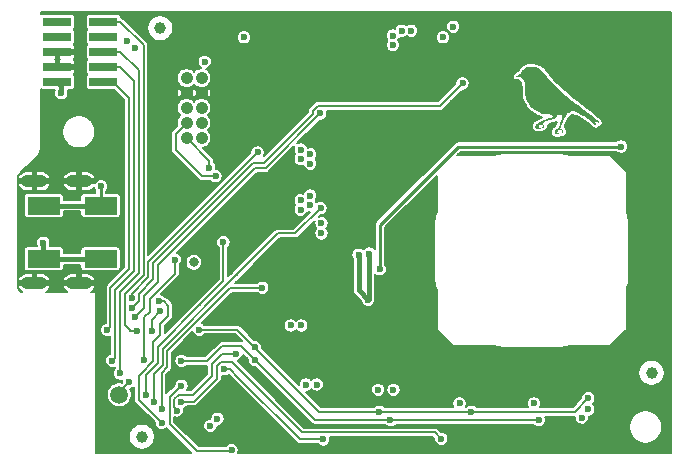
<source format=gbl>
G04 #@! TF.GenerationSoftware,KiCad,Pcbnew,(5.1.9)-1*
G04 #@! TF.CreationDate,2021-03-02T14:07:55-05:00*
G04 #@! TF.ProjectId,Canary,43616e61-7279-42e6-9b69-6361645f7063,A.1*
G04 #@! TF.SameCoordinates,Original*
G04 #@! TF.FileFunction,Copper,L4,Bot*
G04 #@! TF.FilePolarity,Positive*
%FSLAX46Y46*%
G04 Gerber Fmt 4.6, Leading zero omitted, Abs format (unit mm)*
G04 Created by KiCad (PCBNEW (5.1.9)-1) date 2021-03-02 14:07:55*
%MOMM*%
%LPD*%
G01*
G04 APERTURE LIST*
G04 #@! TA.AperFunction,ComponentPad*
%ADD10O,2.200000X1.100000*%
G04 #@! TD*
G04 #@! TA.AperFunction,SMDPad,CuDef*
%ADD11C,0.100000*%
G04 #@! TD*
G04 #@! TA.AperFunction,SMDPad,CuDef*
%ADD12C,1.000000*%
G04 #@! TD*
G04 #@! TA.AperFunction,SMDPad,CuDef*
%ADD13C,1.500000*%
G04 #@! TD*
G04 #@! TA.AperFunction,SMDPad,CuDef*
%ADD14R,2.800000X1.500000*%
G04 #@! TD*
G04 #@! TA.AperFunction,ComponentPad*
%ADD15C,1.050000*%
G04 #@! TD*
G04 #@! TA.AperFunction,SMDPad,CuDef*
%ADD16R,2.400000X0.760000*%
G04 #@! TD*
G04 #@! TA.AperFunction,ViaPad*
%ADD17C,0.600000*%
G04 #@! TD*
G04 #@! TA.AperFunction,ViaPad*
%ADD18C,0.800000*%
G04 #@! TD*
G04 #@! TA.AperFunction,Conductor*
%ADD19C,0.203200*%
G04 #@! TD*
G04 #@! TA.AperFunction,Conductor*
%ADD20C,0.381000*%
G04 #@! TD*
G04 #@! TA.AperFunction,Conductor*
%ADD21C,0.254000*%
G04 #@! TD*
G04 #@! TA.AperFunction,Conductor*
%ADD22C,0.100000*%
G04 #@! TD*
G04 APERTURE END LIST*
D10*
X121550000Y-92680000D03*
X121550000Y-101320000D03*
X117750000Y-92680000D03*
X117750000Y-101320000D03*
G04 #@! TA.AperFunction,SMDPad,CuDef*
D11*
G36*
X161927575Y-88699701D02*
G01*
X161887575Y-88689701D01*
X161885729Y-88689042D01*
X161884453Y-88688321D01*
X161854453Y-88668321D01*
X161852936Y-88667078D01*
X161852191Y-88666247D01*
X161832191Y-88641247D01*
X161831318Y-88639961D01*
X161811318Y-88604961D01*
X161810516Y-88603172D01*
X161810101Y-88601414D01*
X161800101Y-88531414D01*
X161800077Y-88528760D01*
X161810077Y-88448760D01*
X161810299Y-88447575D01*
X161820299Y-88407575D01*
X161820958Y-88405729D01*
X161821425Y-88404855D01*
X161851425Y-88354855D01*
X161852594Y-88353281D01*
X161854000Y-88352000D01*
X161894000Y-88322000D01*
X161896286Y-88320715D01*
X161946286Y-88300715D01*
X161947575Y-88300299D01*
X161986129Y-88290660D01*
X162033403Y-88262296D01*
X162081881Y-88204122D01*
X162131169Y-88125262D01*
X162230777Y-87906123D01*
X162280643Y-87776472D01*
X162350557Y-87586705D01*
X162410394Y-87407195D01*
X162440262Y-87287723D01*
X162460000Y-87198902D01*
X162460000Y-87153333D01*
X162433492Y-87117989D01*
X162386960Y-87096095D01*
X162309608Y-87090000D01*
X162080827Y-87090000D01*
X162028998Y-87098638D01*
X162019923Y-87171240D01*
X162019806Y-87171961D01*
X162009806Y-87221961D01*
X162009235Y-87223836D01*
X162008309Y-87225564D01*
X162007071Y-87227071D01*
X161957071Y-87277071D01*
X161956644Y-87277474D01*
X161866860Y-87357282D01*
X161837071Y-87387071D01*
X161835547Y-87388321D01*
X161805547Y-87408321D01*
X161803817Y-87409243D01*
X161801521Y-87409884D01*
X161672228Y-87429775D01*
X161443114Y-87499505D01*
X161103630Y-87619323D01*
X160894368Y-87709007D01*
X160720898Y-87803157D01*
X160720220Y-87816078D01*
X160725401Y-87821260D01*
X160753162Y-87830513D01*
X160754472Y-87831056D01*
X160814472Y-87861056D01*
X160816000Y-87862000D01*
X160856000Y-87892000D01*
X160857445Y-87893324D01*
X160858575Y-87894855D01*
X160888575Y-87944855D01*
X160889414Y-87946627D01*
X160889806Y-87948039D01*
X160899762Y-87997819D01*
X160909701Y-88037575D01*
X160910000Y-88040000D01*
X160910000Y-88080000D01*
X160909808Y-88081951D01*
X160909239Y-88083827D01*
X160907809Y-88086247D01*
X160867809Y-88136247D01*
X160866440Y-88137650D01*
X160864824Y-88138760D01*
X160863162Y-88139487D01*
X160803162Y-88159487D01*
X160801251Y-88159921D01*
X160800000Y-88160000D01*
X160770000Y-88160000D01*
X160768049Y-88159808D01*
X160765528Y-88158944D01*
X160745528Y-88148944D01*
X160743869Y-88147900D01*
X160742445Y-88146552D01*
X160741056Y-88144472D01*
X160731056Y-88124472D01*
X160730355Y-88122641D01*
X160730025Y-88120709D01*
X160730079Y-88118749D01*
X160730513Y-88116838D01*
X160731312Y-88115048D01*
X160732445Y-88113448D01*
X160733869Y-88112100D01*
X160735528Y-88111056D01*
X160737359Y-88110355D01*
X160740000Y-88110000D01*
X160757640Y-88110000D01*
X160794966Y-88091337D01*
X160821598Y-88073582D01*
X160829593Y-88049599D01*
X160810565Y-87973491D01*
X160802244Y-87956849D01*
X160745892Y-87919280D01*
X160707969Y-87909800D01*
X160649172Y-87900000D01*
X160580828Y-87900000D01*
X160523126Y-87909617D01*
X160485924Y-87928218D01*
X160467773Y-87946369D01*
X160449063Y-87974434D01*
X160440000Y-88001623D01*
X160440000Y-88029009D01*
X160449418Y-88076098D01*
X160467460Y-88103161D01*
X160515422Y-88141531D01*
X160553491Y-88160566D01*
X160632425Y-88180299D01*
X160634271Y-88180958D01*
X160635953Y-88181965D01*
X160637406Y-88183281D01*
X160638575Y-88184855D01*
X160639414Y-88186627D01*
X160639891Y-88188528D01*
X160639988Y-88190486D01*
X160639701Y-88192425D01*
X160639042Y-88194271D01*
X160638035Y-88195953D01*
X160636000Y-88198000D01*
X160596000Y-88228000D01*
X160594324Y-88229017D01*
X160592482Y-88229687D01*
X160590000Y-88230000D01*
X160510000Y-88230000D01*
X160508049Y-88229808D01*
X160506061Y-88229191D01*
X160436061Y-88199191D01*
X160434343Y-88198246D01*
X160432407Y-88196508D01*
X160372407Y-88126508D01*
X160371284Y-88124902D01*
X160370513Y-88123162D01*
X160350513Y-88063162D01*
X160350079Y-88061251D01*
X160350000Y-88060000D01*
X160350000Y-88000000D01*
X160350194Y-87998039D01*
X160360194Y-87948039D01*
X160360715Y-87946286D01*
X160380000Y-87898074D01*
X160380000Y-87884142D01*
X160377299Y-87881441D01*
X160354952Y-87888890D01*
X160298008Y-87936343D01*
X160269711Y-87992939D01*
X160260124Y-88069630D01*
X160269329Y-88115653D01*
X160307465Y-88163323D01*
X160316369Y-88172227D01*
X160345034Y-88191337D01*
X160384472Y-88211056D01*
X160386131Y-88212100D01*
X160387555Y-88213448D01*
X160388688Y-88215048D01*
X160389487Y-88216838D01*
X160389921Y-88218749D01*
X160389975Y-88220709D01*
X160389645Y-88222641D01*
X160388944Y-88224472D01*
X160387900Y-88226131D01*
X160386552Y-88227555D01*
X160384952Y-88228688D01*
X160382425Y-88229701D01*
X160342425Y-88239701D01*
X160340486Y-88239988D01*
X160338039Y-88239806D01*
X160288039Y-88229806D01*
X160285528Y-88228944D01*
X160225528Y-88198944D01*
X160223869Y-88197900D01*
X160222191Y-88196247D01*
X160182191Y-88146247D01*
X160181123Y-88144604D01*
X160180395Y-88142783D01*
X160180101Y-88141414D01*
X160170101Y-88071414D01*
X160170015Y-88069456D01*
X160170136Y-88068356D01*
X160190136Y-87948356D01*
X160190809Y-87946061D01*
X160220809Y-87876061D01*
X160221754Y-87874343D01*
X160222971Y-87872887D01*
X160264400Y-87831947D01*
X160282837Y-87813022D01*
X160284759Y-87811483D01*
X160414759Y-87731483D01*
X160415259Y-87731195D01*
X160545259Y-87661195D01*
X160546286Y-87660715D01*
X160746286Y-87580715D01*
X160746489Y-87580637D01*
X160906489Y-87520637D01*
X160906637Y-87520583D01*
X161186402Y-87420667D01*
X161356193Y-87350753D01*
X161356489Y-87350637D01*
X161516209Y-87290742D01*
X161603589Y-87251906D01*
X161624428Y-87224453D01*
X161620234Y-87182828D01*
X161601337Y-87145034D01*
X161582987Y-87117510D01*
X161515284Y-87078822D01*
X161455906Y-87049133D01*
X161407331Y-87029703D01*
X161218848Y-86999942D01*
X160949261Y-86979973D01*
X160949005Y-86979950D01*
X160749005Y-86959950D01*
X160746453Y-86959350D01*
X160456453Y-86849350D01*
X160455294Y-86848824D01*
X160155294Y-86688824D01*
X160153793Y-86687840D01*
X159913793Y-86497840D01*
X159912432Y-86496536D01*
X159722432Y-86276536D01*
X159721893Y-86275855D01*
X159591893Y-86095855D01*
X159591679Y-86095547D01*
X159451679Y-85885547D01*
X159450938Y-85884229D01*
X159380938Y-85734229D01*
X159380215Y-85732060D01*
X159340215Y-85542060D01*
X159340122Y-85541560D01*
X159310122Y-85351560D01*
X159310012Y-85350499D01*
X159300012Y-85150499D01*
X159300000Y-85150000D01*
X159300000Y-84830134D01*
X159290017Y-84470764D01*
X159270270Y-84312782D01*
X159211120Y-84184623D01*
X159141461Y-84065209D01*
X159072151Y-83956293D01*
X159023432Y-83907574D01*
X158984741Y-83878556D01*
X158953790Y-83863279D01*
X158859651Y-83859994D01*
X158859335Y-83859978D01*
X158709335Y-83849978D01*
X158708760Y-83849923D01*
X158548760Y-83829923D01*
X158546848Y-83829490D01*
X158545057Y-83828693D01*
X158543456Y-83827561D01*
X158542106Y-83826139D01*
X158541060Y-83824481D01*
X158540358Y-83822651D01*
X158540000Y-83820000D01*
X158540000Y-83810000D01*
X158540192Y-83808049D01*
X158541056Y-83805528D01*
X158551056Y-83785528D01*
X158552100Y-83783869D01*
X158554000Y-83782000D01*
X158594000Y-83752000D01*
X158595039Y-83751318D01*
X158804920Y-83631386D01*
X158854645Y-83601551D01*
X158884093Y-83581919D01*
X158932540Y-83543161D01*
X158951419Y-83514843D01*
X159021195Y-83385259D01*
X159021520Y-83384700D01*
X159071520Y-83304700D01*
X159071877Y-83304168D01*
X159094403Y-83272794D01*
X159095311Y-83271702D01*
X159122785Y-83243076D01*
X159123861Y-83242106D01*
X159213861Y-83172106D01*
X159214631Y-83171563D01*
X159324631Y-83101563D01*
X159325528Y-83101056D01*
X159425528Y-83051056D01*
X159426838Y-83050513D01*
X159486838Y-83030513D01*
X159487575Y-83030299D01*
X159567575Y-83010299D01*
X159568761Y-83010077D01*
X159635177Y-83001783D01*
X159636251Y-83001707D01*
X159739835Y-83000001D01*
X159740345Y-83000006D01*
X160030345Y-83010006D01*
X160031483Y-83010111D01*
X160231483Y-83040111D01*
X160233162Y-83040513D01*
X160353162Y-83080513D01*
X160354138Y-83080896D01*
X160464138Y-83130896D01*
X160465547Y-83131679D01*
X160585547Y-83211679D01*
X160586823Y-83212689D01*
X160736823Y-83352689D01*
X160737071Y-83352929D01*
X160847071Y-83462929D01*
X160847433Y-83463310D01*
X160937433Y-83563310D01*
X160937498Y-83563384D01*
X161087498Y-83733384D01*
X161088137Y-83734188D01*
X161138137Y-83804188D01*
X161138944Y-83805528D01*
X161158944Y-83845528D01*
X161159645Y-83847359D01*
X161159975Y-83849291D01*
X161159934Y-83850789D01*
X161247606Y-83953508D01*
X161247682Y-83953598D01*
X161397486Y-84133362D01*
X161557186Y-84303044D01*
X161727004Y-84472862D01*
X161956810Y-84692677D01*
X162396727Y-85092601D01*
X162396877Y-85092740D01*
X162776707Y-85452579D01*
X163286275Y-85892206D01*
X163645948Y-86161961D01*
X163755882Y-86241913D01*
X163756139Y-86242106D01*
X164296070Y-86662052D01*
X164845977Y-87071983D01*
X164846169Y-87072129D01*
X165216169Y-87362129D01*
X165216292Y-87362228D01*
X165426292Y-87532228D01*
X165426690Y-87532567D01*
X165526690Y-87622567D01*
X165527071Y-87622929D01*
X165547071Y-87642929D01*
X165548315Y-87644444D01*
X165548944Y-87645528D01*
X165558944Y-87665528D01*
X165559487Y-87666838D01*
X165569487Y-87696838D01*
X165569921Y-87698749D01*
X165570000Y-87700000D01*
X165570000Y-87710000D01*
X165569808Y-87711951D01*
X165569239Y-87713827D01*
X165568315Y-87715556D01*
X165567071Y-87717071D01*
X165565556Y-87718315D01*
X165563827Y-87719239D01*
X165561951Y-87719808D01*
X165560000Y-87720000D01*
X165540000Y-87720000D01*
X165538049Y-87719808D01*
X165536061Y-87719191D01*
X165466061Y-87689191D01*
X165465528Y-87688944D01*
X165386630Y-87649495D01*
X165299892Y-87630220D01*
X165256023Y-87638994D01*
X165239063Y-87664434D01*
X165230407Y-87690401D01*
X165239435Y-87726509D01*
X165258770Y-87765180D01*
X165288575Y-87814855D01*
X165289414Y-87816627D01*
X165289701Y-87817575D01*
X165299606Y-87857195D01*
X165309487Y-87886838D01*
X165309921Y-87888749D01*
X165310000Y-87890000D01*
X165310000Y-87920000D01*
X165309808Y-87921951D01*
X165309239Y-87923827D01*
X165308315Y-87925556D01*
X165307071Y-87927071D01*
X165305556Y-87928315D01*
X165303827Y-87929239D01*
X165301951Y-87929808D01*
X165300000Y-87930000D01*
X165280000Y-87930000D01*
X165278049Y-87929808D01*
X165275528Y-87928944D01*
X165215528Y-87898944D01*
X165213310Y-87897433D01*
X165113310Y-87807433D01*
X165112929Y-87807071D01*
X164983026Y-87677168D01*
X164803588Y-87507699D01*
X164654439Y-87398323D01*
X164324909Y-87198608D01*
X164065124Y-87048732D01*
X163825665Y-86919025D01*
X163636298Y-86839291D01*
X163476673Y-86779432D01*
X163360313Y-86740645D01*
X163263752Y-86779270D01*
X162973824Y-86899240D01*
X162973387Y-86899409D01*
X162869463Y-86936822D01*
X162869893Y-86938539D01*
X162869988Y-86940497D01*
X162869699Y-86942436D01*
X162868944Y-86944472D01*
X162828944Y-87024472D01*
X162827926Y-87026097D01*
X162728513Y-87155334D01*
X162669074Y-87274212D01*
X162429339Y-87833594D01*
X162329538Y-88123016D01*
X162292821Y-88251525D01*
X162361240Y-88260077D01*
X162363152Y-88260510D01*
X162364472Y-88261056D01*
X162444472Y-88301056D01*
X162446131Y-88302100D01*
X162448000Y-88304000D01*
X162508000Y-88384000D01*
X162509017Y-88385676D01*
X162509615Y-88387253D01*
X162529615Y-88457253D01*
X162530000Y-88460000D01*
X162530000Y-88520000D01*
X162529808Y-88521951D01*
X162529239Y-88523827D01*
X162528575Y-88525145D01*
X162498575Y-88575145D01*
X162497406Y-88576719D01*
X162495953Y-88578035D01*
X162494472Y-88578944D01*
X162454472Y-88598944D01*
X162452641Y-88599645D01*
X162450000Y-88600000D01*
X162400000Y-88600000D01*
X162398049Y-88599808D01*
X162396173Y-88599239D01*
X162394444Y-88598315D01*
X162392929Y-88597071D01*
X162391685Y-88595556D01*
X162390761Y-88593827D01*
X162390192Y-88591951D01*
X162390000Y-88590000D01*
X162390192Y-88588049D01*
X162390761Y-88586173D01*
X162391685Y-88584444D01*
X162392929Y-88582929D01*
X162394453Y-88581679D01*
X162422789Y-88562789D01*
X162441102Y-88535318D01*
X162460000Y-88488074D01*
X162460000Y-88480991D01*
X162450456Y-88433273D01*
X162422359Y-88377077D01*
X162376775Y-88349727D01*
X162280058Y-88340055D01*
X162192644Y-88349768D01*
X162105758Y-88388384D01*
X162058523Y-88435619D01*
X162040000Y-88481927D01*
X162040000Y-88537640D01*
X162058218Y-88574076D01*
X162085924Y-88601782D01*
X162143834Y-88630737D01*
X162173162Y-88640513D01*
X162174472Y-88641056D01*
X162194472Y-88651056D01*
X162196131Y-88652100D01*
X162197555Y-88653448D01*
X162198688Y-88655048D01*
X162199487Y-88656838D01*
X162199921Y-88658749D01*
X162199975Y-88660709D01*
X162199645Y-88662641D01*
X162198944Y-88664472D01*
X162197900Y-88666131D01*
X162196552Y-88667555D01*
X162194472Y-88668944D01*
X162154472Y-88688944D01*
X162152641Y-88689645D01*
X162150709Y-88689975D01*
X162148586Y-88689899D01*
X162078586Y-88679899D01*
X162076682Y-88679433D01*
X162074453Y-88678321D01*
X162014453Y-88638321D01*
X162012936Y-88637078D01*
X162012191Y-88636247D01*
X161972191Y-88586247D01*
X161971123Y-88584604D01*
X161970385Y-88582747D01*
X161950385Y-88512747D01*
X161950034Y-88510819D01*
X161950101Y-88508586D01*
X161960101Y-88438586D01*
X161960715Y-88436286D01*
X161980000Y-88388074D01*
X161980000Y-88384142D01*
X161975858Y-88380000D01*
X161972360Y-88380000D01*
X161955280Y-88388540D01*
X161917567Y-88416825D01*
X161889466Y-88463660D01*
X161880000Y-88510991D01*
X161880000Y-88558377D01*
X161889263Y-88586166D01*
X161898540Y-88604720D01*
X161926972Y-88642629D01*
X161955034Y-88661337D01*
X161974472Y-88671056D01*
X161976131Y-88672100D01*
X161977555Y-88673448D01*
X161978688Y-88675048D01*
X161979487Y-88676838D01*
X161979921Y-88678749D01*
X161979975Y-88680709D01*
X161979645Y-88682641D01*
X161978944Y-88684472D01*
X161977900Y-88686131D01*
X161976552Y-88687555D01*
X161974952Y-88688688D01*
X161972425Y-88689701D01*
X161932425Y-88699701D01*
X161930486Y-88699988D01*
X161927575Y-88699701D01*
G37*
G04 #@! TD.AperFunction*
D12*
X128400000Y-79720000D03*
X126860000Y-114320000D03*
X170000000Y-108910000D03*
D13*
X124940000Y-110760000D03*
D14*
X123350000Y-94750000D03*
X118550000Y-94750000D03*
X123350000Y-99250000D03*
X118550000Y-99250000D03*
D15*
X131900000Y-83940000D03*
X130630000Y-83940000D03*
X131900000Y-85210000D03*
X130630000Y-85210000D03*
X131900000Y-86480000D03*
X130630000Y-86480000D03*
X131900000Y-87750000D03*
X130630000Y-87750000D03*
X131900000Y-89020000D03*
X130630000Y-89020000D03*
D16*
X123600000Y-80470000D03*
X123600000Y-79200000D03*
X123600000Y-83010000D03*
X123600000Y-81740000D03*
X123600000Y-84280000D03*
X119700000Y-79200000D03*
X119700000Y-80470000D03*
X119700000Y-81740000D03*
X119700000Y-83010000D03*
X119700000Y-84280000D03*
D17*
X129800000Y-112100000D03*
X134800000Y-107300000D03*
X137500000Y-89950000D03*
X134450000Y-110150000D03*
X141050000Y-108150000D03*
X143150000Y-108150000D03*
X150550000Y-84050000D03*
X123250000Y-107950000D03*
X123250000Y-109800000D03*
X123250000Y-111300000D03*
X123250000Y-113150000D03*
X124200000Y-113150000D03*
X125150000Y-113150000D03*
X130250000Y-113250000D03*
X150600000Y-80050000D03*
X151600000Y-80975000D03*
X151600000Y-80050000D03*
X153200000Y-86050000D03*
X143250000Y-83500000D03*
X144200000Y-83500000D03*
X150550000Y-82900000D03*
X150600000Y-86950000D03*
X146100000Y-80875000D03*
X141700000Y-80850000D03*
X166400000Y-79200000D03*
X161600000Y-79200000D03*
X167200000Y-83600000D03*
X167200000Y-84800000D03*
X168400000Y-84800000D03*
X169600000Y-84800000D03*
X170800000Y-84800000D03*
X165000000Y-84400000D03*
X163950000Y-84400000D03*
X154100000Y-82500000D03*
X131000000Y-81400000D03*
X132100000Y-80300000D03*
X131000000Y-80300000D03*
X146100000Y-80050000D03*
X145400000Y-87250000D03*
X136400000Y-84400000D03*
X136400000Y-85200000D03*
X136400000Y-86000000D03*
X138400000Y-92600000D03*
X137600000Y-92600000D03*
X138400000Y-93400000D03*
X138400000Y-94200000D03*
X132750000Y-106675000D03*
X132750000Y-105825000D03*
X146100000Y-95450000D03*
X145150000Y-95450000D03*
X143600000Y-95450000D03*
X141450000Y-98100000D03*
X139600000Y-115300000D03*
X149600000Y-115300000D03*
X159600000Y-115300000D03*
X133650000Y-110150000D03*
X137400000Y-95200000D03*
X137980000Y-104140000D03*
X137980000Y-103280000D03*
X141900000Y-104700000D03*
X142700000Y-104700000D03*
X141900000Y-100700000D03*
X142700000Y-100700000D03*
X121620000Y-81170000D03*
X123110000Y-85330000D03*
X124200000Y-89750000D03*
D18*
X131250000Y-102650000D03*
D17*
X123150000Y-103650000D03*
X132700000Y-114975000D03*
X136150000Y-105000000D03*
X160050000Y-110700000D03*
X137250000Y-109750000D03*
X137250000Y-113250000D03*
X167600000Y-111600000D03*
X169400000Y-111600000D03*
X167600000Y-113400000D03*
X128870000Y-89800000D03*
X170200000Y-85700000D03*
X169000000Y-85700000D03*
X167800000Y-85700000D03*
X136590000Y-93830000D03*
X136600000Y-95700000D03*
X167600000Y-115200000D03*
X171200000Y-111600000D03*
D18*
X131250000Y-99550000D03*
D17*
X120020000Y-85230000D03*
X133250000Y-112800000D03*
X132650000Y-113400000D03*
X140300000Y-90000000D03*
X140300000Y-90800000D03*
X141100000Y-90400000D03*
X141100000Y-91200000D03*
X152350000Y-80500000D03*
X148100000Y-81150000D03*
X148100000Y-80350000D03*
X148850000Y-79950000D03*
X149650000Y-79950000D03*
X153200000Y-79600000D03*
X118500000Y-97900000D03*
X164100000Y-112700000D03*
X164650000Y-112000000D03*
X153750000Y-111500000D03*
X146850000Y-110350000D03*
X148150000Y-110350000D03*
X142050000Y-97100000D03*
X142050000Y-96250000D03*
X141100000Y-93900000D03*
X140300000Y-95100000D03*
X141100000Y-94700000D03*
X140300000Y-94300000D03*
X140750000Y-109900000D03*
X141650000Y-109900000D03*
X139450000Y-104900000D03*
X140350000Y-104900000D03*
X160050000Y-111500000D03*
X146000000Y-102730000D03*
X146087500Y-98807500D03*
X145200000Y-98910000D03*
X132170000Y-82580000D03*
X125600000Y-80830000D03*
X126250000Y-81370000D03*
X135500000Y-80500000D03*
X130200000Y-110000000D03*
X134450000Y-115450000D03*
X142200000Y-114550000D03*
X133800000Y-108600000D03*
X130200000Y-111350000D03*
X152200000Y-114500000D03*
X126450000Y-105400000D03*
X124335000Y-107885000D03*
X124990000Y-108960000D03*
X123920000Y-105280000D03*
X127200000Y-110825000D03*
X133750000Y-97850000D03*
X127875000Y-111400000D03*
X141975000Y-94975000D03*
X128525000Y-112000000D03*
X137050000Y-101700000D03*
X128300000Y-102850000D03*
X128525000Y-113125000D03*
X133090000Y-92270000D03*
X132550000Y-91540000D03*
X130200000Y-107900000D03*
X136400000Y-107800000D03*
X147900000Y-112900000D03*
X160450000Y-112900000D03*
X131700000Y-105250000D03*
X136400000Y-106750000D03*
X146950000Y-112200000D03*
X154750000Y-112200000D03*
X164650000Y-111050000D03*
X141950000Y-86950000D03*
X126250000Y-104200000D03*
X154000000Y-84400000D03*
X126000000Y-103400000D03*
X136650000Y-90250000D03*
X126000000Y-102550000D03*
X127700000Y-105400000D03*
X128400000Y-103700000D03*
X127050000Y-107850000D03*
X129650000Y-99330000D03*
X147000000Y-100140000D03*
X167420000Y-89750000D03*
X123400000Y-93100000D03*
X125800000Y-109650000D03*
D19*
X133600000Y-107300000D02*
X134800000Y-107300000D01*
X131200000Y-110750000D02*
X132750000Y-109200000D01*
X132750000Y-109200000D02*
X132750000Y-108150000D01*
X129980078Y-110750000D02*
X131200000Y-110750000D01*
X129600000Y-111130078D02*
X129980078Y-110750000D01*
X132750000Y-108150000D02*
X133600000Y-107300000D01*
X129600000Y-111825000D02*
X129600000Y-111130078D01*
X129800000Y-112025000D02*
X129600000Y-111825000D01*
X129800000Y-112100000D02*
X129800000Y-112025000D01*
D20*
X121050000Y-81740000D02*
X119700000Y-81740000D01*
X121620000Y-81170000D02*
X121050000Y-81740000D01*
X119700000Y-81740000D02*
X119700000Y-83010000D01*
X118500000Y-99200000D02*
X118550000Y-99250000D01*
X118500000Y-97900000D02*
X118500000Y-99200000D01*
X118550000Y-99250000D02*
X123350000Y-99250000D01*
X120020000Y-84600000D02*
X119700000Y-84280000D01*
X120020000Y-85230000D02*
X120020000Y-84600000D01*
X145200000Y-101930000D02*
X146000000Y-102730000D01*
X145200000Y-98910000D02*
X145200000Y-101930000D01*
X146087500Y-102642500D02*
X146000000Y-102730000D01*
X146087500Y-98807500D02*
X146087500Y-102642500D01*
D19*
X134350000Y-115550000D02*
X134450000Y-115450000D01*
X129200000Y-113260000D02*
X131490000Y-115550000D01*
X129200000Y-110950000D02*
X129200000Y-113260000D01*
X130150000Y-110000000D02*
X129200000Y-110950000D01*
X131490000Y-115550000D02*
X131900000Y-115550000D01*
X130200000Y-110000000D02*
X130150000Y-110000000D01*
X131900000Y-115550000D02*
X134350000Y-115550000D01*
X131700000Y-115550000D02*
X131900000Y-115550000D01*
X140250000Y-114550000D02*
X142200000Y-114550000D01*
X134300000Y-108600000D02*
X135025000Y-109325000D01*
X133800000Y-108600000D02*
X134300000Y-108600000D01*
X135025000Y-109325000D02*
X140250000Y-114550000D01*
X134900000Y-109200000D02*
X135025000Y-109325000D01*
X151650000Y-113950000D02*
X152200000Y-114500000D01*
X140450000Y-113950000D02*
X151650000Y-113950000D01*
X134500000Y-108000000D02*
X140450000Y-113950000D01*
X133200000Y-109400000D02*
X133200000Y-108350000D01*
X133550000Y-108000000D02*
X134500000Y-108000000D01*
X133200000Y-108350000D02*
X133550000Y-108000000D01*
X131250000Y-111350000D02*
X133200000Y-109400000D01*
X130200000Y-111350000D02*
X131250000Y-111350000D01*
X125003200Y-79200000D02*
X126990000Y-81186800D01*
X123600000Y-79200000D02*
X125003200Y-79200000D01*
X126990000Y-81186800D02*
X126990000Y-100640000D01*
X126990000Y-100640000D02*
X125390000Y-102240000D01*
X125390000Y-104890000D02*
X125390000Y-102240000D01*
X125900000Y-105400000D02*
X125725000Y-105225000D01*
X125725000Y-105225000D02*
X125390000Y-104890000D01*
X126450000Y-105400000D02*
X125900000Y-105400000D01*
X125850000Y-105350000D02*
X125725000Y-105225000D01*
X125003200Y-83010000D02*
X126160000Y-84166800D01*
X123600000Y-83010000D02*
X125003200Y-83010000D01*
X126160000Y-84166800D02*
X126160000Y-100300000D01*
X126160000Y-100300000D02*
X124590000Y-101870000D01*
X124590000Y-101870000D02*
X124590000Y-107630000D01*
X124590000Y-107630000D02*
X124335000Y-107885000D01*
X125003200Y-81740000D02*
X126570000Y-83306800D01*
X123600000Y-81740000D02*
X125003200Y-81740000D01*
X126570000Y-83306800D02*
X126570000Y-100470000D01*
X126570000Y-100470000D02*
X124990000Y-102050000D01*
X124990000Y-102050000D02*
X124990000Y-108960000D01*
X123600000Y-84280000D02*
X124370000Y-84280000D01*
X124420000Y-84280000D02*
X123600000Y-84280000D01*
X125770000Y-85630000D02*
X124420000Y-84280000D01*
X125770000Y-100130000D02*
X125770000Y-85630000D01*
X124190000Y-101710000D02*
X125770000Y-100130000D01*
X124190000Y-105010000D02*
X124190000Y-101710000D01*
X123920000Y-105280000D02*
X124190000Y-105010000D01*
X127200000Y-110825000D02*
X127200000Y-109100000D01*
X127200000Y-109100000D02*
X128200000Y-108100000D01*
X128200000Y-108100000D02*
X128200000Y-106700000D01*
X133750000Y-101150000D02*
X133750000Y-97850000D01*
X131700000Y-103200000D02*
X133750000Y-101150000D01*
X128200000Y-106700000D02*
X131700000Y-103200000D01*
X131700000Y-103200000D02*
X131775000Y-103125000D01*
X128600000Y-108275000D02*
X128600000Y-106875000D01*
X127875000Y-109000000D02*
X128600000Y-108275000D01*
X127875000Y-111400000D02*
X127875000Y-109000000D01*
X141975000Y-94975000D02*
X139850000Y-97100000D01*
X138375000Y-97100000D02*
X134737500Y-100737500D01*
X139850000Y-97100000D02*
X138375000Y-97100000D01*
X134737500Y-100737500D02*
X134875000Y-100600000D01*
X128600000Y-106875000D02*
X134737500Y-100737500D01*
X128525000Y-112000000D02*
X128525000Y-108900000D01*
X128525000Y-108900000D02*
X129000000Y-108425000D01*
X129000000Y-108425000D02*
X129000000Y-107025000D01*
X134325000Y-101700000D02*
X131862500Y-104162500D01*
X137050000Y-101700000D02*
X134325000Y-101700000D01*
X131862500Y-104162500D02*
X132225000Y-103800000D01*
X129000000Y-107025000D02*
X131862500Y-104162500D01*
X128724264Y-102850000D02*
X129100000Y-103225736D01*
X128300000Y-102850000D02*
X128724264Y-102850000D01*
X129100000Y-103225736D02*
X129100000Y-104075000D01*
X129100000Y-104075000D02*
X128400000Y-104775000D01*
X128400000Y-104775000D02*
X128400000Y-105700000D01*
X128400000Y-105700000D02*
X127800000Y-106300000D01*
X127800000Y-107919922D02*
X126750000Y-108969922D01*
X127800000Y-106300000D02*
X127800000Y-107919922D01*
X126750000Y-108969922D02*
X126750000Y-108975000D01*
X126750000Y-108969922D02*
X126750000Y-108970000D01*
X126750000Y-108970000D02*
X126580000Y-109140000D01*
X126580000Y-111180000D02*
X128525000Y-113125000D01*
X126580000Y-109140000D02*
X126580000Y-111180000D01*
X130630000Y-87750000D02*
X129720000Y-88660000D01*
X129720000Y-88660000D02*
X129720000Y-90040000D01*
X129720000Y-90040000D02*
X131950000Y-92270000D01*
X131950000Y-92270000D02*
X133090000Y-92270000D01*
X130630000Y-89020000D02*
X132550000Y-90940000D01*
X132550000Y-90940000D02*
X132550000Y-91540000D01*
X147900000Y-112900000D02*
X160450000Y-112900000D01*
X135250000Y-106650000D02*
X136400000Y-107800000D01*
X133650000Y-106650000D02*
X135250000Y-106650000D01*
X132400000Y-107900000D02*
X133650000Y-106650000D01*
X130200000Y-107900000D02*
X132400000Y-107900000D01*
X141500000Y-112900000D02*
X142950000Y-112900000D01*
X136400000Y-107800000D02*
X141500000Y-112900000D01*
X142950000Y-112900000D02*
X147900000Y-112900000D01*
X142150000Y-112900000D02*
X142950000Y-112900000D01*
X131700000Y-105250000D02*
X133950000Y-105250000D01*
X146950000Y-112200000D02*
X154750000Y-112200000D01*
X163500000Y-112200000D02*
X164650000Y-111050000D01*
X154750000Y-112200000D02*
X163500000Y-112200000D01*
X131700000Y-105250000D02*
X134900000Y-105250000D01*
X141850000Y-112200000D02*
X142800000Y-112200000D01*
X134900000Y-105250000D02*
X141850000Y-112200000D01*
X142800000Y-112200000D02*
X146950000Y-112200000D01*
X142100000Y-112200000D02*
X142800000Y-112200000D01*
X136450000Y-91550000D02*
X137350000Y-91550000D01*
X128200000Y-99800000D02*
X136450000Y-91550000D01*
X128200000Y-101200000D02*
X128200000Y-99800000D01*
X127000000Y-103450000D02*
X127000000Y-102400000D01*
X127000000Y-102400000D02*
X128200000Y-101200000D01*
X126250000Y-104200000D02*
X127000000Y-103450000D01*
X141950000Y-86950000D02*
X137350000Y-91550000D01*
X141300000Y-86750000D02*
X141300000Y-87000000D01*
X152100000Y-86300000D02*
X141750000Y-86300000D01*
X141750000Y-86300000D02*
X141300000Y-86750000D01*
X154000000Y-84400000D02*
X152100000Y-86300000D01*
X137150000Y-91150000D02*
X141300000Y-87000000D01*
X126600000Y-102200000D02*
X127800000Y-101000000D01*
X126600000Y-102800000D02*
X126600000Y-102200000D01*
X126000000Y-103400000D02*
X126600000Y-102800000D01*
X127800000Y-99650000D02*
X136300000Y-91150000D01*
X136300000Y-91150000D02*
X137150000Y-91150000D01*
X127800000Y-101000000D02*
X127800000Y-99650000D01*
X127400000Y-100800000D02*
X126000000Y-102200000D01*
X127400000Y-99500000D02*
X127400000Y-100800000D01*
X126000000Y-102200000D02*
X126000000Y-102550000D01*
X136650000Y-90250000D02*
X127400000Y-99500000D01*
X127700000Y-104400000D02*
X128400000Y-103700000D01*
X127700000Y-105400000D02*
X127700000Y-104400000D01*
X127050000Y-107700000D02*
X126900000Y-107850000D01*
X127050000Y-104800000D02*
X127050000Y-104150000D01*
X127050000Y-104800000D02*
X127050000Y-104200000D01*
X127050000Y-104800000D02*
X127050000Y-107700000D01*
X127050000Y-104200000D02*
X127500000Y-103750000D01*
X127500000Y-103750000D02*
X127500000Y-102650000D01*
X129650000Y-100500000D02*
X127500000Y-102650000D01*
X129650000Y-99330000D02*
X129650000Y-100500000D01*
D21*
X153654854Y-89750000D02*
X167420000Y-89750000D01*
X147000000Y-96404854D02*
X153654854Y-89750000D01*
X147000000Y-100140000D02*
X147000000Y-96404854D01*
D20*
X123350000Y-94750000D02*
X118550000Y-94750000D01*
D21*
X123350000Y-94750000D02*
X123350000Y-93150000D01*
X123350000Y-93150000D02*
X123400000Y-93100000D01*
D19*
X124940000Y-110510000D02*
X125800000Y-109650000D01*
X124940000Y-110760000D02*
X124940000Y-110510000D01*
X171670200Y-115670200D02*
X135013421Y-115670200D01*
X135031558Y-115626414D01*
X135054800Y-115509568D01*
X135054800Y-115390432D01*
X135031558Y-115273586D01*
X134985966Y-115163520D01*
X134919779Y-115064463D01*
X134835537Y-114980221D01*
X134736480Y-114914034D01*
X134626414Y-114868442D01*
X134509568Y-114845200D01*
X134390432Y-114845200D01*
X134273586Y-114868442D01*
X134163520Y-114914034D01*
X134064463Y-114980221D01*
X133980221Y-115064463D01*
X133927344Y-115143600D01*
X131658337Y-115143600D01*
X129855169Y-113340432D01*
X132045200Y-113340432D01*
X132045200Y-113459568D01*
X132068442Y-113576414D01*
X132114034Y-113686480D01*
X132180221Y-113785537D01*
X132264463Y-113869779D01*
X132363520Y-113935966D01*
X132473586Y-113981558D01*
X132590432Y-114004800D01*
X132709568Y-114004800D01*
X132826414Y-113981558D01*
X132936480Y-113935966D01*
X133035537Y-113869779D01*
X133119779Y-113785537D01*
X133185966Y-113686480D01*
X133231558Y-113576414D01*
X133254800Y-113459568D01*
X133254800Y-113404800D01*
X133309568Y-113404800D01*
X133426414Y-113381558D01*
X133536480Y-113335966D01*
X133635537Y-113269779D01*
X133719779Y-113185537D01*
X133785966Y-113086480D01*
X133831558Y-112976414D01*
X133854800Y-112859568D01*
X133854800Y-112740432D01*
X133831558Y-112623586D01*
X133785966Y-112513520D01*
X133719779Y-112414463D01*
X133635537Y-112330221D01*
X133536480Y-112264034D01*
X133426414Y-112218442D01*
X133309568Y-112195200D01*
X133190432Y-112195200D01*
X133073586Y-112218442D01*
X132963520Y-112264034D01*
X132864463Y-112330221D01*
X132780221Y-112414463D01*
X132714034Y-112513520D01*
X132668442Y-112623586D01*
X132645200Y-112740432D01*
X132645200Y-112795200D01*
X132590432Y-112795200D01*
X132473586Y-112818442D01*
X132363520Y-112864034D01*
X132264463Y-112930221D01*
X132180221Y-113014463D01*
X132114034Y-113113520D01*
X132068442Y-113223586D01*
X132045200Y-113340432D01*
X129855169Y-113340432D01*
X129606400Y-113091664D01*
X129606400Y-112674439D01*
X129623586Y-112681558D01*
X129740432Y-112704800D01*
X129859568Y-112704800D01*
X129976414Y-112681558D01*
X130086480Y-112635966D01*
X130185537Y-112569779D01*
X130269779Y-112485537D01*
X130335966Y-112386480D01*
X130381558Y-112276414D01*
X130404800Y-112159568D01*
X130404800Y-112040432D01*
X130382631Y-111928983D01*
X130486480Y-111885966D01*
X130585537Y-111819779D01*
X130648916Y-111756400D01*
X131230047Y-111756400D01*
X131250000Y-111758365D01*
X131269953Y-111756400D01*
X131269960Y-111756400D01*
X131329668Y-111750519D01*
X131406275Y-111727281D01*
X131476876Y-111689544D01*
X131538758Y-111638758D01*
X131551482Y-111623254D01*
X133473255Y-109701481D01*
X133488758Y-109688758D01*
X133539544Y-109626876D01*
X133577281Y-109556275D01*
X133600519Y-109479668D01*
X133606400Y-109419960D01*
X133606400Y-109419954D01*
X133608365Y-109400001D01*
X133606400Y-109380048D01*
X133606400Y-109174439D01*
X133623586Y-109181558D01*
X133740432Y-109204800D01*
X133859568Y-109204800D01*
X133976414Y-109181558D01*
X134086480Y-109135966D01*
X134185537Y-109069779D01*
X134190290Y-109065026D01*
X134751745Y-109626482D01*
X134751751Y-109626487D01*
X139948523Y-114823260D01*
X139961242Y-114838758D01*
X139976740Y-114851477D01*
X139976745Y-114851482D01*
X139997412Y-114868442D01*
X140023124Y-114889544D01*
X140068942Y-114914034D01*
X140093725Y-114927281D01*
X140170331Y-114950519D01*
X140177604Y-114951235D01*
X140230040Y-114956400D01*
X140230047Y-114956400D01*
X140250000Y-114958365D01*
X140269953Y-114956400D01*
X141751084Y-114956400D01*
X141814463Y-115019779D01*
X141913520Y-115085966D01*
X142023586Y-115131558D01*
X142140432Y-115154800D01*
X142259568Y-115154800D01*
X142376414Y-115131558D01*
X142486480Y-115085966D01*
X142585537Y-115019779D01*
X142669779Y-114935537D01*
X142735966Y-114836480D01*
X142781558Y-114726414D01*
X142804800Y-114609568D01*
X142804800Y-114490432D01*
X142781558Y-114373586D01*
X142774439Y-114356400D01*
X151481664Y-114356400D01*
X151595200Y-114469936D01*
X151595200Y-114559568D01*
X151618442Y-114676414D01*
X151664034Y-114786480D01*
X151730221Y-114885537D01*
X151814463Y-114969779D01*
X151913520Y-115035966D01*
X152023586Y-115081558D01*
X152140432Y-115104800D01*
X152259568Y-115104800D01*
X152376414Y-115081558D01*
X152486480Y-115035966D01*
X152585537Y-114969779D01*
X152669779Y-114885537D01*
X152735966Y-114786480D01*
X152781558Y-114676414D01*
X152804800Y-114559568D01*
X152804800Y-114440432D01*
X152781558Y-114323586D01*
X152735966Y-114213520D01*
X152669779Y-114114463D01*
X152585537Y-114030221D01*
X152486480Y-113964034D01*
X152376414Y-113918442D01*
X152259568Y-113895200D01*
X152169936Y-113895200D01*
X151951481Y-113676745D01*
X151938758Y-113661242D01*
X151876876Y-113610456D01*
X151806275Y-113572719D01*
X151729668Y-113549481D01*
X151669960Y-113543600D01*
X151669953Y-113543600D01*
X151650000Y-113541635D01*
X151630047Y-113543600D01*
X140618337Y-113543600D01*
X134959632Y-107884896D01*
X134976414Y-107881558D01*
X135086480Y-107835966D01*
X135185537Y-107769779D01*
X135269779Y-107685537D01*
X135335966Y-107586480D01*
X135381558Y-107476414D01*
X135401487Y-107376223D01*
X135795200Y-107769937D01*
X135795200Y-107859568D01*
X135818442Y-107976414D01*
X135864034Y-108086480D01*
X135930221Y-108185537D01*
X136014463Y-108269779D01*
X136113520Y-108335966D01*
X136223586Y-108381558D01*
X136340432Y-108404800D01*
X136430064Y-108404800D01*
X141198518Y-113173254D01*
X141211242Y-113188758D01*
X141273124Y-113239544D01*
X141343725Y-113277281D01*
X141402502Y-113295110D01*
X141420331Y-113300519D01*
X141428335Y-113301307D01*
X141480040Y-113306400D01*
X141480046Y-113306400D01*
X141499999Y-113308365D01*
X141519952Y-113306400D01*
X147451084Y-113306400D01*
X147514463Y-113369779D01*
X147613520Y-113435966D01*
X147723586Y-113481558D01*
X147840432Y-113504800D01*
X147959568Y-113504800D01*
X148076414Y-113481558D01*
X148186480Y-113435966D01*
X148285537Y-113369779D01*
X148348916Y-113306400D01*
X160001084Y-113306400D01*
X160064463Y-113369779D01*
X160163520Y-113435966D01*
X160273586Y-113481558D01*
X160390432Y-113504800D01*
X160509568Y-113504800D01*
X160626414Y-113481558D01*
X160736480Y-113435966D01*
X160835537Y-113369779D01*
X160843677Y-113361639D01*
X168095200Y-113361639D01*
X168095200Y-113638361D01*
X168149186Y-113909765D01*
X168255083Y-114165422D01*
X168408821Y-114395508D01*
X168604492Y-114591179D01*
X168834578Y-114744917D01*
X169090235Y-114850814D01*
X169361639Y-114904800D01*
X169638361Y-114904800D01*
X169909765Y-114850814D01*
X170165422Y-114744917D01*
X170395508Y-114591179D01*
X170591179Y-114395508D01*
X170744917Y-114165422D01*
X170850814Y-113909765D01*
X170904800Y-113638361D01*
X170904800Y-113361639D01*
X170850814Y-113090235D01*
X170744917Y-112834578D01*
X170591179Y-112604492D01*
X170395508Y-112408821D01*
X170165422Y-112255083D01*
X169909765Y-112149186D01*
X169638361Y-112095200D01*
X169361639Y-112095200D01*
X169090235Y-112149186D01*
X168834578Y-112255083D01*
X168604492Y-112408821D01*
X168408821Y-112604492D01*
X168255083Y-112834578D01*
X168149186Y-113090235D01*
X168095200Y-113361639D01*
X160843677Y-113361639D01*
X160919779Y-113285537D01*
X160985966Y-113186480D01*
X161031558Y-113076414D01*
X161054800Y-112959568D01*
X161054800Y-112840432D01*
X161031558Y-112723586D01*
X160985966Y-112613520D01*
X160981209Y-112606400D01*
X163480047Y-112606400D01*
X163500000Y-112608365D01*
X163501610Y-112608206D01*
X163495200Y-112640432D01*
X163495200Y-112759568D01*
X163518442Y-112876414D01*
X163564034Y-112986480D01*
X163630221Y-113085537D01*
X163714463Y-113169779D01*
X163813520Y-113235966D01*
X163923586Y-113281558D01*
X164040432Y-113304800D01*
X164159568Y-113304800D01*
X164276414Y-113281558D01*
X164386480Y-113235966D01*
X164485537Y-113169779D01*
X164569779Y-113085537D01*
X164635966Y-112986480D01*
X164681558Y-112876414D01*
X164704800Y-112759568D01*
X164704800Y-112640432D01*
X164697712Y-112604800D01*
X164709568Y-112604800D01*
X164826414Y-112581558D01*
X164936480Y-112535966D01*
X165035537Y-112469779D01*
X165119779Y-112385537D01*
X165185966Y-112286480D01*
X165231558Y-112176414D01*
X165254800Y-112059568D01*
X165254800Y-111940432D01*
X165231558Y-111823586D01*
X165185966Y-111713520D01*
X165119779Y-111614463D01*
X165035537Y-111530221D01*
X165027723Y-111525000D01*
X165035537Y-111519779D01*
X165119779Y-111435537D01*
X165185966Y-111336480D01*
X165231558Y-111226414D01*
X165254800Y-111109568D01*
X165254800Y-110990432D01*
X165231558Y-110873586D01*
X165185966Y-110763520D01*
X165119779Y-110664463D01*
X165035537Y-110580221D01*
X164936480Y-110514034D01*
X164826414Y-110468442D01*
X164709568Y-110445200D01*
X164590432Y-110445200D01*
X164473586Y-110468442D01*
X164363520Y-110514034D01*
X164264463Y-110580221D01*
X164180221Y-110664463D01*
X164114034Y-110763520D01*
X164068442Y-110873586D01*
X164045200Y-110990432D01*
X164045200Y-111080063D01*
X163331664Y-111793600D01*
X160581209Y-111793600D01*
X160585966Y-111786480D01*
X160631558Y-111676414D01*
X160654800Y-111559568D01*
X160654800Y-111440432D01*
X160631558Y-111323586D01*
X160585966Y-111213520D01*
X160519779Y-111114463D01*
X160435537Y-111030221D01*
X160336480Y-110964034D01*
X160226414Y-110918442D01*
X160109568Y-110895200D01*
X159990432Y-110895200D01*
X159873586Y-110918442D01*
X159763520Y-110964034D01*
X159664463Y-111030221D01*
X159580221Y-111114463D01*
X159514034Y-111213520D01*
X159468442Y-111323586D01*
X159445200Y-111440432D01*
X159445200Y-111559568D01*
X159468442Y-111676414D01*
X159514034Y-111786480D01*
X159518791Y-111793600D01*
X155198916Y-111793600D01*
X155135537Y-111730221D01*
X155036480Y-111664034D01*
X154926414Y-111618442D01*
X154809568Y-111595200D01*
X154690432Y-111595200D01*
X154573586Y-111618442D01*
X154463520Y-111664034D01*
X154364463Y-111730221D01*
X154301084Y-111793600D01*
X154281209Y-111793600D01*
X154285966Y-111786480D01*
X154331558Y-111676414D01*
X154354800Y-111559568D01*
X154354800Y-111440432D01*
X154331558Y-111323586D01*
X154285966Y-111213520D01*
X154219779Y-111114463D01*
X154135537Y-111030221D01*
X154036480Y-110964034D01*
X153926414Y-110918442D01*
X153809568Y-110895200D01*
X153690432Y-110895200D01*
X153573586Y-110918442D01*
X153463520Y-110964034D01*
X153364463Y-111030221D01*
X153280221Y-111114463D01*
X153214034Y-111213520D01*
X153168442Y-111323586D01*
X153145200Y-111440432D01*
X153145200Y-111559568D01*
X153168442Y-111676414D01*
X153214034Y-111786480D01*
X153218791Y-111793600D01*
X147398916Y-111793600D01*
X147335537Y-111730221D01*
X147236480Y-111664034D01*
X147126414Y-111618442D01*
X147009568Y-111595200D01*
X146890432Y-111595200D01*
X146773586Y-111618442D01*
X146663520Y-111664034D01*
X146564463Y-111730221D01*
X146501084Y-111793600D01*
X142018336Y-111793600D01*
X140729536Y-110504800D01*
X140809568Y-110504800D01*
X140926414Y-110481558D01*
X141036480Y-110435966D01*
X141135537Y-110369779D01*
X141200000Y-110305316D01*
X141264463Y-110369779D01*
X141363520Y-110435966D01*
X141473586Y-110481558D01*
X141590432Y-110504800D01*
X141709568Y-110504800D01*
X141826414Y-110481558D01*
X141936480Y-110435966D01*
X142035537Y-110369779D01*
X142114884Y-110290432D01*
X146245200Y-110290432D01*
X146245200Y-110409568D01*
X146268442Y-110526414D01*
X146314034Y-110636480D01*
X146380221Y-110735537D01*
X146464463Y-110819779D01*
X146563520Y-110885966D01*
X146673586Y-110931558D01*
X146790432Y-110954800D01*
X146909568Y-110954800D01*
X147026414Y-110931558D01*
X147136480Y-110885966D01*
X147235537Y-110819779D01*
X147319779Y-110735537D01*
X147385966Y-110636480D01*
X147431558Y-110526414D01*
X147454800Y-110409568D01*
X147454800Y-110290432D01*
X147545200Y-110290432D01*
X147545200Y-110409568D01*
X147568442Y-110526414D01*
X147614034Y-110636480D01*
X147680221Y-110735537D01*
X147764463Y-110819779D01*
X147863520Y-110885966D01*
X147973586Y-110931558D01*
X148090432Y-110954800D01*
X148209568Y-110954800D01*
X148326414Y-110931558D01*
X148436480Y-110885966D01*
X148535537Y-110819779D01*
X148619779Y-110735537D01*
X148685966Y-110636480D01*
X148731558Y-110526414D01*
X148754800Y-110409568D01*
X148754800Y-110290432D01*
X148731558Y-110173586D01*
X148685966Y-110063520D01*
X148619779Y-109964463D01*
X148535537Y-109880221D01*
X148436480Y-109814034D01*
X148326414Y-109768442D01*
X148209568Y-109745200D01*
X148090432Y-109745200D01*
X147973586Y-109768442D01*
X147863520Y-109814034D01*
X147764463Y-109880221D01*
X147680221Y-109964463D01*
X147614034Y-110063520D01*
X147568442Y-110173586D01*
X147545200Y-110290432D01*
X147454800Y-110290432D01*
X147431558Y-110173586D01*
X147385966Y-110063520D01*
X147319779Y-109964463D01*
X147235537Y-109880221D01*
X147136480Y-109814034D01*
X147026414Y-109768442D01*
X146909568Y-109745200D01*
X146790432Y-109745200D01*
X146673586Y-109768442D01*
X146563520Y-109814034D01*
X146464463Y-109880221D01*
X146380221Y-109964463D01*
X146314034Y-110063520D01*
X146268442Y-110173586D01*
X146245200Y-110290432D01*
X142114884Y-110290432D01*
X142119779Y-110285537D01*
X142185966Y-110186480D01*
X142231558Y-110076414D01*
X142254800Y-109959568D01*
X142254800Y-109840432D01*
X142231558Y-109723586D01*
X142185966Y-109613520D01*
X142119779Y-109514463D01*
X142035537Y-109430221D01*
X141936480Y-109364034D01*
X141826414Y-109318442D01*
X141709568Y-109295200D01*
X141590432Y-109295200D01*
X141473586Y-109318442D01*
X141363520Y-109364034D01*
X141264463Y-109430221D01*
X141200000Y-109494684D01*
X141135537Y-109430221D01*
X141036480Y-109364034D01*
X140926414Y-109318442D01*
X140809568Y-109295200D01*
X140690432Y-109295200D01*
X140573586Y-109318442D01*
X140463520Y-109364034D01*
X140364463Y-109430221D01*
X140280221Y-109514463D01*
X140214034Y-109613520D01*
X140168442Y-109723586D01*
X140145200Y-109840432D01*
X140145200Y-109920464D01*
X139026238Y-108801502D01*
X168898400Y-108801502D01*
X168898400Y-109018498D01*
X168940734Y-109231325D01*
X169023775Y-109431803D01*
X169144332Y-109612229D01*
X169297771Y-109765668D01*
X169478197Y-109886225D01*
X169678675Y-109969266D01*
X169891502Y-110011600D01*
X170108498Y-110011600D01*
X170321325Y-109969266D01*
X170521803Y-109886225D01*
X170702229Y-109765668D01*
X170855668Y-109612229D01*
X170976225Y-109431803D01*
X171059266Y-109231325D01*
X171101600Y-109018498D01*
X171101600Y-108801502D01*
X171059266Y-108588675D01*
X170976225Y-108388197D01*
X170855668Y-108207771D01*
X170702229Y-108054332D01*
X170521803Y-107933775D01*
X170321325Y-107850734D01*
X170108498Y-107808400D01*
X169891502Y-107808400D01*
X169678675Y-107850734D01*
X169478197Y-107933775D01*
X169297771Y-108054332D01*
X169144332Y-108207771D01*
X169023775Y-108388197D01*
X168940734Y-108588675D01*
X168898400Y-108801502D01*
X139026238Y-108801502D01*
X137004800Y-106780064D01*
X137004800Y-106690432D01*
X136981558Y-106573586D01*
X136935966Y-106463520D01*
X136869779Y-106364463D01*
X136785537Y-106280221D01*
X136686480Y-106214034D01*
X136576414Y-106168442D01*
X136459568Y-106145200D01*
X136369936Y-106145200D01*
X135201482Y-104976746D01*
X135188758Y-104961242D01*
X135126876Y-104910456D01*
X135056275Y-104872719D01*
X134979668Y-104849481D01*
X134919960Y-104843600D01*
X134919953Y-104843600D01*
X134900000Y-104841635D01*
X134880047Y-104843600D01*
X132148916Y-104843600D01*
X132145748Y-104840432D01*
X138845200Y-104840432D01*
X138845200Y-104959568D01*
X138868442Y-105076414D01*
X138914034Y-105186480D01*
X138980221Y-105285537D01*
X139064463Y-105369779D01*
X139163520Y-105435966D01*
X139273586Y-105481558D01*
X139390432Y-105504800D01*
X139509568Y-105504800D01*
X139626414Y-105481558D01*
X139736480Y-105435966D01*
X139835537Y-105369779D01*
X139900000Y-105305316D01*
X139964463Y-105369779D01*
X140063520Y-105435966D01*
X140173586Y-105481558D01*
X140290432Y-105504800D01*
X140409568Y-105504800D01*
X140526414Y-105481558D01*
X140636480Y-105435966D01*
X140735537Y-105369779D01*
X140819779Y-105285537D01*
X140885966Y-105186480D01*
X140931558Y-105076414D01*
X140954800Y-104959568D01*
X140954800Y-104840432D01*
X140931558Y-104723586D01*
X140885966Y-104613520D01*
X140819779Y-104514463D01*
X140735537Y-104430221D01*
X140636480Y-104364034D01*
X140526414Y-104318442D01*
X140409568Y-104295200D01*
X140290432Y-104295200D01*
X140173586Y-104318442D01*
X140063520Y-104364034D01*
X139964463Y-104430221D01*
X139900000Y-104494684D01*
X139835537Y-104430221D01*
X139736480Y-104364034D01*
X139626414Y-104318442D01*
X139509568Y-104295200D01*
X139390432Y-104295200D01*
X139273586Y-104318442D01*
X139163520Y-104364034D01*
X139064463Y-104430221D01*
X138980221Y-104514463D01*
X138914034Y-104613520D01*
X138868442Y-104723586D01*
X138845200Y-104840432D01*
X132145748Y-104840432D01*
X132085537Y-104780221D01*
X131986480Y-104714034D01*
X131915220Y-104684516D01*
X132163981Y-104435755D01*
X134493337Y-102106400D01*
X136601084Y-102106400D01*
X136664463Y-102169779D01*
X136763520Y-102235966D01*
X136873586Y-102281558D01*
X136990432Y-102304800D01*
X137109568Y-102304800D01*
X137226414Y-102281558D01*
X137336480Y-102235966D01*
X137435537Y-102169779D01*
X137519779Y-102085537D01*
X137585966Y-101986480D01*
X137631558Y-101876414D01*
X137654800Y-101759568D01*
X137654800Y-101640432D01*
X137631558Y-101523586D01*
X137585966Y-101413520D01*
X137519779Y-101314463D01*
X137435537Y-101230221D01*
X137336480Y-101164034D01*
X137226414Y-101118442D01*
X137109568Y-101095200D01*
X136990432Y-101095200D01*
X136873586Y-101118442D01*
X136763520Y-101164034D01*
X136664463Y-101230221D01*
X136601084Y-101293600D01*
X134756137Y-101293600D01*
X135038982Y-101010755D01*
X135038987Y-101010749D01*
X137199304Y-98850432D01*
X144595200Y-98850432D01*
X144595200Y-98969568D01*
X144618442Y-99086414D01*
X144664034Y-99196480D01*
X144704700Y-99257342D01*
X144704701Y-101905673D01*
X144702305Y-101930000D01*
X144704701Y-101954327D01*
X144711868Y-102027096D01*
X144716913Y-102043726D01*
X144740189Y-102120459D01*
X144786181Y-102206504D01*
X144830266Y-102260221D01*
X144848077Y-102281924D01*
X144866971Y-102297430D01*
X145404162Y-102834621D01*
X145418442Y-102906414D01*
X145464034Y-103016480D01*
X145530221Y-103115537D01*
X145614463Y-103199779D01*
X145713520Y-103265966D01*
X145823586Y-103311558D01*
X145940432Y-103334800D01*
X146059568Y-103334800D01*
X146176414Y-103311558D01*
X146286480Y-103265966D01*
X146385537Y-103199779D01*
X146469779Y-103115537D01*
X146535966Y-103016480D01*
X146581558Y-102906414D01*
X146604800Y-102789568D01*
X146604800Y-102670432D01*
X146582800Y-102559830D01*
X146582800Y-100578116D01*
X146614463Y-100609779D01*
X146713520Y-100675966D01*
X146823586Y-100721558D01*
X146940432Y-100744800D01*
X147059568Y-100744800D01*
X147176414Y-100721558D01*
X147286480Y-100675966D01*
X147385537Y-100609779D01*
X147469779Y-100525537D01*
X147535966Y-100426480D01*
X147581558Y-100316414D01*
X147604800Y-100199568D01*
X147604800Y-100080432D01*
X147581558Y-99963586D01*
X147535966Y-99853520D01*
X147469779Y-99754463D01*
X147431800Y-99716484D01*
X147431800Y-96583710D01*
X151798400Y-92217111D01*
X151798400Y-95254818D01*
X151790227Y-95270189D01*
X151777636Y-95300738D01*
X151764602Y-95331148D01*
X151763096Y-95336014D01*
X151660432Y-95676055D01*
X151654008Y-95708499D01*
X151647136Y-95740830D01*
X151646603Y-95745895D01*
X151612074Y-96098048D01*
X151610200Y-96117080D01*
X151610201Y-98532070D01*
X151610200Y-98532080D01*
X151610201Y-100982921D01*
X151611825Y-100999414D01*
X151611746Y-101010769D01*
X151612242Y-101015838D01*
X151649371Y-101369094D01*
X151656028Y-101401525D01*
X151662216Y-101433961D01*
X151663687Y-101438836D01*
X151768723Y-101778152D01*
X151781554Y-101808674D01*
X151793923Y-101839289D01*
X151796313Y-101843786D01*
X151798400Y-101847646D01*
X151798400Y-105200000D01*
X151800352Y-105219821D01*
X151806134Y-105238881D01*
X151815523Y-105256446D01*
X151828158Y-105271842D01*
X153128158Y-106571842D01*
X153143554Y-106584477D01*
X153161119Y-106593866D01*
X153180179Y-106599648D01*
X153200000Y-106601600D01*
X156554818Y-106601600D01*
X156570189Y-106609773D01*
X156600738Y-106622364D01*
X156631148Y-106635398D01*
X156636014Y-106636904D01*
X156976055Y-106739568D01*
X157008484Y-106745989D01*
X157040829Y-106752864D01*
X157045894Y-106753397D01*
X157399401Y-106788059D01*
X157417079Y-106789800D01*
X162282921Y-106789800D01*
X162299423Y-106788175D01*
X162310769Y-106788254D01*
X162315838Y-106787758D01*
X162669094Y-106750629D01*
X162701525Y-106743972D01*
X162733961Y-106737784D01*
X162738836Y-106736313D01*
X163078152Y-106631277D01*
X163108674Y-106618446D01*
X163139289Y-106606077D01*
X163143786Y-106603687D01*
X163147646Y-106601600D01*
X166500000Y-106601600D01*
X166519821Y-106599648D01*
X166538881Y-106593866D01*
X166556446Y-106584477D01*
X166571842Y-106571842D01*
X167871842Y-105271842D01*
X167884477Y-105256446D01*
X167893866Y-105238881D01*
X167899648Y-105219821D01*
X167901600Y-105200000D01*
X167901600Y-101845182D01*
X167909773Y-101829811D01*
X167922364Y-101799262D01*
X167935398Y-101768852D01*
X167936904Y-101763986D01*
X168039568Y-101423945D01*
X168045989Y-101391516D01*
X168052864Y-101359171D01*
X168053397Y-101354106D01*
X168088059Y-101000599D01*
X168089800Y-100982921D01*
X168089800Y-96117079D01*
X168088175Y-96100577D01*
X168088254Y-96089231D01*
X168087758Y-96084162D01*
X168050629Y-95730906D01*
X168043972Y-95698475D01*
X168037784Y-95666039D01*
X168036312Y-95661163D01*
X167931277Y-95321848D01*
X167918451Y-95291338D01*
X167906077Y-95260711D01*
X167903687Y-95256214D01*
X167901600Y-95252354D01*
X167901600Y-91900000D01*
X167899648Y-91880179D01*
X167893866Y-91861119D01*
X167884477Y-91843554D01*
X167871842Y-91828158D01*
X166571842Y-90528158D01*
X166556446Y-90515523D01*
X166538881Y-90506134D01*
X166519821Y-90500352D01*
X166500000Y-90498400D01*
X163145182Y-90498400D01*
X163129811Y-90490227D01*
X163099262Y-90477636D01*
X163068852Y-90464602D01*
X163063986Y-90463096D01*
X162723945Y-90360432D01*
X162691501Y-90354008D01*
X162659170Y-90347136D01*
X162654105Y-90346603D01*
X162300599Y-90311941D01*
X162282921Y-90310200D01*
X157417079Y-90310200D01*
X157400577Y-90311825D01*
X157389231Y-90311746D01*
X157384162Y-90312242D01*
X157030906Y-90349371D01*
X156998475Y-90356028D01*
X156966039Y-90362216D01*
X156961163Y-90363688D01*
X156621848Y-90468723D01*
X156591338Y-90481549D01*
X156560711Y-90493923D01*
X156556214Y-90496313D01*
X156552354Y-90498400D01*
X153517111Y-90498400D01*
X153833711Y-90181800D01*
X166996484Y-90181800D01*
X167034463Y-90219779D01*
X167133520Y-90285966D01*
X167243586Y-90331558D01*
X167360432Y-90354800D01*
X167479568Y-90354800D01*
X167596414Y-90331558D01*
X167706480Y-90285966D01*
X167805537Y-90219779D01*
X167889779Y-90135537D01*
X167955966Y-90036480D01*
X168001558Y-89926414D01*
X168024800Y-89809568D01*
X168024800Y-89690432D01*
X168001558Y-89573586D01*
X167955966Y-89463520D01*
X167889779Y-89364463D01*
X167805537Y-89280221D01*
X167706480Y-89214034D01*
X167596414Y-89168442D01*
X167479568Y-89145200D01*
X167360432Y-89145200D01*
X167243586Y-89168442D01*
X167133520Y-89214034D01*
X167034463Y-89280221D01*
X166996484Y-89318200D01*
X153676064Y-89318200D01*
X153654854Y-89316111D01*
X153633644Y-89318200D01*
X153570206Y-89324448D01*
X153488812Y-89349139D01*
X153413798Y-89389234D01*
X153348048Y-89443194D01*
X153334524Y-89459673D01*
X146709674Y-96084524D01*
X146693195Y-96098048D01*
X146639235Y-96163798D01*
X146603760Y-96230168D01*
X146599140Y-96238812D01*
X146574448Y-96320207D01*
X146566111Y-96404854D01*
X146568201Y-96426074D01*
X146568200Y-98438308D01*
X146557279Y-98421963D01*
X146473037Y-98337721D01*
X146373980Y-98271534D01*
X146263914Y-98225942D01*
X146147068Y-98202700D01*
X146027932Y-98202700D01*
X145911086Y-98225942D01*
X145801020Y-98271534D01*
X145701963Y-98337721D01*
X145617721Y-98421963D01*
X145597517Y-98452201D01*
X145585537Y-98440221D01*
X145486480Y-98374034D01*
X145376414Y-98328442D01*
X145259568Y-98305200D01*
X145140432Y-98305200D01*
X145023586Y-98328442D01*
X144913520Y-98374034D01*
X144814463Y-98440221D01*
X144730221Y-98524463D01*
X144664034Y-98623520D01*
X144618442Y-98733586D01*
X144595200Y-98850432D01*
X137199304Y-98850432D01*
X138543337Y-97506400D01*
X139830047Y-97506400D01*
X139850000Y-97508365D01*
X139869953Y-97506400D01*
X139869960Y-97506400D01*
X139929668Y-97500519D01*
X140006275Y-97477281D01*
X140076876Y-97439544D01*
X140138758Y-97388758D01*
X140151482Y-97373254D01*
X141480669Y-96044067D01*
X141468442Y-96073586D01*
X141445200Y-96190432D01*
X141445200Y-96309568D01*
X141468442Y-96426414D01*
X141514034Y-96536480D01*
X141580221Y-96635537D01*
X141619684Y-96675000D01*
X141580221Y-96714463D01*
X141514034Y-96813520D01*
X141468442Y-96923586D01*
X141445200Y-97040432D01*
X141445200Y-97159568D01*
X141468442Y-97276414D01*
X141514034Y-97386480D01*
X141580221Y-97485537D01*
X141664463Y-97569779D01*
X141763520Y-97635966D01*
X141873586Y-97681558D01*
X141990432Y-97704800D01*
X142109568Y-97704800D01*
X142226414Y-97681558D01*
X142336480Y-97635966D01*
X142435537Y-97569779D01*
X142519779Y-97485537D01*
X142585966Y-97386480D01*
X142631558Y-97276414D01*
X142654800Y-97159568D01*
X142654800Y-97040432D01*
X142631558Y-96923586D01*
X142585966Y-96813520D01*
X142519779Y-96714463D01*
X142480316Y-96675000D01*
X142519779Y-96635537D01*
X142585966Y-96536480D01*
X142631558Y-96426414D01*
X142654800Y-96309568D01*
X142654800Y-96190432D01*
X142631558Y-96073586D01*
X142585966Y-95963520D01*
X142519779Y-95864463D01*
X142435537Y-95780221D01*
X142336480Y-95714034D01*
X142226414Y-95668442D01*
X142109568Y-95645200D01*
X141990432Y-95645200D01*
X141873586Y-95668442D01*
X141844068Y-95680669D01*
X141944937Y-95579800D01*
X142034568Y-95579800D01*
X142151414Y-95556558D01*
X142261480Y-95510966D01*
X142360537Y-95444779D01*
X142444779Y-95360537D01*
X142510966Y-95261480D01*
X142556558Y-95151414D01*
X142579800Y-95034568D01*
X142579800Y-94915432D01*
X142556558Y-94798586D01*
X142510966Y-94688520D01*
X142444779Y-94589463D01*
X142360537Y-94505221D01*
X142261480Y-94439034D01*
X142151414Y-94393442D01*
X142034568Y-94370200D01*
X141915432Y-94370200D01*
X141798586Y-94393442D01*
X141688520Y-94439034D01*
X141655636Y-94461006D01*
X141635966Y-94413520D01*
X141569779Y-94314463D01*
X141555316Y-94300000D01*
X141569779Y-94285537D01*
X141635966Y-94186480D01*
X141681558Y-94076414D01*
X141704800Y-93959568D01*
X141704800Y-93840432D01*
X141681558Y-93723586D01*
X141635966Y-93613520D01*
X141569779Y-93514463D01*
X141485537Y-93430221D01*
X141386480Y-93364034D01*
X141276414Y-93318442D01*
X141159568Y-93295200D01*
X141040432Y-93295200D01*
X140923586Y-93318442D01*
X140813520Y-93364034D01*
X140714463Y-93430221D01*
X140630221Y-93514463D01*
X140564034Y-93613520D01*
X140518442Y-93723586D01*
X140516188Y-93734917D01*
X140476414Y-93718442D01*
X140359568Y-93695200D01*
X140240432Y-93695200D01*
X140123586Y-93718442D01*
X140013520Y-93764034D01*
X139914463Y-93830221D01*
X139830221Y-93914463D01*
X139764034Y-94013520D01*
X139718442Y-94123586D01*
X139695200Y-94240432D01*
X139695200Y-94359568D01*
X139718442Y-94476414D01*
X139764034Y-94586480D01*
X139830221Y-94685537D01*
X139844684Y-94700000D01*
X139830221Y-94714463D01*
X139764034Y-94813520D01*
X139718442Y-94923586D01*
X139695200Y-95040432D01*
X139695200Y-95159568D01*
X139718442Y-95276414D01*
X139764034Y-95386480D01*
X139830221Y-95485537D01*
X139914463Y-95569779D01*
X140013520Y-95635966D01*
X140123586Y-95681558D01*
X140240432Y-95704800D01*
X140359568Y-95704800D01*
X140476414Y-95681558D01*
X140586480Y-95635966D01*
X140685537Y-95569779D01*
X140769779Y-95485537D01*
X140835966Y-95386480D01*
X140881558Y-95276414D01*
X140883812Y-95265083D01*
X140923586Y-95281558D01*
X141040432Y-95304800D01*
X141070463Y-95304800D01*
X139681664Y-96693600D01*
X138394953Y-96693600D01*
X138375000Y-96691635D01*
X138355047Y-96693600D01*
X138355040Y-96693600D01*
X138302604Y-96698765D01*
X138295331Y-96699481D01*
X138245942Y-96714463D01*
X138218725Y-96722719D01*
X138148124Y-96760456D01*
X138122746Y-96781283D01*
X138101745Y-96798518D01*
X138101740Y-96798523D01*
X138086242Y-96811242D01*
X138073523Y-96826740D01*
X134509932Y-100390332D01*
X134464252Y-100436013D01*
X134464245Y-100436018D01*
X134156400Y-100743863D01*
X134156400Y-98298916D01*
X134219779Y-98235537D01*
X134285966Y-98136480D01*
X134331558Y-98026414D01*
X134354800Y-97909568D01*
X134354800Y-97790432D01*
X134331558Y-97673586D01*
X134285966Y-97563520D01*
X134219779Y-97464463D01*
X134135537Y-97380221D01*
X134036480Y-97314034D01*
X133926414Y-97268442D01*
X133809568Y-97245200D01*
X133690432Y-97245200D01*
X133573586Y-97268442D01*
X133463520Y-97314034D01*
X133364463Y-97380221D01*
X133280221Y-97464463D01*
X133214034Y-97563520D01*
X133168442Y-97673586D01*
X133145200Y-97790432D01*
X133145200Y-97909568D01*
X133168442Y-98026414D01*
X133214034Y-98136480D01*
X133280221Y-98235537D01*
X133343601Y-98298917D01*
X133343600Y-100981663D01*
X131501746Y-102823518D01*
X128806400Y-105518864D01*
X128806400Y-104943336D01*
X129373254Y-104376482D01*
X129388758Y-104363758D01*
X129439544Y-104301876D01*
X129477281Y-104231275D01*
X129498143Y-104162500D01*
X129500519Y-104154669D01*
X129502945Y-104130040D01*
X129506400Y-104094960D01*
X129506400Y-104094954D01*
X129508365Y-104075001D01*
X129506400Y-104055048D01*
X129506400Y-103245689D01*
X129508365Y-103225736D01*
X129506400Y-103205783D01*
X129506400Y-103205776D01*
X129500694Y-103147846D01*
X129500519Y-103146067D01*
X129477281Y-103069461D01*
X129470256Y-103056319D01*
X129439544Y-102998860D01*
X129413685Y-102967351D01*
X129401482Y-102952481D01*
X129401477Y-102952476D01*
X129388758Y-102936978D01*
X129373260Y-102924259D01*
X129025746Y-102576746D01*
X129013022Y-102561242D01*
X128951140Y-102510456D01*
X128880539Y-102472719D01*
X128803932Y-102449481D01*
X128749429Y-102444113D01*
X128685537Y-102380221D01*
X128586480Y-102314034D01*
X128476414Y-102268442D01*
X128459632Y-102265104D01*
X129923254Y-100801482D01*
X129938758Y-100788758D01*
X129989544Y-100726876D01*
X130027281Y-100656275D01*
X130047813Y-100588589D01*
X130050519Y-100579669D01*
X130051909Y-100565552D01*
X130056400Y-100519960D01*
X130056400Y-100519954D01*
X130058365Y-100500001D01*
X130056400Y-100480048D01*
X130056400Y-99778916D01*
X130119779Y-99715537D01*
X130185966Y-99616480D01*
X130231558Y-99506414D01*
X130236696Y-99480583D01*
X130545200Y-99480583D01*
X130545200Y-99619417D01*
X130572285Y-99755583D01*
X130625415Y-99883848D01*
X130702546Y-99999284D01*
X130800716Y-100097454D01*
X130916152Y-100174585D01*
X131044417Y-100227715D01*
X131180583Y-100254800D01*
X131319417Y-100254800D01*
X131455583Y-100227715D01*
X131583848Y-100174585D01*
X131699284Y-100097454D01*
X131797454Y-99999284D01*
X131874585Y-99883848D01*
X131927715Y-99755583D01*
X131954800Y-99619417D01*
X131954800Y-99480583D01*
X131927715Y-99344417D01*
X131874585Y-99216152D01*
X131797454Y-99100716D01*
X131699284Y-99002546D01*
X131583848Y-98925415D01*
X131455583Y-98872285D01*
X131319417Y-98845200D01*
X131180583Y-98845200D01*
X131044417Y-98872285D01*
X130916152Y-98925415D01*
X130800716Y-99002546D01*
X130702546Y-99100716D01*
X130625415Y-99216152D01*
X130572285Y-99344417D01*
X130545200Y-99480583D01*
X130236696Y-99480583D01*
X130254800Y-99389568D01*
X130254800Y-99270432D01*
X130231558Y-99153586D01*
X130185966Y-99043520D01*
X130119779Y-98944463D01*
X130035537Y-98860221D01*
X129936480Y-98794034D01*
X129826414Y-98748442D01*
X129826314Y-98748422D01*
X136618337Y-91956400D01*
X137330047Y-91956400D01*
X137350000Y-91958365D01*
X137369953Y-91956400D01*
X137369960Y-91956400D01*
X137429668Y-91950519D01*
X137506275Y-91927281D01*
X137576876Y-91889544D01*
X137638758Y-91838758D01*
X137651482Y-91823254D01*
X139769708Y-89705028D01*
X139764034Y-89713520D01*
X139718442Y-89823586D01*
X139695200Y-89940432D01*
X139695200Y-90059568D01*
X139718442Y-90176414D01*
X139764034Y-90286480D01*
X139830221Y-90385537D01*
X139844684Y-90400000D01*
X139830221Y-90414463D01*
X139764034Y-90513520D01*
X139718442Y-90623586D01*
X139695200Y-90740432D01*
X139695200Y-90859568D01*
X139718442Y-90976414D01*
X139764034Y-91086480D01*
X139830221Y-91185537D01*
X139914463Y-91269779D01*
X140013520Y-91335966D01*
X140123586Y-91381558D01*
X140240432Y-91404800D01*
X140359568Y-91404800D01*
X140476414Y-91381558D01*
X140516188Y-91365083D01*
X140518442Y-91376414D01*
X140564034Y-91486480D01*
X140630221Y-91585537D01*
X140714463Y-91669779D01*
X140813520Y-91735966D01*
X140923586Y-91781558D01*
X141040432Y-91804800D01*
X141159568Y-91804800D01*
X141276414Y-91781558D01*
X141386480Y-91735966D01*
X141485537Y-91669779D01*
X141569779Y-91585537D01*
X141635966Y-91486480D01*
X141681558Y-91376414D01*
X141704800Y-91259568D01*
X141704800Y-91140432D01*
X141681558Y-91023586D01*
X141635966Y-90913520D01*
X141569779Y-90814463D01*
X141555316Y-90800000D01*
X141569779Y-90785537D01*
X141635966Y-90686480D01*
X141681558Y-90576414D01*
X141704800Y-90459568D01*
X141704800Y-90340432D01*
X141681558Y-90223586D01*
X141635966Y-90113520D01*
X141569779Y-90014463D01*
X141485537Y-89930221D01*
X141386480Y-89864034D01*
X141276414Y-89818442D01*
X141159568Y-89795200D01*
X141040432Y-89795200D01*
X140923586Y-89818442D01*
X140883812Y-89834917D01*
X140881558Y-89823586D01*
X140835966Y-89713520D01*
X140769779Y-89614463D01*
X140685537Y-89530221D01*
X140586480Y-89464034D01*
X140476414Y-89418442D01*
X140359568Y-89395200D01*
X140240432Y-89395200D01*
X140123586Y-89418442D01*
X140013520Y-89464034D01*
X140005028Y-89469708D01*
X141919936Y-87554800D01*
X142009568Y-87554800D01*
X142126414Y-87531558D01*
X142236480Y-87485966D01*
X142335537Y-87419779D01*
X142419779Y-87335537D01*
X142485966Y-87236480D01*
X142531558Y-87126414D01*
X142554800Y-87009568D01*
X142554800Y-86890432D01*
X142531558Y-86773586D01*
X142503728Y-86706400D01*
X152080047Y-86706400D01*
X152100000Y-86708365D01*
X152119953Y-86706400D01*
X152119960Y-86706400D01*
X152179668Y-86700519D01*
X152256275Y-86677281D01*
X152326876Y-86639544D01*
X152388758Y-86588758D01*
X152401482Y-86573254D01*
X153969937Y-85004800D01*
X154059568Y-85004800D01*
X154176414Y-84981558D01*
X154286480Y-84935966D01*
X154385537Y-84869779D01*
X154469779Y-84785537D01*
X154535966Y-84686480D01*
X154581558Y-84576414D01*
X154604800Y-84459568D01*
X154604800Y-84340432D01*
X154581558Y-84223586D01*
X154535966Y-84113520D01*
X154469779Y-84014463D01*
X154385537Y-83930221D01*
X154286480Y-83864034D01*
X154176414Y-83818442D01*
X154133973Y-83810000D01*
X158233725Y-83810000D01*
X158233725Y-83820000D01*
X158236480Y-83860988D01*
X158236838Y-83863639D01*
X158254401Y-83932346D01*
X158255103Y-83934176D01*
X158282026Y-83987900D01*
X158283072Y-83989558D01*
X158319987Y-84037012D01*
X158321337Y-84038434D01*
X158366636Y-84077639D01*
X158368237Y-84078771D01*
X158420536Y-84108513D01*
X158422327Y-84109310D01*
X158479201Y-84128201D01*
X158481113Y-84128634D01*
X158510771Y-84133833D01*
X158670771Y-84153833D01*
X158679597Y-84154806D01*
X158680172Y-84154861D01*
X158688962Y-84155575D01*
X158838962Y-84165575D01*
X158842429Y-84165778D01*
X158879897Y-84224658D01*
X158939176Y-84326277D01*
X158972258Y-84397955D01*
X158984271Y-84494062D01*
X158993725Y-84834391D01*
X158993725Y-85150000D01*
X158993814Y-85157363D01*
X158993826Y-85157862D01*
X158994119Y-85165794D01*
X159004119Y-85365794D01*
X159005370Y-85382083D01*
X159005480Y-85383144D01*
X159007595Y-85399327D01*
X159037595Y-85589327D01*
X159039011Y-85597567D01*
X159039104Y-85598067D01*
X159040510Y-85605156D01*
X159080510Y-85795156D01*
X159089657Y-85828913D01*
X159090380Y-85831082D01*
X159103397Y-85863748D01*
X159173397Y-86013748D01*
X159183964Y-86034326D01*
X159184705Y-86035644D01*
X159196843Y-86055438D01*
X159336843Y-86265438D01*
X159340156Y-86270306D01*
X159340370Y-86270614D01*
X159343602Y-86275176D01*
X159473602Y-86455176D01*
X159481738Y-86465934D01*
X159482277Y-86466615D01*
X159490636Y-86476723D01*
X159680636Y-86696723D01*
X159700543Y-86717687D01*
X159701904Y-86718991D01*
X159723687Y-86737974D01*
X159963687Y-86927974D01*
X159985876Y-86943981D01*
X159987377Y-86944965D01*
X160011165Y-86959067D01*
X160311165Y-87119067D01*
X160328720Y-87127721D01*
X160329879Y-87128247D01*
X160347831Y-87135716D01*
X160637831Y-87245716D01*
X160676356Y-87257496D01*
X160678908Y-87258096D01*
X160717266Y-87264494D01*
X160638949Y-87293863D01*
X160636637Y-87294740D01*
X160636434Y-87294818D01*
X160632538Y-87296346D01*
X160432538Y-87376346D01*
X160416604Y-87383250D01*
X160415577Y-87383730D01*
X160400054Y-87391529D01*
X160270054Y-87461529D01*
X160262390Y-87465798D01*
X160261890Y-87466086D01*
X160254241Y-87470641D01*
X160124241Y-87550641D01*
X160093324Y-87572407D01*
X160091402Y-87573946D01*
X160063458Y-87599300D01*
X160047069Y-87616123D01*
X160007691Y-87655036D01*
X159987975Y-87676465D01*
X159986758Y-87677921D01*
X159953398Y-87726731D01*
X159952453Y-87728449D01*
X159939298Y-87755413D01*
X159909298Y-87825413D01*
X159896910Y-87859876D01*
X159896237Y-87862171D01*
X159888028Y-87898005D01*
X159868028Y-88018005D01*
X159865697Y-88034868D01*
X159865576Y-88035968D01*
X159864035Y-88082895D01*
X159864121Y-88084853D01*
X159866904Y-88114728D01*
X159876904Y-88184728D01*
X159880653Y-88205722D01*
X159880947Y-88207091D01*
X159896004Y-88256477D01*
X159896732Y-88258298D01*
X159924332Y-88311526D01*
X159925400Y-88313169D01*
X159943030Y-88337575D01*
X159983030Y-88387575D01*
X160007253Y-88414435D01*
X160008931Y-88416088D01*
X160060744Y-88457119D01*
X160062403Y-88458163D01*
X160088558Y-88472885D01*
X160148558Y-88502885D01*
X160186083Y-88518625D01*
X160188594Y-88519487D01*
X160227974Y-88530133D01*
X160277974Y-88540133D01*
X160315322Y-88545237D01*
X160317769Y-88545419D01*
X160385331Y-88542962D01*
X160387270Y-88542675D01*
X160416708Y-88536831D01*
X160449048Y-88528746D01*
X160478053Y-88534611D01*
X160480004Y-88534803D01*
X160510000Y-88536275D01*
X160590000Y-88536275D01*
X160628320Y-88533868D01*
X160630802Y-88533555D01*
X160697174Y-88517513D01*
X160699016Y-88516843D01*
X160753209Y-88490857D01*
X160754885Y-88489840D01*
X160779765Y-88473020D01*
X160788758Y-88466275D01*
X160800000Y-88466275D01*
X160819303Y-88465666D01*
X160820554Y-88465587D01*
X160869081Y-88458591D01*
X160870992Y-88458157D01*
X160900015Y-88450045D01*
X160960015Y-88430045D01*
X160985905Y-88420091D01*
X160987567Y-88419364D01*
X161038232Y-88391216D01*
X161039848Y-88390106D01*
X161085649Y-88351547D01*
X161087018Y-88350144D01*
X161106970Y-88327575D01*
X161146970Y-88277575D01*
X161171489Y-88242058D01*
X161172919Y-88239638D01*
X161202329Y-88172723D01*
X161202898Y-88170847D01*
X161214611Y-88111947D01*
X161214803Y-88109996D01*
X161216275Y-88080000D01*
X161216275Y-88040000D01*
X161213973Y-88002520D01*
X161213674Y-88000095D01*
X161206831Y-87963292D01*
X161198659Y-87930604D01*
X161195198Y-87913297D01*
X161215044Y-87904792D01*
X161538720Y-87790553D01*
X161740442Y-87729159D01*
X161848092Y-87712598D01*
X161883878Y-87704878D01*
X161886174Y-87704237D01*
X161947865Y-87679529D01*
X161949595Y-87678607D01*
X161975438Y-87663157D01*
X162002682Y-87644994D01*
X161993999Y-87668563D01*
X161948188Y-87787670D01*
X161860721Y-87980099D01*
X161839677Y-88013769D01*
X161832538Y-88016346D01*
X161782538Y-88036346D01*
X161746209Y-88053730D01*
X161743923Y-88055015D01*
X161710235Y-88076980D01*
X161670235Y-88106980D01*
X161647729Y-88125601D01*
X161646323Y-88126882D01*
X161606714Y-88170668D01*
X161605545Y-88172242D01*
X161588796Y-88197278D01*
X161558796Y-88247278D01*
X161551294Y-88260517D01*
X161550827Y-88261391D01*
X161532512Y-88302757D01*
X161531853Y-88304603D01*
X161523169Y-88333292D01*
X161513169Y-88373292D01*
X161509261Y-88391178D01*
X161509039Y-88392363D01*
X161506167Y-88410771D01*
X161496167Y-88490771D01*
X161493815Y-88531530D01*
X161493839Y-88534184D01*
X161496904Y-88574728D01*
X161506904Y-88644728D01*
X161512019Y-88671780D01*
X161512434Y-88673538D01*
X161531039Y-88728460D01*
X161531841Y-88730249D01*
X161545397Y-88756916D01*
X161565397Y-88791916D01*
X161577916Y-88811983D01*
X161578789Y-88813269D01*
X161593030Y-88832575D01*
X161613030Y-88857575D01*
X161624143Y-88870694D01*
X161624888Y-88871525D01*
X161658821Y-88903983D01*
X161660338Y-88905226D01*
X161684562Y-88923157D01*
X161714562Y-88943157D01*
X161733783Y-88954972D01*
X161735059Y-88955693D01*
X161782757Y-88977488D01*
X161784603Y-88978147D01*
X161813292Y-88986831D01*
X161853292Y-88996831D01*
X161897525Y-89004498D01*
X161900436Y-89004785D01*
X161975331Y-89002962D01*
X161977270Y-89002675D01*
X162006708Y-88996831D01*
X162046708Y-88986831D01*
X162051211Y-88985373D01*
X162105272Y-88993096D01*
X162137629Y-88995978D01*
X162139752Y-88996054D01*
X162202276Y-88991878D01*
X162204208Y-88991548D01*
X162262148Y-88975674D01*
X162263979Y-88974973D01*
X162291442Y-88962885D01*
X162331442Y-88942885D01*
X162364561Y-88923648D01*
X162366641Y-88922259D01*
X162386379Y-88905607D01*
X162400000Y-88906275D01*
X162450000Y-88906275D01*
X162490802Y-88903545D01*
X162493443Y-88903190D01*
X162562148Y-88885674D01*
X162563979Y-88884973D01*
X162591442Y-88872885D01*
X162631442Y-88852885D01*
X162654685Y-88839973D01*
X162656166Y-88839064D01*
X162701556Y-88805042D01*
X162703009Y-88803726D01*
X162743286Y-88759332D01*
X162744455Y-88757758D01*
X162761204Y-88732722D01*
X162791204Y-88682722D01*
X162802099Y-88662945D01*
X162802763Y-88661627D01*
X162822329Y-88612723D01*
X162822898Y-88610847D01*
X162834611Y-88551947D01*
X162834803Y-88549996D01*
X162836275Y-88520000D01*
X162836275Y-88460000D01*
X162833311Y-88417490D01*
X162832926Y-88414743D01*
X162824106Y-88373113D01*
X162804106Y-88303113D01*
X162795992Y-88278659D01*
X162795394Y-88277082D01*
X162770857Y-88226791D01*
X162769840Y-88225115D01*
X162753020Y-88200235D01*
X162693020Y-88120235D01*
X162666343Y-88089219D01*
X162665471Y-88088332D01*
X162715245Y-87943986D01*
X162947039Y-87403134D01*
X162989261Y-87318690D01*
X163070687Y-87212836D01*
X163087476Y-87188695D01*
X163088494Y-87187070D01*
X163091288Y-87182094D01*
X163370065Y-87066738D01*
X163374453Y-87068201D01*
X163523039Y-87123920D01*
X163692988Y-87195478D01*
X163915627Y-87316075D01*
X164168991Y-87462246D01*
X164484179Y-87653269D01*
X164607129Y-87743433D01*
X164769545Y-87896825D01*
X164896360Y-88023640D01*
X164901967Y-88029106D01*
X164902348Y-88029468D01*
X164908423Y-88035085D01*
X165008423Y-88125085D01*
X165040873Y-88150553D01*
X165043091Y-88152064D01*
X165078558Y-88172885D01*
X165138558Y-88202885D01*
X165176231Y-88218676D01*
X165178752Y-88219540D01*
X165248053Y-88234611D01*
X165250004Y-88234803D01*
X165280000Y-88236275D01*
X165300000Y-88236275D01*
X165329996Y-88234803D01*
X165331947Y-88234611D01*
X165390847Y-88222898D01*
X165392723Y-88222329D01*
X165448183Y-88199360D01*
X165449912Y-88198436D01*
X165499917Y-88165017D01*
X165501432Y-88163773D01*
X165543773Y-88121432D01*
X165545017Y-88119917D01*
X165578436Y-88069912D01*
X165579360Y-88068183D01*
X165597895Y-88023428D01*
X165650847Y-88012898D01*
X165652723Y-88012329D01*
X165708183Y-87989360D01*
X165709912Y-87988436D01*
X165759917Y-87955017D01*
X165761432Y-87953773D01*
X165803773Y-87911432D01*
X165805017Y-87909917D01*
X165838436Y-87859912D01*
X165839360Y-87858183D01*
X165862329Y-87802723D01*
X165862898Y-87800847D01*
X165874611Y-87741947D01*
X165874803Y-87739996D01*
X165876275Y-87710000D01*
X165876275Y-87700000D01*
X165875666Y-87680697D01*
X165875587Y-87679446D01*
X165868591Y-87630919D01*
X165868157Y-87629008D01*
X165860045Y-87599985D01*
X165850045Y-87569985D01*
X165842419Y-87549562D01*
X165841876Y-87548252D01*
X165832885Y-87528558D01*
X165822885Y-87508558D01*
X165813852Y-87491813D01*
X165813223Y-87490729D01*
X165785017Y-87450083D01*
X165783773Y-87448568D01*
X165763640Y-87426360D01*
X165743640Y-87406360D01*
X165738033Y-87400894D01*
X165737652Y-87400532D01*
X165731577Y-87394915D01*
X165631577Y-87304915D01*
X165625286Y-87299407D01*
X165624888Y-87299068D01*
X165619000Y-87294177D01*
X165409000Y-87124177D01*
X165408329Y-87123636D01*
X165408206Y-87123537D01*
X165405104Y-87121073D01*
X165035104Y-86831073D01*
X165031555Y-86828333D01*
X165031363Y-86828187D01*
X165029027Y-86826428D01*
X164481633Y-86418370D01*
X163944174Y-86000347D01*
X163940056Y-85997200D01*
X163939799Y-85997007D01*
X163936024Y-85994217D01*
X163827905Y-85915585D01*
X163478415Y-85653467D01*
X162982173Y-85225337D01*
X162607516Y-84870399D01*
X162605052Y-84868090D01*
X162604902Y-84867951D01*
X162602750Y-84865976D01*
X162165721Y-84468677D01*
X161941147Y-84253867D01*
X161777048Y-84089768D01*
X161626853Y-83930186D01*
X161482969Y-83757525D01*
X161481685Y-83755995D01*
X161481609Y-83755905D01*
X161480565Y-83754675D01*
X161421119Y-83685027D01*
X161412885Y-83668558D01*
X161401313Y-83647519D01*
X161400506Y-83646179D01*
X161387363Y-83626169D01*
X161337363Y-83556169D01*
X161327907Y-83543624D01*
X161327268Y-83542820D01*
X161317155Y-83530746D01*
X161167155Y-83360746D01*
X161167153Y-83360748D01*
X161165085Y-83358423D01*
X161075085Y-83258423D01*
X161069468Y-83252348D01*
X161069106Y-83251967D01*
X161063640Y-83246360D01*
X160953640Y-83136360D01*
X160950061Y-83132839D01*
X160949813Y-83132599D01*
X160945800Y-83128785D01*
X160795800Y-82988785D01*
X160776910Y-82972540D01*
X160775634Y-82971530D01*
X160755438Y-82956843D01*
X160635438Y-82876843D01*
X160614320Y-82863964D01*
X160612911Y-82863181D01*
X160590875Y-82852074D01*
X160480875Y-82802074D01*
X160466020Y-82795787D01*
X160465044Y-82795404D01*
X160450015Y-82789955D01*
X160330015Y-82749955D01*
X160304477Y-82742656D01*
X160302798Y-82742254D01*
X160276916Y-82737225D01*
X160076916Y-82707225D01*
X160059623Y-82705131D01*
X160058485Y-82705026D01*
X160040900Y-82703913D01*
X159750900Y-82693913D01*
X159743348Y-82693746D01*
X159742838Y-82693741D01*
X159734791Y-82693768D01*
X159631207Y-82695474D01*
X159614632Y-82696196D01*
X159613558Y-82696272D01*
X159597224Y-82697869D01*
X159530808Y-82706163D01*
X159512410Y-82709031D01*
X159511224Y-82709253D01*
X159493292Y-82713169D01*
X159413292Y-82733169D01*
X159402171Y-82736172D01*
X159401434Y-82736386D01*
X159389985Y-82739955D01*
X159329985Y-82759955D01*
X159309562Y-82767581D01*
X159308252Y-82768124D01*
X159288558Y-82777115D01*
X159188558Y-82827115D01*
X159174823Y-82834424D01*
X159173926Y-82834931D01*
X159160199Y-82843171D01*
X159050199Y-82913171D01*
X159038122Y-82921265D01*
X159037352Y-82921808D01*
X159025826Y-82930347D01*
X158935826Y-83000347D01*
X158918787Y-83014622D01*
X158917711Y-83015592D01*
X158901815Y-83030999D01*
X158874341Y-83059625D01*
X158859812Y-83075884D01*
X158858904Y-83076976D01*
X158845613Y-83094167D01*
X158823087Y-83125541D01*
X158817557Y-83133506D01*
X158817200Y-83134038D01*
X158811799Y-83142375D01*
X158761799Y-83222375D01*
X158756743Y-83230760D01*
X158756418Y-83231319D01*
X158751529Y-83240054D01*
X158699328Y-83336999D01*
X158690823Y-83342669D01*
X158650123Y-83367089D01*
X158443084Y-83485397D01*
X158426972Y-83495275D01*
X158425933Y-83495957D01*
X158410235Y-83506980D01*
X158370235Y-83536980D01*
X158339219Y-83563657D01*
X158337319Y-83565526D01*
X158292881Y-83620744D01*
X158291837Y-83622403D01*
X158277115Y-83648558D01*
X158267115Y-83668558D01*
X158251324Y-83706231D01*
X158250460Y-83708752D01*
X158235389Y-83778053D01*
X158235197Y-83780004D01*
X158233725Y-83810000D01*
X154133973Y-83810000D01*
X154059568Y-83795200D01*
X153940432Y-83795200D01*
X153823586Y-83818442D01*
X153713520Y-83864034D01*
X153614463Y-83930221D01*
X153530221Y-84014463D01*
X153464034Y-84113520D01*
X153418442Y-84223586D01*
X153395200Y-84340432D01*
X153395200Y-84430063D01*
X151931664Y-85893600D01*
X141769952Y-85893600D01*
X141749999Y-85891635D01*
X141730046Y-85893600D01*
X141730040Y-85893600D01*
X141678335Y-85898693D01*
X141670331Y-85899481D01*
X141652502Y-85904890D01*
X141593725Y-85922719D01*
X141523124Y-85960456D01*
X141461242Y-86011242D01*
X141448518Y-86026746D01*
X141026746Y-86448518D01*
X141011242Y-86461242D01*
X140960456Y-86523125D01*
X140923837Y-86591635D01*
X140922719Y-86593726D01*
X140901548Y-86663520D01*
X140899481Y-86670333D01*
X140893600Y-86730041D01*
X140893600Y-86730047D01*
X140891635Y-86750000D01*
X140893600Y-86769953D01*
X140893600Y-86831664D01*
X137180292Y-90544972D01*
X137185966Y-90536480D01*
X137231558Y-90426414D01*
X137254800Y-90309568D01*
X137254800Y-90190432D01*
X137231558Y-90073586D01*
X137185966Y-89963520D01*
X137119779Y-89864463D01*
X137035537Y-89780221D01*
X136936480Y-89714034D01*
X136826414Y-89668442D01*
X136709568Y-89645200D01*
X136590432Y-89645200D01*
X136473586Y-89668442D01*
X136363520Y-89714034D01*
X136264463Y-89780221D01*
X136180221Y-89864463D01*
X136114034Y-89963520D01*
X136068442Y-90073586D01*
X136045200Y-90190432D01*
X136045200Y-90280064D01*
X127396400Y-98928864D01*
X127396400Y-88660000D01*
X129311635Y-88660000D01*
X129313600Y-88679953D01*
X129313601Y-90020038D01*
X129311635Y-90040000D01*
X129319481Y-90119668D01*
X129342719Y-90196274D01*
X129355283Y-90219779D01*
X129380457Y-90266876D01*
X129393203Y-90282407D01*
X129418518Y-90313254D01*
X129418524Y-90313260D01*
X129431243Y-90328758D01*
X129446741Y-90341477D01*
X131648518Y-92543254D01*
X131661242Y-92558758D01*
X131723124Y-92609544D01*
X131793725Y-92647281D01*
X131847093Y-92663470D01*
X131870331Y-92670519D01*
X131872616Y-92670744D01*
X131930040Y-92676400D01*
X131930046Y-92676400D01*
X131949999Y-92678365D01*
X131969952Y-92676400D01*
X132641084Y-92676400D01*
X132704463Y-92739779D01*
X132803520Y-92805966D01*
X132913586Y-92851558D01*
X133030432Y-92874800D01*
X133149568Y-92874800D01*
X133266414Y-92851558D01*
X133376480Y-92805966D01*
X133475537Y-92739779D01*
X133559779Y-92655537D01*
X133625966Y-92556480D01*
X133671558Y-92446414D01*
X133694800Y-92329568D01*
X133694800Y-92210432D01*
X133671558Y-92093586D01*
X133625966Y-91983520D01*
X133559779Y-91884463D01*
X133475537Y-91800221D01*
X133376480Y-91734034D01*
X133266414Y-91688442D01*
X133149568Y-91665200D01*
X133141745Y-91665200D01*
X133154800Y-91599568D01*
X133154800Y-91480432D01*
X133131558Y-91363586D01*
X133085966Y-91253520D01*
X133019779Y-91154463D01*
X132956400Y-91091084D01*
X132956400Y-90959952D01*
X132958365Y-90939999D01*
X132956400Y-90920046D01*
X132956400Y-90920040D01*
X132950519Y-90860332D01*
X132950288Y-90859568D01*
X132927281Y-90783725D01*
X132924219Y-90777997D01*
X132889544Y-90713124D01*
X132867678Y-90686480D01*
X132851482Y-90666745D01*
X132851477Y-90666740D01*
X132838758Y-90651242D01*
X132823261Y-90638524D01*
X132025775Y-89841038D01*
X132142044Y-89817911D01*
X132293058Y-89755359D01*
X132428967Y-89664548D01*
X132544548Y-89548967D01*
X132635359Y-89413058D01*
X132697911Y-89262044D01*
X132729800Y-89101728D01*
X132729800Y-88938272D01*
X132697911Y-88777956D01*
X132635359Y-88626942D01*
X132544548Y-88491033D01*
X132438515Y-88385000D01*
X132544548Y-88278967D01*
X132635359Y-88143058D01*
X132697911Y-87992044D01*
X132729800Y-87831728D01*
X132729800Y-87668272D01*
X132697911Y-87507956D01*
X132635359Y-87356942D01*
X132544548Y-87221033D01*
X132438515Y-87115000D01*
X132544548Y-87008967D01*
X132635359Y-86873058D01*
X132697911Y-86722044D01*
X132729800Y-86561728D01*
X132729800Y-86398272D01*
X132697911Y-86237956D01*
X132635359Y-86086942D01*
X132544548Y-85951033D01*
X132428967Y-85835452D01*
X132293058Y-85744641D01*
X132166828Y-85692355D01*
X131900000Y-85425526D01*
X131633172Y-85692355D01*
X131506942Y-85744641D01*
X131371033Y-85835452D01*
X131265000Y-85941485D01*
X131158967Y-85835452D01*
X131023058Y-85744641D01*
X130896828Y-85692355D01*
X130630000Y-85425526D01*
X130363172Y-85692355D01*
X130236942Y-85744641D01*
X130101033Y-85835452D01*
X129985452Y-85951033D01*
X129894641Y-86086942D01*
X129832089Y-86237956D01*
X129800200Y-86398272D01*
X129800200Y-86561728D01*
X129832089Y-86722044D01*
X129894641Y-86873058D01*
X129985452Y-87008967D01*
X130091485Y-87115000D01*
X129985452Y-87221033D01*
X129894641Y-87356942D01*
X129832089Y-87507956D01*
X129800200Y-87668272D01*
X129800200Y-87831728D01*
X129828958Y-87976306D01*
X129446746Y-88358518D01*
X129431242Y-88371242D01*
X129380456Y-88433125D01*
X129350141Y-88489840D01*
X129342719Y-88503726D01*
X129319643Y-88579800D01*
X129319481Y-88580333D01*
X129313600Y-88640041D01*
X129313600Y-88640047D01*
X129311635Y-88660000D01*
X127396400Y-88660000D01*
X127396400Y-85166818D01*
X129797304Y-85166818D01*
X129804880Y-85330099D01*
X129844165Y-85488765D01*
X129877214Y-85568554D01*
X129997472Y-85627001D01*
X130414474Y-85210000D01*
X130845526Y-85210000D01*
X131110833Y-85475306D01*
X131114165Y-85488765D01*
X131147214Y-85568554D01*
X131257853Y-85622326D01*
X131262528Y-85627001D01*
X131265000Y-85625800D01*
X131267472Y-85627001D01*
X131272147Y-85622326D01*
X131382786Y-85568554D01*
X131414896Y-85479577D01*
X131684474Y-85210000D01*
X132115526Y-85210000D01*
X132532528Y-85627001D01*
X132652786Y-85568554D01*
X132708272Y-85414803D01*
X132732696Y-85253182D01*
X132725120Y-85089901D01*
X132685835Y-84931235D01*
X132652786Y-84851446D01*
X132532528Y-84792999D01*
X132115526Y-85210000D01*
X131684474Y-85210000D01*
X131419167Y-84944694D01*
X131415835Y-84931235D01*
X131382786Y-84851446D01*
X131272147Y-84797674D01*
X131267472Y-84792999D01*
X131265000Y-84794200D01*
X131262528Y-84792999D01*
X131257853Y-84797674D01*
X131147214Y-84851446D01*
X131115104Y-84940423D01*
X130845526Y-85210000D01*
X130414474Y-85210000D01*
X129997472Y-84792999D01*
X129877214Y-84851446D01*
X129821728Y-85005197D01*
X129797304Y-85166818D01*
X127396400Y-85166818D01*
X127396400Y-83858272D01*
X129800200Y-83858272D01*
X129800200Y-84021728D01*
X129832089Y-84182044D01*
X129894641Y-84333058D01*
X129985452Y-84468967D01*
X130101033Y-84584548D01*
X130236942Y-84675359D01*
X130363172Y-84727645D01*
X130630000Y-84994474D01*
X130896828Y-84727645D01*
X131023058Y-84675359D01*
X131158967Y-84584548D01*
X131265000Y-84478515D01*
X131371033Y-84584548D01*
X131506942Y-84675359D01*
X131633172Y-84727645D01*
X131900000Y-84994474D01*
X132166828Y-84727645D01*
X132293058Y-84675359D01*
X132428967Y-84584548D01*
X132544548Y-84468967D01*
X132635359Y-84333058D01*
X132697911Y-84182044D01*
X132729800Y-84021728D01*
X132729800Y-83858272D01*
X132697911Y-83697956D01*
X132635359Y-83546942D01*
X132544548Y-83411033D01*
X132428967Y-83295452D01*
X132293058Y-83204641D01*
X132240100Y-83182705D01*
X132346414Y-83161558D01*
X132456480Y-83115966D01*
X132555537Y-83049779D01*
X132639779Y-82965537D01*
X132705966Y-82866480D01*
X132751558Y-82756414D01*
X132774800Y-82639568D01*
X132774800Y-82520432D01*
X132751558Y-82403586D01*
X132705966Y-82293520D01*
X132639779Y-82194463D01*
X132555537Y-82110221D01*
X132456480Y-82044034D01*
X132346414Y-81998442D01*
X132229568Y-81975200D01*
X132110432Y-81975200D01*
X131993586Y-81998442D01*
X131883520Y-82044034D01*
X131784463Y-82110221D01*
X131700221Y-82194463D01*
X131634034Y-82293520D01*
X131588442Y-82403586D01*
X131565200Y-82520432D01*
X131565200Y-82639568D01*
X131588442Y-82756414D01*
X131634034Y-82866480D01*
X131700221Y-82965537D01*
X131784463Y-83049779D01*
X131874890Y-83110200D01*
X131818272Y-83110200D01*
X131657956Y-83142089D01*
X131506942Y-83204641D01*
X131371033Y-83295452D01*
X131265000Y-83401485D01*
X131158967Y-83295452D01*
X131023058Y-83204641D01*
X130872044Y-83142089D01*
X130711728Y-83110200D01*
X130548272Y-83110200D01*
X130387956Y-83142089D01*
X130236942Y-83204641D01*
X130101033Y-83295452D01*
X129985452Y-83411033D01*
X129894641Y-83546942D01*
X129832089Y-83697956D01*
X129800200Y-83858272D01*
X127396400Y-83858272D01*
X127396400Y-81206753D01*
X127398365Y-81186800D01*
X127396400Y-81166847D01*
X127396400Y-81166840D01*
X127390519Y-81107132D01*
X127367281Y-81030525D01*
X127329544Y-80959924D01*
X127278758Y-80898042D01*
X127263255Y-80885319D01*
X125989438Y-79611502D01*
X127298400Y-79611502D01*
X127298400Y-79828498D01*
X127340734Y-80041325D01*
X127423775Y-80241803D01*
X127544332Y-80422229D01*
X127697771Y-80575668D01*
X127878197Y-80696225D01*
X128078675Y-80779266D01*
X128291502Y-80821600D01*
X128508498Y-80821600D01*
X128721325Y-80779266D01*
X128921803Y-80696225D01*
X129102229Y-80575668D01*
X129237465Y-80440432D01*
X134895200Y-80440432D01*
X134895200Y-80559568D01*
X134918442Y-80676414D01*
X134964034Y-80786480D01*
X135030221Y-80885537D01*
X135114463Y-80969779D01*
X135213520Y-81035966D01*
X135323586Y-81081558D01*
X135440432Y-81104800D01*
X135559568Y-81104800D01*
X135676414Y-81081558D01*
X135786480Y-81035966D01*
X135885537Y-80969779D01*
X135969779Y-80885537D01*
X136035966Y-80786480D01*
X136081558Y-80676414D01*
X136104800Y-80559568D01*
X136104800Y-80440432D01*
X136081558Y-80323586D01*
X136067825Y-80290432D01*
X147495200Y-80290432D01*
X147495200Y-80409568D01*
X147518442Y-80526414D01*
X147564034Y-80636480D01*
X147630221Y-80735537D01*
X147644684Y-80750000D01*
X147630221Y-80764463D01*
X147564034Y-80863520D01*
X147518442Y-80973586D01*
X147495200Y-81090432D01*
X147495200Y-81209568D01*
X147518442Y-81326414D01*
X147564034Y-81436480D01*
X147630221Y-81535537D01*
X147714463Y-81619779D01*
X147813520Y-81685966D01*
X147923586Y-81731558D01*
X148040432Y-81754800D01*
X148159568Y-81754800D01*
X148276414Y-81731558D01*
X148386480Y-81685966D01*
X148485537Y-81619779D01*
X148569779Y-81535537D01*
X148635966Y-81436480D01*
X148681558Y-81326414D01*
X148704800Y-81209568D01*
X148704800Y-81090432D01*
X148681558Y-80973586D01*
X148635966Y-80863520D01*
X148569779Y-80764463D01*
X148555316Y-80750000D01*
X148569779Y-80735537D01*
X148635966Y-80636480D01*
X148678983Y-80532631D01*
X148790432Y-80554800D01*
X148909568Y-80554800D01*
X149026414Y-80531558D01*
X149136480Y-80485966D01*
X149235537Y-80419779D01*
X149250000Y-80405316D01*
X149264463Y-80419779D01*
X149363520Y-80485966D01*
X149473586Y-80531558D01*
X149590432Y-80554800D01*
X149709568Y-80554800D01*
X149826414Y-80531558D01*
X149936480Y-80485966D01*
X150004627Y-80440432D01*
X151745200Y-80440432D01*
X151745200Y-80559568D01*
X151768442Y-80676414D01*
X151814034Y-80786480D01*
X151880221Y-80885537D01*
X151964463Y-80969779D01*
X152063520Y-81035966D01*
X152173586Y-81081558D01*
X152290432Y-81104800D01*
X152409568Y-81104800D01*
X152526414Y-81081558D01*
X152636480Y-81035966D01*
X152735537Y-80969779D01*
X152819779Y-80885537D01*
X152885966Y-80786480D01*
X152931558Y-80676414D01*
X152954800Y-80559568D01*
X152954800Y-80440432D01*
X152931558Y-80323586D01*
X152885966Y-80213520D01*
X152819779Y-80114463D01*
X152735537Y-80030221D01*
X152636480Y-79964034D01*
X152526414Y-79918442D01*
X152409568Y-79895200D01*
X152290432Y-79895200D01*
X152173586Y-79918442D01*
X152063520Y-79964034D01*
X151964463Y-80030221D01*
X151880221Y-80114463D01*
X151814034Y-80213520D01*
X151768442Y-80323586D01*
X151745200Y-80440432D01*
X150004627Y-80440432D01*
X150035537Y-80419779D01*
X150119779Y-80335537D01*
X150185966Y-80236480D01*
X150231558Y-80126414D01*
X150254800Y-80009568D01*
X150254800Y-79890432D01*
X150231558Y-79773586D01*
X150185966Y-79663520D01*
X150119779Y-79564463D01*
X150095748Y-79540432D01*
X152595200Y-79540432D01*
X152595200Y-79659568D01*
X152618442Y-79776414D01*
X152664034Y-79886480D01*
X152730221Y-79985537D01*
X152814463Y-80069779D01*
X152913520Y-80135966D01*
X153023586Y-80181558D01*
X153140432Y-80204800D01*
X153259568Y-80204800D01*
X153376414Y-80181558D01*
X153486480Y-80135966D01*
X153585537Y-80069779D01*
X153669779Y-79985537D01*
X153735966Y-79886480D01*
X153781558Y-79776414D01*
X153804800Y-79659568D01*
X153804800Y-79540432D01*
X153781558Y-79423586D01*
X153735966Y-79313520D01*
X153669779Y-79214463D01*
X153585537Y-79130221D01*
X153486480Y-79064034D01*
X153376414Y-79018442D01*
X153259568Y-78995200D01*
X153140432Y-78995200D01*
X153023586Y-79018442D01*
X152913520Y-79064034D01*
X152814463Y-79130221D01*
X152730221Y-79214463D01*
X152664034Y-79313520D01*
X152618442Y-79423586D01*
X152595200Y-79540432D01*
X150095748Y-79540432D01*
X150035537Y-79480221D01*
X149936480Y-79414034D01*
X149826414Y-79368442D01*
X149709568Y-79345200D01*
X149590432Y-79345200D01*
X149473586Y-79368442D01*
X149363520Y-79414034D01*
X149264463Y-79480221D01*
X149250000Y-79494684D01*
X149235537Y-79480221D01*
X149136480Y-79414034D01*
X149026414Y-79368442D01*
X148909568Y-79345200D01*
X148790432Y-79345200D01*
X148673586Y-79368442D01*
X148563520Y-79414034D01*
X148464463Y-79480221D01*
X148380221Y-79564463D01*
X148314034Y-79663520D01*
X148271017Y-79767369D01*
X148159568Y-79745200D01*
X148040432Y-79745200D01*
X147923586Y-79768442D01*
X147813520Y-79814034D01*
X147714463Y-79880221D01*
X147630221Y-79964463D01*
X147564034Y-80063520D01*
X147518442Y-80173586D01*
X147495200Y-80290432D01*
X136067825Y-80290432D01*
X136035966Y-80213520D01*
X135969779Y-80114463D01*
X135885537Y-80030221D01*
X135786480Y-79964034D01*
X135676414Y-79918442D01*
X135559568Y-79895200D01*
X135440432Y-79895200D01*
X135323586Y-79918442D01*
X135213520Y-79964034D01*
X135114463Y-80030221D01*
X135030221Y-80114463D01*
X134964034Y-80213520D01*
X134918442Y-80323586D01*
X134895200Y-80440432D01*
X129237465Y-80440432D01*
X129255668Y-80422229D01*
X129376225Y-80241803D01*
X129459266Y-80041325D01*
X129501600Y-79828498D01*
X129501600Y-79611502D01*
X129459266Y-79398675D01*
X129376225Y-79198197D01*
X129255668Y-79017771D01*
X129102229Y-78864332D01*
X128921803Y-78743775D01*
X128721325Y-78660734D01*
X128508498Y-78618400D01*
X128291502Y-78618400D01*
X128078675Y-78660734D01*
X127878197Y-78743775D01*
X127697771Y-78864332D01*
X127544332Y-79017771D01*
X127423775Y-79198197D01*
X127340734Y-79398675D01*
X127298400Y-79611502D01*
X125989438Y-79611502D01*
X125304682Y-78926746D01*
X125291958Y-78911242D01*
X125230076Y-78860456D01*
X125159475Y-78822719D01*
X125104912Y-78806168D01*
X125100389Y-78760249D01*
X125082960Y-78702794D01*
X125054658Y-78649843D01*
X125016568Y-78603432D01*
X124970157Y-78565342D01*
X124917206Y-78537040D01*
X124859751Y-78519611D01*
X124800000Y-78513726D01*
X122400000Y-78513726D01*
X122340249Y-78519611D01*
X122282794Y-78537040D01*
X122229843Y-78565342D01*
X122183432Y-78603432D01*
X122145342Y-78649843D01*
X122117040Y-78702794D01*
X122099611Y-78760249D01*
X122093726Y-78820000D01*
X122093726Y-79580000D01*
X122099611Y-79639751D01*
X122117040Y-79697206D01*
X122145342Y-79750157D01*
X122183432Y-79796568D01*
X122229843Y-79834658D01*
X122230483Y-79835000D01*
X122229843Y-79835342D01*
X122183432Y-79873432D01*
X122145342Y-79919843D01*
X122117040Y-79972794D01*
X122099611Y-80030249D01*
X122093726Y-80090000D01*
X122093726Y-80850000D01*
X122099611Y-80909751D01*
X122117040Y-80967206D01*
X122145342Y-81020157D01*
X122183432Y-81066568D01*
X122229843Y-81104658D01*
X122230483Y-81105000D01*
X122229843Y-81105342D01*
X122183432Y-81143432D01*
X122145342Y-81189843D01*
X122117040Y-81242794D01*
X122099611Y-81300249D01*
X122093726Y-81360000D01*
X122093726Y-82120000D01*
X122099611Y-82179751D01*
X122117040Y-82237206D01*
X122145342Y-82290157D01*
X122183432Y-82336568D01*
X122229843Y-82374658D01*
X122230483Y-82375000D01*
X122229843Y-82375342D01*
X122183432Y-82413432D01*
X122145342Y-82459843D01*
X122117040Y-82512794D01*
X122099611Y-82570249D01*
X122093726Y-82630000D01*
X122093726Y-83390000D01*
X122099611Y-83449751D01*
X122117040Y-83507206D01*
X122145342Y-83560157D01*
X122183432Y-83606568D01*
X122229843Y-83644658D01*
X122230483Y-83645000D01*
X122229843Y-83645342D01*
X122183432Y-83683432D01*
X122145342Y-83729843D01*
X122117040Y-83782794D01*
X122099611Y-83840249D01*
X122093726Y-83900000D01*
X122093726Y-84660000D01*
X122099611Y-84719751D01*
X122117040Y-84777206D01*
X122145342Y-84830157D01*
X122183432Y-84876568D01*
X122229843Y-84914658D01*
X122282794Y-84942960D01*
X122340249Y-84960389D01*
X122400000Y-84966274D01*
X124531538Y-84966274D01*
X125363601Y-85798337D01*
X125363600Y-99961664D01*
X123916741Y-101408523D01*
X123901243Y-101421242D01*
X123888524Y-101436740D01*
X123888518Y-101436746D01*
X123884315Y-101441868D01*
X123850457Y-101483124D01*
X123832788Y-101516181D01*
X123812719Y-101553726D01*
X123789481Y-101630332D01*
X123781635Y-101710000D01*
X123783601Y-101729963D01*
X123783600Y-104690483D01*
X123743586Y-104698442D01*
X123633520Y-104744034D01*
X123534463Y-104810221D01*
X123450221Y-104894463D01*
X123384034Y-104993520D01*
X123338442Y-105103586D01*
X123315200Y-105220432D01*
X123315200Y-105339568D01*
X123338442Y-105456414D01*
X123384034Y-105566480D01*
X123450221Y-105665537D01*
X123534463Y-105749779D01*
X123633520Y-105815966D01*
X123743586Y-105861558D01*
X123860432Y-105884800D01*
X123979568Y-105884800D01*
X124096414Y-105861558D01*
X124183601Y-105825443D01*
X124183601Y-107298466D01*
X124158586Y-107303442D01*
X124048520Y-107349034D01*
X123949463Y-107415221D01*
X123865221Y-107499463D01*
X123799034Y-107598520D01*
X123753442Y-107708586D01*
X123730200Y-107825432D01*
X123730200Y-107944568D01*
X123753442Y-108061414D01*
X123799034Y-108171480D01*
X123865221Y-108270537D01*
X123949463Y-108354779D01*
X124048520Y-108420966D01*
X124158586Y-108466558D01*
X124275432Y-108489800D01*
X124394568Y-108489800D01*
X124511414Y-108466558D01*
X124583601Y-108436656D01*
X124583601Y-108511083D01*
X124520221Y-108574463D01*
X124454034Y-108673520D01*
X124408442Y-108783586D01*
X124385200Y-108900432D01*
X124385200Y-109019568D01*
X124408442Y-109136414D01*
X124454034Y-109246480D01*
X124520221Y-109345537D01*
X124604463Y-109429779D01*
X124703520Y-109495966D01*
X124813586Y-109541558D01*
X124930432Y-109564800D01*
X125049568Y-109564800D01*
X125166414Y-109541558D01*
X125208379Y-109524175D01*
X125195200Y-109590432D01*
X125195200Y-109680063D01*
X125149130Y-109726134D01*
X125043889Y-109705200D01*
X124836111Y-109705200D01*
X124632326Y-109745735D01*
X124440365Y-109825248D01*
X124267604Y-109940683D01*
X124120683Y-110087604D01*
X124005248Y-110260365D01*
X123925735Y-110452326D01*
X123885200Y-110656111D01*
X123885200Y-110863889D01*
X123925735Y-111067674D01*
X124005248Y-111259635D01*
X124120683Y-111432396D01*
X124267604Y-111579317D01*
X124440365Y-111694752D01*
X124632326Y-111774265D01*
X124836111Y-111814800D01*
X125043889Y-111814800D01*
X125247674Y-111774265D01*
X125439635Y-111694752D01*
X125612396Y-111579317D01*
X125759317Y-111432396D01*
X125874752Y-111259635D01*
X125954265Y-111067674D01*
X125994800Y-110863889D01*
X125994800Y-110656111D01*
X125954265Y-110452326D01*
X125874752Y-110260365D01*
X125869688Y-110252787D01*
X125976414Y-110231558D01*
X126086480Y-110185966D01*
X126173600Y-110127755D01*
X126173601Y-111160038D01*
X126171635Y-111180000D01*
X126179481Y-111259668D01*
X126202719Y-111336274D01*
X126220286Y-111369138D01*
X126240457Y-111406876D01*
X126251194Y-111419959D01*
X126278518Y-111453254D01*
X126278524Y-111453260D01*
X126291243Y-111468758D01*
X126306741Y-111481477D01*
X127920200Y-113094936D01*
X127920200Y-113184568D01*
X127943442Y-113301414D01*
X127989034Y-113411480D01*
X128055221Y-113510537D01*
X128139463Y-113594779D01*
X128238520Y-113660966D01*
X128348586Y-113706558D01*
X128465432Y-113729800D01*
X128584568Y-113729800D01*
X128701414Y-113706558D01*
X128811480Y-113660966D01*
X128910537Y-113594779D01*
X128935290Y-113570026D01*
X131035463Y-115670200D01*
X122951600Y-115670200D01*
X122951600Y-114211502D01*
X125758400Y-114211502D01*
X125758400Y-114428498D01*
X125800734Y-114641325D01*
X125883775Y-114841803D01*
X126004332Y-115022229D01*
X126157771Y-115175668D01*
X126338197Y-115296225D01*
X126538675Y-115379266D01*
X126751502Y-115421600D01*
X126968498Y-115421600D01*
X127181325Y-115379266D01*
X127381803Y-115296225D01*
X127562229Y-115175668D01*
X127715668Y-115022229D01*
X127836225Y-114841803D01*
X127919266Y-114641325D01*
X127961600Y-114428498D01*
X127961600Y-114211502D01*
X127919266Y-113998675D01*
X127836225Y-113798197D01*
X127715668Y-113617771D01*
X127562229Y-113464332D01*
X127381803Y-113343775D01*
X127181325Y-113260734D01*
X126968498Y-113218400D01*
X126751502Y-113218400D01*
X126538675Y-113260734D01*
X126338197Y-113343775D01*
X126157771Y-113464332D01*
X126004332Y-113617771D01*
X125883775Y-113798197D01*
X125800734Y-113998675D01*
X125758400Y-114211502D01*
X122951600Y-114211502D01*
X122951600Y-102150000D01*
X122949648Y-102130179D01*
X122943866Y-102111119D01*
X122934477Y-102093554D01*
X122921842Y-102078158D01*
X122906446Y-102065523D01*
X122888881Y-102056134D01*
X122869821Y-102050352D01*
X122850000Y-102048400D01*
X122571739Y-102048400D01*
X122701617Y-101946071D01*
X122812197Y-101816672D01*
X122895408Y-101668186D01*
X122906909Y-101602102D01*
X122863539Y-101472400D01*
X121702400Y-101472400D01*
X121702400Y-101492400D01*
X121397600Y-101492400D01*
X121397600Y-101472400D01*
X120236461Y-101472400D01*
X120193091Y-101602102D01*
X120204592Y-101668186D01*
X120287803Y-101816672D01*
X120398383Y-101946071D01*
X120528261Y-102048400D01*
X118771739Y-102048400D01*
X118901617Y-101946071D01*
X119012197Y-101816672D01*
X119095408Y-101668186D01*
X119106909Y-101602102D01*
X119063539Y-101472400D01*
X117902400Y-101472400D01*
X117902400Y-101492400D01*
X117597600Y-101492400D01*
X117597600Y-101472400D01*
X116436461Y-101472400D01*
X116393091Y-101602102D01*
X116404592Y-101668186D01*
X116487803Y-101816672D01*
X116598383Y-101946071D01*
X116728261Y-102048400D01*
X116611279Y-102048400D01*
X116537081Y-101974797D01*
X116444388Y-101861949D01*
X116382724Y-101746948D01*
X116344573Y-101622158D01*
X116329800Y-101476721D01*
X116329800Y-101037898D01*
X116393091Y-101037898D01*
X116436461Y-101167600D01*
X117597600Y-101167600D01*
X117597600Y-100465200D01*
X117902400Y-100465200D01*
X117902400Y-101167600D01*
X119063539Y-101167600D01*
X119106909Y-101037898D01*
X120193091Y-101037898D01*
X120236461Y-101167600D01*
X121397600Y-101167600D01*
X121397600Y-100465200D01*
X121702400Y-100465200D01*
X121702400Y-101167600D01*
X122863539Y-101167600D01*
X122906909Y-101037898D01*
X122895408Y-100971814D01*
X122812197Y-100823328D01*
X122701617Y-100693929D01*
X122567917Y-100588589D01*
X122416235Y-100511357D01*
X122252400Y-100465200D01*
X121702400Y-100465200D01*
X121397600Y-100465200D01*
X120847600Y-100465200D01*
X120683765Y-100511357D01*
X120532083Y-100588589D01*
X120398383Y-100693929D01*
X120287803Y-100823328D01*
X120204592Y-100971814D01*
X120193091Y-101037898D01*
X119106909Y-101037898D01*
X119095408Y-100971814D01*
X119012197Y-100823328D01*
X118901617Y-100693929D01*
X118767917Y-100588589D01*
X118616235Y-100511357D01*
X118452400Y-100465200D01*
X117902400Y-100465200D01*
X117597600Y-100465200D01*
X117047600Y-100465200D01*
X116883765Y-100511357D01*
X116732083Y-100588589D01*
X116598383Y-100693929D01*
X116487803Y-100823328D01*
X116404592Y-100971814D01*
X116393091Y-101037898D01*
X116329800Y-101037898D01*
X116329800Y-98500000D01*
X116843726Y-98500000D01*
X116843726Y-100000000D01*
X116849611Y-100059751D01*
X116867040Y-100117206D01*
X116895342Y-100170157D01*
X116933432Y-100216568D01*
X116979843Y-100254658D01*
X117032794Y-100282960D01*
X117090249Y-100300389D01*
X117150000Y-100306274D01*
X119950000Y-100306274D01*
X120009751Y-100300389D01*
X120067206Y-100282960D01*
X120120157Y-100254658D01*
X120166568Y-100216568D01*
X120204658Y-100170157D01*
X120232960Y-100117206D01*
X120250389Y-100059751D01*
X120256274Y-100000000D01*
X120256274Y-99745300D01*
X121643726Y-99745300D01*
X121643726Y-100000000D01*
X121649611Y-100059751D01*
X121667040Y-100117206D01*
X121695342Y-100170157D01*
X121733432Y-100216568D01*
X121779843Y-100254658D01*
X121832794Y-100282960D01*
X121890249Y-100300389D01*
X121950000Y-100306274D01*
X124750000Y-100306274D01*
X124809751Y-100300389D01*
X124867206Y-100282960D01*
X124920157Y-100254658D01*
X124966568Y-100216568D01*
X125004658Y-100170157D01*
X125032960Y-100117206D01*
X125050389Y-100059751D01*
X125056274Y-100000000D01*
X125056274Y-98500000D01*
X125050389Y-98440249D01*
X125032960Y-98382794D01*
X125004658Y-98329843D01*
X124966568Y-98283432D01*
X124920157Y-98245342D01*
X124867206Y-98217040D01*
X124809751Y-98199611D01*
X124750000Y-98193726D01*
X121950000Y-98193726D01*
X121890249Y-98199611D01*
X121832794Y-98217040D01*
X121779843Y-98245342D01*
X121733432Y-98283432D01*
X121695342Y-98329843D01*
X121667040Y-98382794D01*
X121649611Y-98440249D01*
X121643726Y-98500000D01*
X121643726Y-98754700D01*
X120256274Y-98754700D01*
X120256274Y-98500000D01*
X120250389Y-98440249D01*
X120232960Y-98382794D01*
X120204658Y-98329843D01*
X120166568Y-98283432D01*
X120120157Y-98245342D01*
X120067206Y-98217040D01*
X120009751Y-98199611D01*
X119950000Y-98193726D01*
X119031124Y-98193726D01*
X119035966Y-98186480D01*
X119081558Y-98076414D01*
X119104800Y-97959568D01*
X119104800Y-97840432D01*
X119081558Y-97723586D01*
X119035966Y-97613520D01*
X118969779Y-97514463D01*
X118885537Y-97430221D01*
X118786480Y-97364034D01*
X118676414Y-97318442D01*
X118559568Y-97295200D01*
X118440432Y-97295200D01*
X118323586Y-97318442D01*
X118213520Y-97364034D01*
X118114463Y-97430221D01*
X118030221Y-97514463D01*
X117964034Y-97613520D01*
X117918442Y-97723586D01*
X117895200Y-97840432D01*
X117895200Y-97959568D01*
X117918442Y-98076414D01*
X117964034Y-98186480D01*
X117968876Y-98193726D01*
X117150000Y-98193726D01*
X117090249Y-98199611D01*
X117032794Y-98217040D01*
X116979843Y-98245342D01*
X116933432Y-98283432D01*
X116895342Y-98329843D01*
X116867040Y-98382794D01*
X116849611Y-98440249D01*
X116843726Y-98500000D01*
X116329800Y-98500000D01*
X116329800Y-94000000D01*
X116843726Y-94000000D01*
X116843726Y-95500000D01*
X116849611Y-95559751D01*
X116867040Y-95617206D01*
X116895342Y-95670157D01*
X116933432Y-95716568D01*
X116979843Y-95754658D01*
X117032794Y-95782960D01*
X117090249Y-95800389D01*
X117150000Y-95806274D01*
X119950000Y-95806274D01*
X120009751Y-95800389D01*
X120067206Y-95782960D01*
X120120157Y-95754658D01*
X120166568Y-95716568D01*
X120204658Y-95670157D01*
X120232960Y-95617206D01*
X120250389Y-95559751D01*
X120256274Y-95500000D01*
X120256274Y-95245300D01*
X121643726Y-95245300D01*
X121643726Y-95500000D01*
X121649611Y-95559751D01*
X121667040Y-95617206D01*
X121695342Y-95670157D01*
X121733432Y-95716568D01*
X121779843Y-95754658D01*
X121832794Y-95782960D01*
X121890249Y-95800389D01*
X121950000Y-95806274D01*
X124750000Y-95806274D01*
X124809751Y-95800389D01*
X124867206Y-95782960D01*
X124920157Y-95754658D01*
X124966568Y-95716568D01*
X125004658Y-95670157D01*
X125032960Y-95617206D01*
X125050389Y-95559751D01*
X125056274Y-95500000D01*
X125056274Y-94000000D01*
X125050389Y-93940249D01*
X125032960Y-93882794D01*
X125004658Y-93829843D01*
X124966568Y-93783432D01*
X124920157Y-93745342D01*
X124867206Y-93717040D01*
X124809751Y-93699611D01*
X124750000Y-93693726D01*
X123781800Y-93693726D01*
X123781800Y-93572276D01*
X123785537Y-93569779D01*
X123869779Y-93485537D01*
X123935966Y-93386480D01*
X123981558Y-93276414D01*
X124004800Y-93159568D01*
X124004800Y-93040432D01*
X123981558Y-92923586D01*
X123935966Y-92813520D01*
X123869779Y-92714463D01*
X123785537Y-92630221D01*
X123686480Y-92564034D01*
X123576414Y-92518442D01*
X123459568Y-92495200D01*
X123340432Y-92495200D01*
X123223586Y-92518442D01*
X123113520Y-92564034D01*
X123014463Y-92630221D01*
X122930221Y-92714463D01*
X122864034Y-92813520D01*
X122856213Y-92832400D01*
X121702400Y-92832400D01*
X121702400Y-93534800D01*
X122252400Y-93534800D01*
X122416235Y-93488643D01*
X122567917Y-93411411D01*
X122701617Y-93306071D01*
X122801169Y-93189577D01*
X122818442Y-93276414D01*
X122864034Y-93386480D01*
X122918201Y-93467547D01*
X122918201Y-93693726D01*
X121950000Y-93693726D01*
X121890249Y-93699611D01*
X121832794Y-93717040D01*
X121779843Y-93745342D01*
X121733432Y-93783432D01*
X121695342Y-93829843D01*
X121667040Y-93882794D01*
X121649611Y-93940249D01*
X121643726Y-94000000D01*
X121643726Y-94254700D01*
X120256274Y-94254700D01*
X120256274Y-94000000D01*
X120250389Y-93940249D01*
X120232960Y-93882794D01*
X120204658Y-93829843D01*
X120166568Y-93783432D01*
X120120157Y-93745342D01*
X120067206Y-93717040D01*
X120009751Y-93699611D01*
X119950000Y-93693726D01*
X117150000Y-93693726D01*
X117090249Y-93699611D01*
X117032794Y-93717040D01*
X116979843Y-93745342D01*
X116933432Y-93783432D01*
X116895342Y-93829843D01*
X116867040Y-93882794D01*
X116849611Y-93940249D01*
X116843726Y-94000000D01*
X116329800Y-94000000D01*
X116329800Y-92962102D01*
X116393091Y-92962102D01*
X116404592Y-93028186D01*
X116487803Y-93176672D01*
X116598383Y-93306071D01*
X116732083Y-93411411D01*
X116883765Y-93488643D01*
X117047600Y-93534800D01*
X117597600Y-93534800D01*
X117597600Y-92832400D01*
X117902400Y-92832400D01*
X117902400Y-93534800D01*
X118452400Y-93534800D01*
X118616235Y-93488643D01*
X118767917Y-93411411D01*
X118901617Y-93306071D01*
X119012197Y-93176672D01*
X119095408Y-93028186D01*
X119106909Y-92962102D01*
X120193091Y-92962102D01*
X120204592Y-93028186D01*
X120287803Y-93176672D01*
X120398383Y-93306071D01*
X120532083Y-93411411D01*
X120683765Y-93488643D01*
X120847600Y-93534800D01*
X121397600Y-93534800D01*
X121397600Y-92832400D01*
X120236461Y-92832400D01*
X120193091Y-92962102D01*
X119106909Y-92962102D01*
X119063539Y-92832400D01*
X117902400Y-92832400D01*
X117597600Y-92832400D01*
X116436461Y-92832400D01*
X116393091Y-92962102D01*
X116329800Y-92962102D01*
X116329800Y-92526130D01*
X116342373Y-92397898D01*
X116393091Y-92397898D01*
X116436461Y-92527600D01*
X117597600Y-92527600D01*
X117597600Y-91825200D01*
X117902400Y-91825200D01*
X117902400Y-92527600D01*
X119063539Y-92527600D01*
X119106909Y-92397898D01*
X120193091Y-92397898D01*
X120236461Y-92527600D01*
X121397600Y-92527600D01*
X121397600Y-91825200D01*
X121702400Y-91825200D01*
X121702400Y-92527600D01*
X122863539Y-92527600D01*
X122906909Y-92397898D01*
X122895408Y-92331814D01*
X122812197Y-92183328D01*
X122701617Y-92053929D01*
X122567917Y-91948589D01*
X122416235Y-91871357D01*
X122252400Y-91825200D01*
X121702400Y-91825200D01*
X121397600Y-91825200D01*
X120847600Y-91825200D01*
X120683765Y-91871357D01*
X120532083Y-91948589D01*
X120398383Y-92053929D01*
X120287803Y-92183328D01*
X120204592Y-92331814D01*
X120193091Y-92397898D01*
X119106909Y-92397898D01*
X119095408Y-92331814D01*
X119012197Y-92183328D01*
X118901617Y-92053929D01*
X118767917Y-91948589D01*
X118616235Y-91871357D01*
X118452400Y-91825200D01*
X117902400Y-91825200D01*
X117597600Y-91825200D01*
X117047600Y-91825200D01*
X116883765Y-91871357D01*
X116732083Y-91948589D01*
X116598383Y-92053929D01*
X116487803Y-92183328D01*
X116404592Y-92331814D01*
X116393091Y-92397898D01*
X116342373Y-92397898D01*
X116344116Y-92380132D01*
X116381832Y-92255208D01*
X116443092Y-92139994D01*
X116535153Y-92027116D01*
X117950868Y-90622735D01*
X117960057Y-90611630D01*
X117962212Y-90609519D01*
X117965148Y-90605970D01*
X118088498Y-90454728D01*
X118105042Y-90429828D01*
X118121927Y-90405167D01*
X118124114Y-90401121D01*
X118124117Y-90401117D01*
X118124119Y-90401113D01*
X118215742Y-90228794D01*
X118227127Y-90201173D01*
X118238908Y-90173685D01*
X118240270Y-90169286D01*
X118296679Y-89982449D01*
X118302482Y-89953141D01*
X118308700Y-89923890D01*
X118309181Y-89919310D01*
X118328226Y-89725077D01*
X118328226Y-89725066D01*
X118329800Y-89709086D01*
X118329800Y-88361639D01*
X120095200Y-88361639D01*
X120095200Y-88638361D01*
X120149186Y-88909765D01*
X120255083Y-89165422D01*
X120408821Y-89395508D01*
X120604492Y-89591179D01*
X120834578Y-89744917D01*
X121090235Y-89850814D01*
X121361639Y-89904800D01*
X121638361Y-89904800D01*
X121909765Y-89850814D01*
X122165422Y-89744917D01*
X122395508Y-89591179D01*
X122591179Y-89395508D01*
X122744917Y-89165422D01*
X122850814Y-88909765D01*
X122904800Y-88638361D01*
X122904800Y-88361639D01*
X122850814Y-88090235D01*
X122744917Y-87834578D01*
X122591179Y-87604492D01*
X122395508Y-87408821D01*
X122165422Y-87255083D01*
X121909765Y-87149186D01*
X121638361Y-87095200D01*
X121361639Y-87095200D01*
X121090235Y-87149186D01*
X120834578Y-87255083D01*
X120604492Y-87408821D01*
X120408821Y-87604492D01*
X120255083Y-87834578D01*
X120149186Y-88090235D01*
X120095200Y-88361639D01*
X118329800Y-88361639D01*
X118329800Y-84914623D01*
X118329843Y-84914658D01*
X118382794Y-84942960D01*
X118440249Y-84960389D01*
X118500000Y-84966274D01*
X119474609Y-84966274D01*
X119438442Y-85053586D01*
X119415200Y-85170432D01*
X119415200Y-85289568D01*
X119438442Y-85406414D01*
X119484034Y-85516480D01*
X119550221Y-85615537D01*
X119634463Y-85699779D01*
X119733520Y-85765966D01*
X119843586Y-85811558D01*
X119960432Y-85834800D01*
X120079568Y-85834800D01*
X120196414Y-85811558D01*
X120306480Y-85765966D01*
X120405537Y-85699779D01*
X120489779Y-85615537D01*
X120555966Y-85516480D01*
X120601558Y-85406414D01*
X120624800Y-85289568D01*
X120624800Y-85170432D01*
X120601558Y-85053586D01*
X120565391Y-84966274D01*
X120900000Y-84966274D01*
X120959751Y-84960389D01*
X121017206Y-84942960D01*
X121070157Y-84914658D01*
X121116568Y-84876568D01*
X121154658Y-84830157D01*
X121182960Y-84777206D01*
X121200389Y-84719751D01*
X121206274Y-84660000D01*
X121206274Y-83900000D01*
X121200389Y-83840249D01*
X121182960Y-83782794D01*
X121154658Y-83729843D01*
X121116568Y-83683432D01*
X121070157Y-83645342D01*
X121069517Y-83645000D01*
X121070157Y-83644658D01*
X121116569Y-83606569D01*
X121154658Y-83560157D01*
X121182961Y-83507206D01*
X121200390Y-83449751D01*
X121206275Y-83390000D01*
X121204800Y-83238600D01*
X121128600Y-83162400D01*
X119852400Y-83162400D01*
X119852400Y-83182400D01*
X119547600Y-83182400D01*
X119547600Y-83162400D01*
X119527600Y-83162400D01*
X119527600Y-82857600D01*
X119547600Y-82857600D01*
X119547600Y-82401400D01*
X119521200Y-82375000D01*
X119547600Y-82348600D01*
X119547600Y-81892400D01*
X119852400Y-81892400D01*
X119852400Y-82348600D01*
X119878800Y-82375000D01*
X119852400Y-82401400D01*
X119852400Y-82857600D01*
X121128600Y-82857600D01*
X121204800Y-82781400D01*
X121206275Y-82630000D01*
X121200390Y-82570249D01*
X121182961Y-82512794D01*
X121154658Y-82459843D01*
X121116569Y-82413431D01*
X121070157Y-82375342D01*
X121069517Y-82375000D01*
X121070157Y-82374658D01*
X121116569Y-82336569D01*
X121154658Y-82290157D01*
X121182961Y-82237206D01*
X121200390Y-82179751D01*
X121206275Y-82120000D01*
X121204800Y-81968600D01*
X121128600Y-81892400D01*
X119852400Y-81892400D01*
X119547600Y-81892400D01*
X119527600Y-81892400D01*
X119527600Y-81587600D01*
X119547600Y-81587600D01*
X119547600Y-81567600D01*
X119852400Y-81567600D01*
X119852400Y-81587600D01*
X121128600Y-81587600D01*
X121204800Y-81511400D01*
X121206275Y-81360000D01*
X121200390Y-81300249D01*
X121182961Y-81242794D01*
X121154658Y-81189843D01*
X121116569Y-81143431D01*
X121070157Y-81105342D01*
X121069517Y-81105000D01*
X121070157Y-81104658D01*
X121116568Y-81066568D01*
X121154658Y-81020157D01*
X121182960Y-80967206D01*
X121200389Y-80909751D01*
X121206274Y-80850000D01*
X121206274Y-80090000D01*
X121200389Y-80030249D01*
X121182960Y-79972794D01*
X121154658Y-79919843D01*
X121116568Y-79873432D01*
X121070157Y-79835342D01*
X121069517Y-79835000D01*
X121070157Y-79834658D01*
X121116568Y-79796568D01*
X121154658Y-79750157D01*
X121182960Y-79697206D01*
X121200389Y-79639751D01*
X121206274Y-79580000D01*
X121206274Y-78820000D01*
X121200389Y-78760249D01*
X121182960Y-78702794D01*
X121154658Y-78649843D01*
X121116568Y-78603432D01*
X121070157Y-78565342D01*
X121017206Y-78537040D01*
X120959751Y-78519611D01*
X120900000Y-78513726D01*
X118500000Y-78513726D01*
X118440249Y-78519611D01*
X118382794Y-78537040D01*
X118329843Y-78565342D01*
X118329800Y-78565377D01*
X118329800Y-78329800D01*
X171670201Y-78329800D01*
X171670200Y-115670200D01*
G04 #@! TA.AperFunction,Conductor*
D22*
G36*
X171670200Y-115670200D02*
G01*
X135013421Y-115670200D01*
X135031558Y-115626414D01*
X135054800Y-115509568D01*
X135054800Y-115390432D01*
X135031558Y-115273586D01*
X134985966Y-115163520D01*
X134919779Y-115064463D01*
X134835537Y-114980221D01*
X134736480Y-114914034D01*
X134626414Y-114868442D01*
X134509568Y-114845200D01*
X134390432Y-114845200D01*
X134273586Y-114868442D01*
X134163520Y-114914034D01*
X134064463Y-114980221D01*
X133980221Y-115064463D01*
X133927344Y-115143600D01*
X131658337Y-115143600D01*
X129855169Y-113340432D01*
X132045200Y-113340432D01*
X132045200Y-113459568D01*
X132068442Y-113576414D01*
X132114034Y-113686480D01*
X132180221Y-113785537D01*
X132264463Y-113869779D01*
X132363520Y-113935966D01*
X132473586Y-113981558D01*
X132590432Y-114004800D01*
X132709568Y-114004800D01*
X132826414Y-113981558D01*
X132936480Y-113935966D01*
X133035537Y-113869779D01*
X133119779Y-113785537D01*
X133185966Y-113686480D01*
X133231558Y-113576414D01*
X133254800Y-113459568D01*
X133254800Y-113404800D01*
X133309568Y-113404800D01*
X133426414Y-113381558D01*
X133536480Y-113335966D01*
X133635537Y-113269779D01*
X133719779Y-113185537D01*
X133785966Y-113086480D01*
X133831558Y-112976414D01*
X133854800Y-112859568D01*
X133854800Y-112740432D01*
X133831558Y-112623586D01*
X133785966Y-112513520D01*
X133719779Y-112414463D01*
X133635537Y-112330221D01*
X133536480Y-112264034D01*
X133426414Y-112218442D01*
X133309568Y-112195200D01*
X133190432Y-112195200D01*
X133073586Y-112218442D01*
X132963520Y-112264034D01*
X132864463Y-112330221D01*
X132780221Y-112414463D01*
X132714034Y-112513520D01*
X132668442Y-112623586D01*
X132645200Y-112740432D01*
X132645200Y-112795200D01*
X132590432Y-112795200D01*
X132473586Y-112818442D01*
X132363520Y-112864034D01*
X132264463Y-112930221D01*
X132180221Y-113014463D01*
X132114034Y-113113520D01*
X132068442Y-113223586D01*
X132045200Y-113340432D01*
X129855169Y-113340432D01*
X129606400Y-113091664D01*
X129606400Y-112674439D01*
X129623586Y-112681558D01*
X129740432Y-112704800D01*
X129859568Y-112704800D01*
X129976414Y-112681558D01*
X130086480Y-112635966D01*
X130185537Y-112569779D01*
X130269779Y-112485537D01*
X130335966Y-112386480D01*
X130381558Y-112276414D01*
X130404800Y-112159568D01*
X130404800Y-112040432D01*
X130382631Y-111928983D01*
X130486480Y-111885966D01*
X130585537Y-111819779D01*
X130648916Y-111756400D01*
X131230047Y-111756400D01*
X131250000Y-111758365D01*
X131269953Y-111756400D01*
X131269960Y-111756400D01*
X131329668Y-111750519D01*
X131406275Y-111727281D01*
X131476876Y-111689544D01*
X131538758Y-111638758D01*
X131551482Y-111623254D01*
X133473255Y-109701481D01*
X133488758Y-109688758D01*
X133539544Y-109626876D01*
X133577281Y-109556275D01*
X133600519Y-109479668D01*
X133606400Y-109419960D01*
X133606400Y-109419954D01*
X133608365Y-109400001D01*
X133606400Y-109380048D01*
X133606400Y-109174439D01*
X133623586Y-109181558D01*
X133740432Y-109204800D01*
X133859568Y-109204800D01*
X133976414Y-109181558D01*
X134086480Y-109135966D01*
X134185537Y-109069779D01*
X134190290Y-109065026D01*
X134751745Y-109626482D01*
X134751751Y-109626487D01*
X139948523Y-114823260D01*
X139961242Y-114838758D01*
X139976740Y-114851477D01*
X139976745Y-114851482D01*
X139997412Y-114868442D01*
X140023124Y-114889544D01*
X140068942Y-114914034D01*
X140093725Y-114927281D01*
X140170331Y-114950519D01*
X140177604Y-114951235D01*
X140230040Y-114956400D01*
X140230047Y-114956400D01*
X140250000Y-114958365D01*
X140269953Y-114956400D01*
X141751084Y-114956400D01*
X141814463Y-115019779D01*
X141913520Y-115085966D01*
X142023586Y-115131558D01*
X142140432Y-115154800D01*
X142259568Y-115154800D01*
X142376414Y-115131558D01*
X142486480Y-115085966D01*
X142585537Y-115019779D01*
X142669779Y-114935537D01*
X142735966Y-114836480D01*
X142781558Y-114726414D01*
X142804800Y-114609568D01*
X142804800Y-114490432D01*
X142781558Y-114373586D01*
X142774439Y-114356400D01*
X151481664Y-114356400D01*
X151595200Y-114469936D01*
X151595200Y-114559568D01*
X151618442Y-114676414D01*
X151664034Y-114786480D01*
X151730221Y-114885537D01*
X151814463Y-114969779D01*
X151913520Y-115035966D01*
X152023586Y-115081558D01*
X152140432Y-115104800D01*
X152259568Y-115104800D01*
X152376414Y-115081558D01*
X152486480Y-115035966D01*
X152585537Y-114969779D01*
X152669779Y-114885537D01*
X152735966Y-114786480D01*
X152781558Y-114676414D01*
X152804800Y-114559568D01*
X152804800Y-114440432D01*
X152781558Y-114323586D01*
X152735966Y-114213520D01*
X152669779Y-114114463D01*
X152585537Y-114030221D01*
X152486480Y-113964034D01*
X152376414Y-113918442D01*
X152259568Y-113895200D01*
X152169936Y-113895200D01*
X151951481Y-113676745D01*
X151938758Y-113661242D01*
X151876876Y-113610456D01*
X151806275Y-113572719D01*
X151729668Y-113549481D01*
X151669960Y-113543600D01*
X151669953Y-113543600D01*
X151650000Y-113541635D01*
X151630047Y-113543600D01*
X140618337Y-113543600D01*
X134959632Y-107884896D01*
X134976414Y-107881558D01*
X135086480Y-107835966D01*
X135185537Y-107769779D01*
X135269779Y-107685537D01*
X135335966Y-107586480D01*
X135381558Y-107476414D01*
X135401487Y-107376223D01*
X135795200Y-107769937D01*
X135795200Y-107859568D01*
X135818442Y-107976414D01*
X135864034Y-108086480D01*
X135930221Y-108185537D01*
X136014463Y-108269779D01*
X136113520Y-108335966D01*
X136223586Y-108381558D01*
X136340432Y-108404800D01*
X136430064Y-108404800D01*
X141198518Y-113173254D01*
X141211242Y-113188758D01*
X141273124Y-113239544D01*
X141343725Y-113277281D01*
X141402502Y-113295110D01*
X141420331Y-113300519D01*
X141428335Y-113301307D01*
X141480040Y-113306400D01*
X141480046Y-113306400D01*
X141499999Y-113308365D01*
X141519952Y-113306400D01*
X147451084Y-113306400D01*
X147514463Y-113369779D01*
X147613520Y-113435966D01*
X147723586Y-113481558D01*
X147840432Y-113504800D01*
X147959568Y-113504800D01*
X148076414Y-113481558D01*
X148186480Y-113435966D01*
X148285537Y-113369779D01*
X148348916Y-113306400D01*
X160001084Y-113306400D01*
X160064463Y-113369779D01*
X160163520Y-113435966D01*
X160273586Y-113481558D01*
X160390432Y-113504800D01*
X160509568Y-113504800D01*
X160626414Y-113481558D01*
X160736480Y-113435966D01*
X160835537Y-113369779D01*
X160843677Y-113361639D01*
X168095200Y-113361639D01*
X168095200Y-113638361D01*
X168149186Y-113909765D01*
X168255083Y-114165422D01*
X168408821Y-114395508D01*
X168604492Y-114591179D01*
X168834578Y-114744917D01*
X169090235Y-114850814D01*
X169361639Y-114904800D01*
X169638361Y-114904800D01*
X169909765Y-114850814D01*
X170165422Y-114744917D01*
X170395508Y-114591179D01*
X170591179Y-114395508D01*
X170744917Y-114165422D01*
X170850814Y-113909765D01*
X170904800Y-113638361D01*
X170904800Y-113361639D01*
X170850814Y-113090235D01*
X170744917Y-112834578D01*
X170591179Y-112604492D01*
X170395508Y-112408821D01*
X170165422Y-112255083D01*
X169909765Y-112149186D01*
X169638361Y-112095200D01*
X169361639Y-112095200D01*
X169090235Y-112149186D01*
X168834578Y-112255083D01*
X168604492Y-112408821D01*
X168408821Y-112604492D01*
X168255083Y-112834578D01*
X168149186Y-113090235D01*
X168095200Y-113361639D01*
X160843677Y-113361639D01*
X160919779Y-113285537D01*
X160985966Y-113186480D01*
X161031558Y-113076414D01*
X161054800Y-112959568D01*
X161054800Y-112840432D01*
X161031558Y-112723586D01*
X160985966Y-112613520D01*
X160981209Y-112606400D01*
X163480047Y-112606400D01*
X163500000Y-112608365D01*
X163501610Y-112608206D01*
X163495200Y-112640432D01*
X163495200Y-112759568D01*
X163518442Y-112876414D01*
X163564034Y-112986480D01*
X163630221Y-113085537D01*
X163714463Y-113169779D01*
X163813520Y-113235966D01*
X163923586Y-113281558D01*
X164040432Y-113304800D01*
X164159568Y-113304800D01*
X164276414Y-113281558D01*
X164386480Y-113235966D01*
X164485537Y-113169779D01*
X164569779Y-113085537D01*
X164635966Y-112986480D01*
X164681558Y-112876414D01*
X164704800Y-112759568D01*
X164704800Y-112640432D01*
X164697712Y-112604800D01*
X164709568Y-112604800D01*
X164826414Y-112581558D01*
X164936480Y-112535966D01*
X165035537Y-112469779D01*
X165119779Y-112385537D01*
X165185966Y-112286480D01*
X165231558Y-112176414D01*
X165254800Y-112059568D01*
X165254800Y-111940432D01*
X165231558Y-111823586D01*
X165185966Y-111713520D01*
X165119779Y-111614463D01*
X165035537Y-111530221D01*
X165027723Y-111525000D01*
X165035537Y-111519779D01*
X165119779Y-111435537D01*
X165185966Y-111336480D01*
X165231558Y-111226414D01*
X165254800Y-111109568D01*
X165254800Y-110990432D01*
X165231558Y-110873586D01*
X165185966Y-110763520D01*
X165119779Y-110664463D01*
X165035537Y-110580221D01*
X164936480Y-110514034D01*
X164826414Y-110468442D01*
X164709568Y-110445200D01*
X164590432Y-110445200D01*
X164473586Y-110468442D01*
X164363520Y-110514034D01*
X164264463Y-110580221D01*
X164180221Y-110664463D01*
X164114034Y-110763520D01*
X164068442Y-110873586D01*
X164045200Y-110990432D01*
X164045200Y-111080063D01*
X163331664Y-111793600D01*
X160581209Y-111793600D01*
X160585966Y-111786480D01*
X160631558Y-111676414D01*
X160654800Y-111559568D01*
X160654800Y-111440432D01*
X160631558Y-111323586D01*
X160585966Y-111213520D01*
X160519779Y-111114463D01*
X160435537Y-111030221D01*
X160336480Y-110964034D01*
X160226414Y-110918442D01*
X160109568Y-110895200D01*
X159990432Y-110895200D01*
X159873586Y-110918442D01*
X159763520Y-110964034D01*
X159664463Y-111030221D01*
X159580221Y-111114463D01*
X159514034Y-111213520D01*
X159468442Y-111323586D01*
X159445200Y-111440432D01*
X159445200Y-111559568D01*
X159468442Y-111676414D01*
X159514034Y-111786480D01*
X159518791Y-111793600D01*
X155198916Y-111793600D01*
X155135537Y-111730221D01*
X155036480Y-111664034D01*
X154926414Y-111618442D01*
X154809568Y-111595200D01*
X154690432Y-111595200D01*
X154573586Y-111618442D01*
X154463520Y-111664034D01*
X154364463Y-111730221D01*
X154301084Y-111793600D01*
X154281209Y-111793600D01*
X154285966Y-111786480D01*
X154331558Y-111676414D01*
X154354800Y-111559568D01*
X154354800Y-111440432D01*
X154331558Y-111323586D01*
X154285966Y-111213520D01*
X154219779Y-111114463D01*
X154135537Y-111030221D01*
X154036480Y-110964034D01*
X153926414Y-110918442D01*
X153809568Y-110895200D01*
X153690432Y-110895200D01*
X153573586Y-110918442D01*
X153463520Y-110964034D01*
X153364463Y-111030221D01*
X153280221Y-111114463D01*
X153214034Y-111213520D01*
X153168442Y-111323586D01*
X153145200Y-111440432D01*
X153145200Y-111559568D01*
X153168442Y-111676414D01*
X153214034Y-111786480D01*
X153218791Y-111793600D01*
X147398916Y-111793600D01*
X147335537Y-111730221D01*
X147236480Y-111664034D01*
X147126414Y-111618442D01*
X147009568Y-111595200D01*
X146890432Y-111595200D01*
X146773586Y-111618442D01*
X146663520Y-111664034D01*
X146564463Y-111730221D01*
X146501084Y-111793600D01*
X142018336Y-111793600D01*
X140729536Y-110504800D01*
X140809568Y-110504800D01*
X140926414Y-110481558D01*
X141036480Y-110435966D01*
X141135537Y-110369779D01*
X141200000Y-110305316D01*
X141264463Y-110369779D01*
X141363520Y-110435966D01*
X141473586Y-110481558D01*
X141590432Y-110504800D01*
X141709568Y-110504800D01*
X141826414Y-110481558D01*
X141936480Y-110435966D01*
X142035537Y-110369779D01*
X142114884Y-110290432D01*
X146245200Y-110290432D01*
X146245200Y-110409568D01*
X146268442Y-110526414D01*
X146314034Y-110636480D01*
X146380221Y-110735537D01*
X146464463Y-110819779D01*
X146563520Y-110885966D01*
X146673586Y-110931558D01*
X146790432Y-110954800D01*
X146909568Y-110954800D01*
X147026414Y-110931558D01*
X147136480Y-110885966D01*
X147235537Y-110819779D01*
X147319779Y-110735537D01*
X147385966Y-110636480D01*
X147431558Y-110526414D01*
X147454800Y-110409568D01*
X147454800Y-110290432D01*
X147545200Y-110290432D01*
X147545200Y-110409568D01*
X147568442Y-110526414D01*
X147614034Y-110636480D01*
X147680221Y-110735537D01*
X147764463Y-110819779D01*
X147863520Y-110885966D01*
X147973586Y-110931558D01*
X148090432Y-110954800D01*
X148209568Y-110954800D01*
X148326414Y-110931558D01*
X148436480Y-110885966D01*
X148535537Y-110819779D01*
X148619779Y-110735537D01*
X148685966Y-110636480D01*
X148731558Y-110526414D01*
X148754800Y-110409568D01*
X148754800Y-110290432D01*
X148731558Y-110173586D01*
X148685966Y-110063520D01*
X148619779Y-109964463D01*
X148535537Y-109880221D01*
X148436480Y-109814034D01*
X148326414Y-109768442D01*
X148209568Y-109745200D01*
X148090432Y-109745200D01*
X147973586Y-109768442D01*
X147863520Y-109814034D01*
X147764463Y-109880221D01*
X147680221Y-109964463D01*
X147614034Y-110063520D01*
X147568442Y-110173586D01*
X147545200Y-110290432D01*
X147454800Y-110290432D01*
X147431558Y-110173586D01*
X147385966Y-110063520D01*
X147319779Y-109964463D01*
X147235537Y-109880221D01*
X147136480Y-109814034D01*
X147026414Y-109768442D01*
X146909568Y-109745200D01*
X146790432Y-109745200D01*
X146673586Y-109768442D01*
X146563520Y-109814034D01*
X146464463Y-109880221D01*
X146380221Y-109964463D01*
X146314034Y-110063520D01*
X146268442Y-110173586D01*
X146245200Y-110290432D01*
X142114884Y-110290432D01*
X142119779Y-110285537D01*
X142185966Y-110186480D01*
X142231558Y-110076414D01*
X142254800Y-109959568D01*
X142254800Y-109840432D01*
X142231558Y-109723586D01*
X142185966Y-109613520D01*
X142119779Y-109514463D01*
X142035537Y-109430221D01*
X141936480Y-109364034D01*
X141826414Y-109318442D01*
X141709568Y-109295200D01*
X141590432Y-109295200D01*
X141473586Y-109318442D01*
X141363520Y-109364034D01*
X141264463Y-109430221D01*
X141200000Y-109494684D01*
X141135537Y-109430221D01*
X141036480Y-109364034D01*
X140926414Y-109318442D01*
X140809568Y-109295200D01*
X140690432Y-109295200D01*
X140573586Y-109318442D01*
X140463520Y-109364034D01*
X140364463Y-109430221D01*
X140280221Y-109514463D01*
X140214034Y-109613520D01*
X140168442Y-109723586D01*
X140145200Y-109840432D01*
X140145200Y-109920464D01*
X139026238Y-108801502D01*
X168898400Y-108801502D01*
X168898400Y-109018498D01*
X168940734Y-109231325D01*
X169023775Y-109431803D01*
X169144332Y-109612229D01*
X169297771Y-109765668D01*
X169478197Y-109886225D01*
X169678675Y-109969266D01*
X169891502Y-110011600D01*
X170108498Y-110011600D01*
X170321325Y-109969266D01*
X170521803Y-109886225D01*
X170702229Y-109765668D01*
X170855668Y-109612229D01*
X170976225Y-109431803D01*
X171059266Y-109231325D01*
X171101600Y-109018498D01*
X171101600Y-108801502D01*
X171059266Y-108588675D01*
X170976225Y-108388197D01*
X170855668Y-108207771D01*
X170702229Y-108054332D01*
X170521803Y-107933775D01*
X170321325Y-107850734D01*
X170108498Y-107808400D01*
X169891502Y-107808400D01*
X169678675Y-107850734D01*
X169478197Y-107933775D01*
X169297771Y-108054332D01*
X169144332Y-108207771D01*
X169023775Y-108388197D01*
X168940734Y-108588675D01*
X168898400Y-108801502D01*
X139026238Y-108801502D01*
X137004800Y-106780064D01*
X137004800Y-106690432D01*
X136981558Y-106573586D01*
X136935966Y-106463520D01*
X136869779Y-106364463D01*
X136785537Y-106280221D01*
X136686480Y-106214034D01*
X136576414Y-106168442D01*
X136459568Y-106145200D01*
X136369936Y-106145200D01*
X135201482Y-104976746D01*
X135188758Y-104961242D01*
X135126876Y-104910456D01*
X135056275Y-104872719D01*
X134979668Y-104849481D01*
X134919960Y-104843600D01*
X134919953Y-104843600D01*
X134900000Y-104841635D01*
X134880047Y-104843600D01*
X132148916Y-104843600D01*
X132145748Y-104840432D01*
X138845200Y-104840432D01*
X138845200Y-104959568D01*
X138868442Y-105076414D01*
X138914034Y-105186480D01*
X138980221Y-105285537D01*
X139064463Y-105369779D01*
X139163520Y-105435966D01*
X139273586Y-105481558D01*
X139390432Y-105504800D01*
X139509568Y-105504800D01*
X139626414Y-105481558D01*
X139736480Y-105435966D01*
X139835537Y-105369779D01*
X139900000Y-105305316D01*
X139964463Y-105369779D01*
X140063520Y-105435966D01*
X140173586Y-105481558D01*
X140290432Y-105504800D01*
X140409568Y-105504800D01*
X140526414Y-105481558D01*
X140636480Y-105435966D01*
X140735537Y-105369779D01*
X140819779Y-105285537D01*
X140885966Y-105186480D01*
X140931558Y-105076414D01*
X140954800Y-104959568D01*
X140954800Y-104840432D01*
X140931558Y-104723586D01*
X140885966Y-104613520D01*
X140819779Y-104514463D01*
X140735537Y-104430221D01*
X140636480Y-104364034D01*
X140526414Y-104318442D01*
X140409568Y-104295200D01*
X140290432Y-104295200D01*
X140173586Y-104318442D01*
X140063520Y-104364034D01*
X139964463Y-104430221D01*
X139900000Y-104494684D01*
X139835537Y-104430221D01*
X139736480Y-104364034D01*
X139626414Y-104318442D01*
X139509568Y-104295200D01*
X139390432Y-104295200D01*
X139273586Y-104318442D01*
X139163520Y-104364034D01*
X139064463Y-104430221D01*
X138980221Y-104514463D01*
X138914034Y-104613520D01*
X138868442Y-104723586D01*
X138845200Y-104840432D01*
X132145748Y-104840432D01*
X132085537Y-104780221D01*
X131986480Y-104714034D01*
X131915220Y-104684516D01*
X132163981Y-104435755D01*
X134493337Y-102106400D01*
X136601084Y-102106400D01*
X136664463Y-102169779D01*
X136763520Y-102235966D01*
X136873586Y-102281558D01*
X136990432Y-102304800D01*
X137109568Y-102304800D01*
X137226414Y-102281558D01*
X137336480Y-102235966D01*
X137435537Y-102169779D01*
X137519779Y-102085537D01*
X137585966Y-101986480D01*
X137631558Y-101876414D01*
X137654800Y-101759568D01*
X137654800Y-101640432D01*
X137631558Y-101523586D01*
X137585966Y-101413520D01*
X137519779Y-101314463D01*
X137435537Y-101230221D01*
X137336480Y-101164034D01*
X137226414Y-101118442D01*
X137109568Y-101095200D01*
X136990432Y-101095200D01*
X136873586Y-101118442D01*
X136763520Y-101164034D01*
X136664463Y-101230221D01*
X136601084Y-101293600D01*
X134756137Y-101293600D01*
X135038982Y-101010755D01*
X135038987Y-101010749D01*
X137199304Y-98850432D01*
X144595200Y-98850432D01*
X144595200Y-98969568D01*
X144618442Y-99086414D01*
X144664034Y-99196480D01*
X144704700Y-99257342D01*
X144704701Y-101905673D01*
X144702305Y-101930000D01*
X144704701Y-101954327D01*
X144711868Y-102027096D01*
X144716913Y-102043726D01*
X144740189Y-102120459D01*
X144786181Y-102206504D01*
X144830266Y-102260221D01*
X144848077Y-102281924D01*
X144866971Y-102297430D01*
X145404162Y-102834621D01*
X145418442Y-102906414D01*
X145464034Y-103016480D01*
X145530221Y-103115537D01*
X145614463Y-103199779D01*
X145713520Y-103265966D01*
X145823586Y-103311558D01*
X145940432Y-103334800D01*
X146059568Y-103334800D01*
X146176414Y-103311558D01*
X146286480Y-103265966D01*
X146385537Y-103199779D01*
X146469779Y-103115537D01*
X146535966Y-103016480D01*
X146581558Y-102906414D01*
X146604800Y-102789568D01*
X146604800Y-102670432D01*
X146582800Y-102559830D01*
X146582800Y-100578116D01*
X146614463Y-100609779D01*
X146713520Y-100675966D01*
X146823586Y-100721558D01*
X146940432Y-100744800D01*
X147059568Y-100744800D01*
X147176414Y-100721558D01*
X147286480Y-100675966D01*
X147385537Y-100609779D01*
X147469779Y-100525537D01*
X147535966Y-100426480D01*
X147581558Y-100316414D01*
X147604800Y-100199568D01*
X147604800Y-100080432D01*
X147581558Y-99963586D01*
X147535966Y-99853520D01*
X147469779Y-99754463D01*
X147431800Y-99716484D01*
X147431800Y-96583710D01*
X151798400Y-92217111D01*
X151798400Y-95254818D01*
X151790227Y-95270189D01*
X151777636Y-95300738D01*
X151764602Y-95331148D01*
X151763096Y-95336014D01*
X151660432Y-95676055D01*
X151654008Y-95708499D01*
X151647136Y-95740830D01*
X151646603Y-95745895D01*
X151612074Y-96098048D01*
X151610200Y-96117080D01*
X151610201Y-98532070D01*
X151610200Y-98532080D01*
X151610201Y-100982921D01*
X151611825Y-100999414D01*
X151611746Y-101010769D01*
X151612242Y-101015838D01*
X151649371Y-101369094D01*
X151656028Y-101401525D01*
X151662216Y-101433961D01*
X151663687Y-101438836D01*
X151768723Y-101778152D01*
X151781554Y-101808674D01*
X151793923Y-101839289D01*
X151796313Y-101843786D01*
X151798400Y-101847646D01*
X151798400Y-105200000D01*
X151800352Y-105219821D01*
X151806134Y-105238881D01*
X151815523Y-105256446D01*
X151828158Y-105271842D01*
X153128158Y-106571842D01*
X153143554Y-106584477D01*
X153161119Y-106593866D01*
X153180179Y-106599648D01*
X153200000Y-106601600D01*
X156554818Y-106601600D01*
X156570189Y-106609773D01*
X156600738Y-106622364D01*
X156631148Y-106635398D01*
X156636014Y-106636904D01*
X156976055Y-106739568D01*
X157008484Y-106745989D01*
X157040829Y-106752864D01*
X157045894Y-106753397D01*
X157399401Y-106788059D01*
X157417079Y-106789800D01*
X162282921Y-106789800D01*
X162299423Y-106788175D01*
X162310769Y-106788254D01*
X162315838Y-106787758D01*
X162669094Y-106750629D01*
X162701525Y-106743972D01*
X162733961Y-106737784D01*
X162738836Y-106736313D01*
X163078152Y-106631277D01*
X163108674Y-106618446D01*
X163139289Y-106606077D01*
X163143786Y-106603687D01*
X163147646Y-106601600D01*
X166500000Y-106601600D01*
X166519821Y-106599648D01*
X166538881Y-106593866D01*
X166556446Y-106584477D01*
X166571842Y-106571842D01*
X167871842Y-105271842D01*
X167884477Y-105256446D01*
X167893866Y-105238881D01*
X167899648Y-105219821D01*
X167901600Y-105200000D01*
X167901600Y-101845182D01*
X167909773Y-101829811D01*
X167922364Y-101799262D01*
X167935398Y-101768852D01*
X167936904Y-101763986D01*
X168039568Y-101423945D01*
X168045989Y-101391516D01*
X168052864Y-101359171D01*
X168053397Y-101354106D01*
X168088059Y-101000599D01*
X168089800Y-100982921D01*
X168089800Y-96117079D01*
X168088175Y-96100577D01*
X168088254Y-96089231D01*
X168087758Y-96084162D01*
X168050629Y-95730906D01*
X168043972Y-95698475D01*
X168037784Y-95666039D01*
X168036312Y-95661163D01*
X167931277Y-95321848D01*
X167918451Y-95291338D01*
X167906077Y-95260711D01*
X167903687Y-95256214D01*
X167901600Y-95252354D01*
X167901600Y-91900000D01*
X167899648Y-91880179D01*
X167893866Y-91861119D01*
X167884477Y-91843554D01*
X167871842Y-91828158D01*
X166571842Y-90528158D01*
X166556446Y-90515523D01*
X166538881Y-90506134D01*
X166519821Y-90500352D01*
X166500000Y-90498400D01*
X163145182Y-90498400D01*
X163129811Y-90490227D01*
X163099262Y-90477636D01*
X163068852Y-90464602D01*
X163063986Y-90463096D01*
X162723945Y-90360432D01*
X162691501Y-90354008D01*
X162659170Y-90347136D01*
X162654105Y-90346603D01*
X162300599Y-90311941D01*
X162282921Y-90310200D01*
X157417079Y-90310200D01*
X157400577Y-90311825D01*
X157389231Y-90311746D01*
X157384162Y-90312242D01*
X157030906Y-90349371D01*
X156998475Y-90356028D01*
X156966039Y-90362216D01*
X156961163Y-90363688D01*
X156621848Y-90468723D01*
X156591338Y-90481549D01*
X156560711Y-90493923D01*
X156556214Y-90496313D01*
X156552354Y-90498400D01*
X153517111Y-90498400D01*
X153833711Y-90181800D01*
X166996484Y-90181800D01*
X167034463Y-90219779D01*
X167133520Y-90285966D01*
X167243586Y-90331558D01*
X167360432Y-90354800D01*
X167479568Y-90354800D01*
X167596414Y-90331558D01*
X167706480Y-90285966D01*
X167805537Y-90219779D01*
X167889779Y-90135537D01*
X167955966Y-90036480D01*
X168001558Y-89926414D01*
X168024800Y-89809568D01*
X168024800Y-89690432D01*
X168001558Y-89573586D01*
X167955966Y-89463520D01*
X167889779Y-89364463D01*
X167805537Y-89280221D01*
X167706480Y-89214034D01*
X167596414Y-89168442D01*
X167479568Y-89145200D01*
X167360432Y-89145200D01*
X167243586Y-89168442D01*
X167133520Y-89214034D01*
X167034463Y-89280221D01*
X166996484Y-89318200D01*
X153676064Y-89318200D01*
X153654854Y-89316111D01*
X153633644Y-89318200D01*
X153570206Y-89324448D01*
X153488812Y-89349139D01*
X153413798Y-89389234D01*
X153348048Y-89443194D01*
X153334524Y-89459673D01*
X146709674Y-96084524D01*
X146693195Y-96098048D01*
X146639235Y-96163798D01*
X146603760Y-96230168D01*
X146599140Y-96238812D01*
X146574448Y-96320207D01*
X146566111Y-96404854D01*
X146568201Y-96426074D01*
X146568200Y-98438308D01*
X146557279Y-98421963D01*
X146473037Y-98337721D01*
X146373980Y-98271534D01*
X146263914Y-98225942D01*
X146147068Y-98202700D01*
X146027932Y-98202700D01*
X145911086Y-98225942D01*
X145801020Y-98271534D01*
X145701963Y-98337721D01*
X145617721Y-98421963D01*
X145597517Y-98452201D01*
X145585537Y-98440221D01*
X145486480Y-98374034D01*
X145376414Y-98328442D01*
X145259568Y-98305200D01*
X145140432Y-98305200D01*
X145023586Y-98328442D01*
X144913520Y-98374034D01*
X144814463Y-98440221D01*
X144730221Y-98524463D01*
X144664034Y-98623520D01*
X144618442Y-98733586D01*
X144595200Y-98850432D01*
X137199304Y-98850432D01*
X138543337Y-97506400D01*
X139830047Y-97506400D01*
X139850000Y-97508365D01*
X139869953Y-97506400D01*
X139869960Y-97506400D01*
X139929668Y-97500519D01*
X140006275Y-97477281D01*
X140076876Y-97439544D01*
X140138758Y-97388758D01*
X140151482Y-97373254D01*
X141480669Y-96044067D01*
X141468442Y-96073586D01*
X141445200Y-96190432D01*
X141445200Y-96309568D01*
X141468442Y-96426414D01*
X141514034Y-96536480D01*
X141580221Y-96635537D01*
X141619684Y-96675000D01*
X141580221Y-96714463D01*
X141514034Y-96813520D01*
X141468442Y-96923586D01*
X141445200Y-97040432D01*
X141445200Y-97159568D01*
X141468442Y-97276414D01*
X141514034Y-97386480D01*
X141580221Y-97485537D01*
X141664463Y-97569779D01*
X141763520Y-97635966D01*
X141873586Y-97681558D01*
X141990432Y-97704800D01*
X142109568Y-97704800D01*
X142226414Y-97681558D01*
X142336480Y-97635966D01*
X142435537Y-97569779D01*
X142519779Y-97485537D01*
X142585966Y-97386480D01*
X142631558Y-97276414D01*
X142654800Y-97159568D01*
X142654800Y-97040432D01*
X142631558Y-96923586D01*
X142585966Y-96813520D01*
X142519779Y-96714463D01*
X142480316Y-96675000D01*
X142519779Y-96635537D01*
X142585966Y-96536480D01*
X142631558Y-96426414D01*
X142654800Y-96309568D01*
X142654800Y-96190432D01*
X142631558Y-96073586D01*
X142585966Y-95963520D01*
X142519779Y-95864463D01*
X142435537Y-95780221D01*
X142336480Y-95714034D01*
X142226414Y-95668442D01*
X142109568Y-95645200D01*
X141990432Y-95645200D01*
X141873586Y-95668442D01*
X141844068Y-95680669D01*
X141944937Y-95579800D01*
X142034568Y-95579800D01*
X142151414Y-95556558D01*
X142261480Y-95510966D01*
X142360537Y-95444779D01*
X142444779Y-95360537D01*
X142510966Y-95261480D01*
X142556558Y-95151414D01*
X142579800Y-95034568D01*
X142579800Y-94915432D01*
X142556558Y-94798586D01*
X142510966Y-94688520D01*
X142444779Y-94589463D01*
X142360537Y-94505221D01*
X142261480Y-94439034D01*
X142151414Y-94393442D01*
X142034568Y-94370200D01*
X141915432Y-94370200D01*
X141798586Y-94393442D01*
X141688520Y-94439034D01*
X141655636Y-94461006D01*
X141635966Y-94413520D01*
X141569779Y-94314463D01*
X141555316Y-94300000D01*
X141569779Y-94285537D01*
X141635966Y-94186480D01*
X141681558Y-94076414D01*
X141704800Y-93959568D01*
X141704800Y-93840432D01*
X141681558Y-93723586D01*
X141635966Y-93613520D01*
X141569779Y-93514463D01*
X141485537Y-93430221D01*
X141386480Y-93364034D01*
X141276414Y-93318442D01*
X141159568Y-93295200D01*
X141040432Y-93295200D01*
X140923586Y-93318442D01*
X140813520Y-93364034D01*
X140714463Y-93430221D01*
X140630221Y-93514463D01*
X140564034Y-93613520D01*
X140518442Y-93723586D01*
X140516188Y-93734917D01*
X140476414Y-93718442D01*
X140359568Y-93695200D01*
X140240432Y-93695200D01*
X140123586Y-93718442D01*
X140013520Y-93764034D01*
X139914463Y-93830221D01*
X139830221Y-93914463D01*
X139764034Y-94013520D01*
X139718442Y-94123586D01*
X139695200Y-94240432D01*
X139695200Y-94359568D01*
X139718442Y-94476414D01*
X139764034Y-94586480D01*
X139830221Y-94685537D01*
X139844684Y-94700000D01*
X139830221Y-94714463D01*
X139764034Y-94813520D01*
X139718442Y-94923586D01*
X139695200Y-95040432D01*
X139695200Y-95159568D01*
X139718442Y-95276414D01*
X139764034Y-95386480D01*
X139830221Y-95485537D01*
X139914463Y-95569779D01*
X140013520Y-95635966D01*
X140123586Y-95681558D01*
X140240432Y-95704800D01*
X140359568Y-95704800D01*
X140476414Y-95681558D01*
X140586480Y-95635966D01*
X140685537Y-95569779D01*
X140769779Y-95485537D01*
X140835966Y-95386480D01*
X140881558Y-95276414D01*
X140883812Y-95265083D01*
X140923586Y-95281558D01*
X141040432Y-95304800D01*
X141070463Y-95304800D01*
X139681664Y-96693600D01*
X138394953Y-96693600D01*
X138375000Y-96691635D01*
X138355047Y-96693600D01*
X138355040Y-96693600D01*
X138302604Y-96698765D01*
X138295331Y-96699481D01*
X138245942Y-96714463D01*
X138218725Y-96722719D01*
X138148124Y-96760456D01*
X138122746Y-96781283D01*
X138101745Y-96798518D01*
X138101740Y-96798523D01*
X138086242Y-96811242D01*
X138073523Y-96826740D01*
X134509932Y-100390332D01*
X134464252Y-100436013D01*
X134464245Y-100436018D01*
X134156400Y-100743863D01*
X134156400Y-98298916D01*
X134219779Y-98235537D01*
X134285966Y-98136480D01*
X134331558Y-98026414D01*
X134354800Y-97909568D01*
X134354800Y-97790432D01*
X134331558Y-97673586D01*
X134285966Y-97563520D01*
X134219779Y-97464463D01*
X134135537Y-97380221D01*
X134036480Y-97314034D01*
X133926414Y-97268442D01*
X133809568Y-97245200D01*
X133690432Y-97245200D01*
X133573586Y-97268442D01*
X133463520Y-97314034D01*
X133364463Y-97380221D01*
X133280221Y-97464463D01*
X133214034Y-97563520D01*
X133168442Y-97673586D01*
X133145200Y-97790432D01*
X133145200Y-97909568D01*
X133168442Y-98026414D01*
X133214034Y-98136480D01*
X133280221Y-98235537D01*
X133343601Y-98298917D01*
X133343600Y-100981663D01*
X131501746Y-102823518D01*
X128806400Y-105518864D01*
X128806400Y-104943336D01*
X129373254Y-104376482D01*
X129388758Y-104363758D01*
X129439544Y-104301876D01*
X129477281Y-104231275D01*
X129498143Y-104162500D01*
X129500519Y-104154669D01*
X129502945Y-104130040D01*
X129506400Y-104094960D01*
X129506400Y-104094954D01*
X129508365Y-104075001D01*
X129506400Y-104055048D01*
X129506400Y-103245689D01*
X129508365Y-103225736D01*
X129506400Y-103205783D01*
X129506400Y-103205776D01*
X129500694Y-103147846D01*
X129500519Y-103146067D01*
X129477281Y-103069461D01*
X129470256Y-103056319D01*
X129439544Y-102998860D01*
X129413685Y-102967351D01*
X129401482Y-102952481D01*
X129401477Y-102952476D01*
X129388758Y-102936978D01*
X129373260Y-102924259D01*
X129025746Y-102576746D01*
X129013022Y-102561242D01*
X128951140Y-102510456D01*
X128880539Y-102472719D01*
X128803932Y-102449481D01*
X128749429Y-102444113D01*
X128685537Y-102380221D01*
X128586480Y-102314034D01*
X128476414Y-102268442D01*
X128459632Y-102265104D01*
X129923254Y-100801482D01*
X129938758Y-100788758D01*
X129989544Y-100726876D01*
X130027281Y-100656275D01*
X130047813Y-100588589D01*
X130050519Y-100579669D01*
X130051909Y-100565552D01*
X130056400Y-100519960D01*
X130056400Y-100519954D01*
X130058365Y-100500001D01*
X130056400Y-100480048D01*
X130056400Y-99778916D01*
X130119779Y-99715537D01*
X130185966Y-99616480D01*
X130231558Y-99506414D01*
X130236696Y-99480583D01*
X130545200Y-99480583D01*
X130545200Y-99619417D01*
X130572285Y-99755583D01*
X130625415Y-99883848D01*
X130702546Y-99999284D01*
X130800716Y-100097454D01*
X130916152Y-100174585D01*
X131044417Y-100227715D01*
X131180583Y-100254800D01*
X131319417Y-100254800D01*
X131455583Y-100227715D01*
X131583848Y-100174585D01*
X131699284Y-100097454D01*
X131797454Y-99999284D01*
X131874585Y-99883848D01*
X131927715Y-99755583D01*
X131954800Y-99619417D01*
X131954800Y-99480583D01*
X131927715Y-99344417D01*
X131874585Y-99216152D01*
X131797454Y-99100716D01*
X131699284Y-99002546D01*
X131583848Y-98925415D01*
X131455583Y-98872285D01*
X131319417Y-98845200D01*
X131180583Y-98845200D01*
X131044417Y-98872285D01*
X130916152Y-98925415D01*
X130800716Y-99002546D01*
X130702546Y-99100716D01*
X130625415Y-99216152D01*
X130572285Y-99344417D01*
X130545200Y-99480583D01*
X130236696Y-99480583D01*
X130254800Y-99389568D01*
X130254800Y-99270432D01*
X130231558Y-99153586D01*
X130185966Y-99043520D01*
X130119779Y-98944463D01*
X130035537Y-98860221D01*
X129936480Y-98794034D01*
X129826414Y-98748442D01*
X129826314Y-98748422D01*
X136618337Y-91956400D01*
X137330047Y-91956400D01*
X137350000Y-91958365D01*
X137369953Y-91956400D01*
X137369960Y-91956400D01*
X137429668Y-91950519D01*
X137506275Y-91927281D01*
X137576876Y-91889544D01*
X137638758Y-91838758D01*
X137651482Y-91823254D01*
X139769708Y-89705028D01*
X139764034Y-89713520D01*
X139718442Y-89823586D01*
X139695200Y-89940432D01*
X139695200Y-90059568D01*
X139718442Y-90176414D01*
X139764034Y-90286480D01*
X139830221Y-90385537D01*
X139844684Y-90400000D01*
X139830221Y-90414463D01*
X139764034Y-90513520D01*
X139718442Y-90623586D01*
X139695200Y-90740432D01*
X139695200Y-90859568D01*
X139718442Y-90976414D01*
X139764034Y-91086480D01*
X139830221Y-91185537D01*
X139914463Y-91269779D01*
X140013520Y-91335966D01*
X140123586Y-91381558D01*
X140240432Y-91404800D01*
X140359568Y-91404800D01*
X140476414Y-91381558D01*
X140516188Y-91365083D01*
X140518442Y-91376414D01*
X140564034Y-91486480D01*
X140630221Y-91585537D01*
X140714463Y-91669779D01*
X140813520Y-91735966D01*
X140923586Y-91781558D01*
X141040432Y-91804800D01*
X141159568Y-91804800D01*
X141276414Y-91781558D01*
X141386480Y-91735966D01*
X141485537Y-91669779D01*
X141569779Y-91585537D01*
X141635966Y-91486480D01*
X141681558Y-91376414D01*
X141704800Y-91259568D01*
X141704800Y-91140432D01*
X141681558Y-91023586D01*
X141635966Y-90913520D01*
X141569779Y-90814463D01*
X141555316Y-90800000D01*
X141569779Y-90785537D01*
X141635966Y-90686480D01*
X141681558Y-90576414D01*
X141704800Y-90459568D01*
X141704800Y-90340432D01*
X141681558Y-90223586D01*
X141635966Y-90113520D01*
X141569779Y-90014463D01*
X141485537Y-89930221D01*
X141386480Y-89864034D01*
X141276414Y-89818442D01*
X141159568Y-89795200D01*
X141040432Y-89795200D01*
X140923586Y-89818442D01*
X140883812Y-89834917D01*
X140881558Y-89823586D01*
X140835966Y-89713520D01*
X140769779Y-89614463D01*
X140685537Y-89530221D01*
X140586480Y-89464034D01*
X140476414Y-89418442D01*
X140359568Y-89395200D01*
X140240432Y-89395200D01*
X140123586Y-89418442D01*
X140013520Y-89464034D01*
X140005028Y-89469708D01*
X141919936Y-87554800D01*
X142009568Y-87554800D01*
X142126414Y-87531558D01*
X142236480Y-87485966D01*
X142335537Y-87419779D01*
X142419779Y-87335537D01*
X142485966Y-87236480D01*
X142531558Y-87126414D01*
X142554800Y-87009568D01*
X142554800Y-86890432D01*
X142531558Y-86773586D01*
X142503728Y-86706400D01*
X152080047Y-86706400D01*
X152100000Y-86708365D01*
X152119953Y-86706400D01*
X152119960Y-86706400D01*
X152179668Y-86700519D01*
X152256275Y-86677281D01*
X152326876Y-86639544D01*
X152388758Y-86588758D01*
X152401482Y-86573254D01*
X153969937Y-85004800D01*
X154059568Y-85004800D01*
X154176414Y-84981558D01*
X154286480Y-84935966D01*
X154385537Y-84869779D01*
X154469779Y-84785537D01*
X154535966Y-84686480D01*
X154581558Y-84576414D01*
X154604800Y-84459568D01*
X154604800Y-84340432D01*
X154581558Y-84223586D01*
X154535966Y-84113520D01*
X154469779Y-84014463D01*
X154385537Y-83930221D01*
X154286480Y-83864034D01*
X154176414Y-83818442D01*
X154133973Y-83810000D01*
X158233725Y-83810000D01*
X158233725Y-83820000D01*
X158236480Y-83860988D01*
X158236838Y-83863639D01*
X158254401Y-83932346D01*
X158255103Y-83934176D01*
X158282026Y-83987900D01*
X158283072Y-83989558D01*
X158319987Y-84037012D01*
X158321337Y-84038434D01*
X158366636Y-84077639D01*
X158368237Y-84078771D01*
X158420536Y-84108513D01*
X158422327Y-84109310D01*
X158479201Y-84128201D01*
X158481113Y-84128634D01*
X158510771Y-84133833D01*
X158670771Y-84153833D01*
X158679597Y-84154806D01*
X158680172Y-84154861D01*
X158688962Y-84155575D01*
X158838962Y-84165575D01*
X158842429Y-84165778D01*
X158879897Y-84224658D01*
X158939176Y-84326277D01*
X158972258Y-84397955D01*
X158984271Y-84494062D01*
X158993725Y-84834391D01*
X158993725Y-85150000D01*
X158993814Y-85157363D01*
X158993826Y-85157862D01*
X158994119Y-85165794D01*
X159004119Y-85365794D01*
X159005370Y-85382083D01*
X159005480Y-85383144D01*
X159007595Y-85399327D01*
X159037595Y-85589327D01*
X159039011Y-85597567D01*
X159039104Y-85598067D01*
X159040510Y-85605156D01*
X159080510Y-85795156D01*
X159089657Y-85828913D01*
X159090380Y-85831082D01*
X159103397Y-85863748D01*
X159173397Y-86013748D01*
X159183964Y-86034326D01*
X159184705Y-86035644D01*
X159196843Y-86055438D01*
X159336843Y-86265438D01*
X159340156Y-86270306D01*
X159340370Y-86270614D01*
X159343602Y-86275176D01*
X159473602Y-86455176D01*
X159481738Y-86465934D01*
X159482277Y-86466615D01*
X159490636Y-86476723D01*
X159680636Y-86696723D01*
X159700543Y-86717687D01*
X159701904Y-86718991D01*
X159723687Y-86737974D01*
X159963687Y-86927974D01*
X159985876Y-86943981D01*
X159987377Y-86944965D01*
X160011165Y-86959067D01*
X160311165Y-87119067D01*
X160328720Y-87127721D01*
X160329879Y-87128247D01*
X160347831Y-87135716D01*
X160637831Y-87245716D01*
X160676356Y-87257496D01*
X160678908Y-87258096D01*
X160717266Y-87264494D01*
X160638949Y-87293863D01*
X160636637Y-87294740D01*
X160636434Y-87294818D01*
X160632538Y-87296346D01*
X160432538Y-87376346D01*
X160416604Y-87383250D01*
X160415577Y-87383730D01*
X160400054Y-87391529D01*
X160270054Y-87461529D01*
X160262390Y-87465798D01*
X160261890Y-87466086D01*
X160254241Y-87470641D01*
X160124241Y-87550641D01*
X160093324Y-87572407D01*
X160091402Y-87573946D01*
X160063458Y-87599300D01*
X160047069Y-87616123D01*
X160007691Y-87655036D01*
X159987975Y-87676465D01*
X159986758Y-87677921D01*
X159953398Y-87726731D01*
X159952453Y-87728449D01*
X159939298Y-87755413D01*
X159909298Y-87825413D01*
X159896910Y-87859876D01*
X159896237Y-87862171D01*
X159888028Y-87898005D01*
X159868028Y-88018005D01*
X159865697Y-88034868D01*
X159865576Y-88035968D01*
X159864035Y-88082895D01*
X159864121Y-88084853D01*
X159866904Y-88114728D01*
X159876904Y-88184728D01*
X159880653Y-88205722D01*
X159880947Y-88207091D01*
X159896004Y-88256477D01*
X159896732Y-88258298D01*
X159924332Y-88311526D01*
X159925400Y-88313169D01*
X159943030Y-88337575D01*
X159983030Y-88387575D01*
X160007253Y-88414435D01*
X160008931Y-88416088D01*
X160060744Y-88457119D01*
X160062403Y-88458163D01*
X160088558Y-88472885D01*
X160148558Y-88502885D01*
X160186083Y-88518625D01*
X160188594Y-88519487D01*
X160227974Y-88530133D01*
X160277974Y-88540133D01*
X160315322Y-88545237D01*
X160317769Y-88545419D01*
X160385331Y-88542962D01*
X160387270Y-88542675D01*
X160416708Y-88536831D01*
X160449048Y-88528746D01*
X160478053Y-88534611D01*
X160480004Y-88534803D01*
X160510000Y-88536275D01*
X160590000Y-88536275D01*
X160628320Y-88533868D01*
X160630802Y-88533555D01*
X160697174Y-88517513D01*
X160699016Y-88516843D01*
X160753209Y-88490857D01*
X160754885Y-88489840D01*
X160779765Y-88473020D01*
X160788758Y-88466275D01*
X160800000Y-88466275D01*
X160819303Y-88465666D01*
X160820554Y-88465587D01*
X160869081Y-88458591D01*
X160870992Y-88458157D01*
X160900015Y-88450045D01*
X160960015Y-88430045D01*
X160985905Y-88420091D01*
X160987567Y-88419364D01*
X161038232Y-88391216D01*
X161039848Y-88390106D01*
X161085649Y-88351547D01*
X161087018Y-88350144D01*
X161106970Y-88327575D01*
X161146970Y-88277575D01*
X161171489Y-88242058D01*
X161172919Y-88239638D01*
X161202329Y-88172723D01*
X161202898Y-88170847D01*
X161214611Y-88111947D01*
X161214803Y-88109996D01*
X161216275Y-88080000D01*
X161216275Y-88040000D01*
X161213973Y-88002520D01*
X161213674Y-88000095D01*
X161206831Y-87963292D01*
X161198659Y-87930604D01*
X161195198Y-87913297D01*
X161215044Y-87904792D01*
X161538720Y-87790553D01*
X161740442Y-87729159D01*
X161848092Y-87712598D01*
X161883878Y-87704878D01*
X161886174Y-87704237D01*
X161947865Y-87679529D01*
X161949595Y-87678607D01*
X161975438Y-87663157D01*
X162002682Y-87644994D01*
X161993999Y-87668563D01*
X161948188Y-87787670D01*
X161860721Y-87980099D01*
X161839677Y-88013769D01*
X161832538Y-88016346D01*
X161782538Y-88036346D01*
X161746209Y-88053730D01*
X161743923Y-88055015D01*
X161710235Y-88076980D01*
X161670235Y-88106980D01*
X161647729Y-88125601D01*
X161646323Y-88126882D01*
X161606714Y-88170668D01*
X161605545Y-88172242D01*
X161588796Y-88197278D01*
X161558796Y-88247278D01*
X161551294Y-88260517D01*
X161550827Y-88261391D01*
X161532512Y-88302757D01*
X161531853Y-88304603D01*
X161523169Y-88333292D01*
X161513169Y-88373292D01*
X161509261Y-88391178D01*
X161509039Y-88392363D01*
X161506167Y-88410771D01*
X161496167Y-88490771D01*
X161493815Y-88531530D01*
X161493839Y-88534184D01*
X161496904Y-88574728D01*
X161506904Y-88644728D01*
X161512019Y-88671780D01*
X161512434Y-88673538D01*
X161531039Y-88728460D01*
X161531841Y-88730249D01*
X161545397Y-88756916D01*
X161565397Y-88791916D01*
X161577916Y-88811983D01*
X161578789Y-88813269D01*
X161593030Y-88832575D01*
X161613030Y-88857575D01*
X161624143Y-88870694D01*
X161624888Y-88871525D01*
X161658821Y-88903983D01*
X161660338Y-88905226D01*
X161684562Y-88923157D01*
X161714562Y-88943157D01*
X161733783Y-88954972D01*
X161735059Y-88955693D01*
X161782757Y-88977488D01*
X161784603Y-88978147D01*
X161813292Y-88986831D01*
X161853292Y-88996831D01*
X161897525Y-89004498D01*
X161900436Y-89004785D01*
X161975331Y-89002962D01*
X161977270Y-89002675D01*
X162006708Y-88996831D01*
X162046708Y-88986831D01*
X162051211Y-88985373D01*
X162105272Y-88993096D01*
X162137629Y-88995978D01*
X162139752Y-88996054D01*
X162202276Y-88991878D01*
X162204208Y-88991548D01*
X162262148Y-88975674D01*
X162263979Y-88974973D01*
X162291442Y-88962885D01*
X162331442Y-88942885D01*
X162364561Y-88923648D01*
X162366641Y-88922259D01*
X162386379Y-88905607D01*
X162400000Y-88906275D01*
X162450000Y-88906275D01*
X162490802Y-88903545D01*
X162493443Y-88903190D01*
X162562148Y-88885674D01*
X162563979Y-88884973D01*
X162591442Y-88872885D01*
X162631442Y-88852885D01*
X162654685Y-88839973D01*
X162656166Y-88839064D01*
X162701556Y-88805042D01*
X162703009Y-88803726D01*
X162743286Y-88759332D01*
X162744455Y-88757758D01*
X162761204Y-88732722D01*
X162791204Y-88682722D01*
X162802099Y-88662945D01*
X162802763Y-88661627D01*
X162822329Y-88612723D01*
X162822898Y-88610847D01*
X162834611Y-88551947D01*
X162834803Y-88549996D01*
X162836275Y-88520000D01*
X162836275Y-88460000D01*
X162833311Y-88417490D01*
X162832926Y-88414743D01*
X162824106Y-88373113D01*
X162804106Y-88303113D01*
X162795992Y-88278659D01*
X162795394Y-88277082D01*
X162770857Y-88226791D01*
X162769840Y-88225115D01*
X162753020Y-88200235D01*
X162693020Y-88120235D01*
X162666343Y-88089219D01*
X162665471Y-88088332D01*
X162715245Y-87943986D01*
X162947039Y-87403134D01*
X162989261Y-87318690D01*
X163070687Y-87212836D01*
X163087476Y-87188695D01*
X163088494Y-87187070D01*
X163091288Y-87182094D01*
X163370065Y-87066738D01*
X163374453Y-87068201D01*
X163523039Y-87123920D01*
X163692988Y-87195478D01*
X163915627Y-87316075D01*
X164168991Y-87462246D01*
X164484179Y-87653269D01*
X164607129Y-87743433D01*
X164769545Y-87896825D01*
X164896360Y-88023640D01*
X164901967Y-88029106D01*
X164902348Y-88029468D01*
X164908423Y-88035085D01*
X165008423Y-88125085D01*
X165040873Y-88150553D01*
X165043091Y-88152064D01*
X165078558Y-88172885D01*
X165138558Y-88202885D01*
X165176231Y-88218676D01*
X165178752Y-88219540D01*
X165248053Y-88234611D01*
X165250004Y-88234803D01*
X165280000Y-88236275D01*
X165300000Y-88236275D01*
X165329996Y-88234803D01*
X165331947Y-88234611D01*
X165390847Y-88222898D01*
X165392723Y-88222329D01*
X165448183Y-88199360D01*
X165449912Y-88198436D01*
X165499917Y-88165017D01*
X165501432Y-88163773D01*
X165543773Y-88121432D01*
X165545017Y-88119917D01*
X165578436Y-88069912D01*
X165579360Y-88068183D01*
X165597895Y-88023428D01*
X165650847Y-88012898D01*
X165652723Y-88012329D01*
X165708183Y-87989360D01*
X165709912Y-87988436D01*
X165759917Y-87955017D01*
X165761432Y-87953773D01*
X165803773Y-87911432D01*
X165805017Y-87909917D01*
X165838436Y-87859912D01*
X165839360Y-87858183D01*
X165862329Y-87802723D01*
X165862898Y-87800847D01*
X165874611Y-87741947D01*
X165874803Y-87739996D01*
X165876275Y-87710000D01*
X165876275Y-87700000D01*
X165875666Y-87680697D01*
X165875587Y-87679446D01*
X165868591Y-87630919D01*
X165868157Y-87629008D01*
X165860045Y-87599985D01*
X165850045Y-87569985D01*
X165842419Y-87549562D01*
X165841876Y-87548252D01*
X165832885Y-87528558D01*
X165822885Y-87508558D01*
X165813852Y-87491813D01*
X165813223Y-87490729D01*
X165785017Y-87450083D01*
X165783773Y-87448568D01*
X165763640Y-87426360D01*
X165743640Y-87406360D01*
X165738033Y-87400894D01*
X165737652Y-87400532D01*
X165731577Y-87394915D01*
X165631577Y-87304915D01*
X165625286Y-87299407D01*
X165624888Y-87299068D01*
X165619000Y-87294177D01*
X165409000Y-87124177D01*
X165408329Y-87123636D01*
X165408206Y-87123537D01*
X165405104Y-87121073D01*
X165035104Y-86831073D01*
X165031555Y-86828333D01*
X165031363Y-86828187D01*
X165029027Y-86826428D01*
X164481633Y-86418370D01*
X163944174Y-86000347D01*
X163940056Y-85997200D01*
X163939799Y-85997007D01*
X163936024Y-85994217D01*
X163827905Y-85915585D01*
X163478415Y-85653467D01*
X162982173Y-85225337D01*
X162607516Y-84870399D01*
X162605052Y-84868090D01*
X162604902Y-84867951D01*
X162602750Y-84865976D01*
X162165721Y-84468677D01*
X161941147Y-84253867D01*
X161777048Y-84089768D01*
X161626853Y-83930186D01*
X161482969Y-83757525D01*
X161481685Y-83755995D01*
X161481609Y-83755905D01*
X161480565Y-83754675D01*
X161421119Y-83685027D01*
X161412885Y-83668558D01*
X161401313Y-83647519D01*
X161400506Y-83646179D01*
X161387363Y-83626169D01*
X161337363Y-83556169D01*
X161327907Y-83543624D01*
X161327268Y-83542820D01*
X161317155Y-83530746D01*
X161167155Y-83360746D01*
X161167153Y-83360748D01*
X161165085Y-83358423D01*
X161075085Y-83258423D01*
X161069468Y-83252348D01*
X161069106Y-83251967D01*
X161063640Y-83246360D01*
X160953640Y-83136360D01*
X160950061Y-83132839D01*
X160949813Y-83132599D01*
X160945800Y-83128785D01*
X160795800Y-82988785D01*
X160776910Y-82972540D01*
X160775634Y-82971530D01*
X160755438Y-82956843D01*
X160635438Y-82876843D01*
X160614320Y-82863964D01*
X160612911Y-82863181D01*
X160590875Y-82852074D01*
X160480875Y-82802074D01*
X160466020Y-82795787D01*
X160465044Y-82795404D01*
X160450015Y-82789955D01*
X160330015Y-82749955D01*
X160304477Y-82742656D01*
X160302798Y-82742254D01*
X160276916Y-82737225D01*
X160076916Y-82707225D01*
X160059623Y-82705131D01*
X160058485Y-82705026D01*
X160040900Y-82703913D01*
X159750900Y-82693913D01*
X159743348Y-82693746D01*
X159742838Y-82693741D01*
X159734791Y-82693768D01*
X159631207Y-82695474D01*
X159614632Y-82696196D01*
X159613558Y-82696272D01*
X159597224Y-82697869D01*
X159530808Y-82706163D01*
X159512410Y-82709031D01*
X159511224Y-82709253D01*
X159493292Y-82713169D01*
X159413292Y-82733169D01*
X159402171Y-82736172D01*
X159401434Y-82736386D01*
X159389985Y-82739955D01*
X159329985Y-82759955D01*
X159309562Y-82767581D01*
X159308252Y-82768124D01*
X159288558Y-82777115D01*
X159188558Y-82827115D01*
X159174823Y-82834424D01*
X159173926Y-82834931D01*
X159160199Y-82843171D01*
X159050199Y-82913171D01*
X159038122Y-82921265D01*
X159037352Y-82921808D01*
X159025826Y-82930347D01*
X158935826Y-83000347D01*
X158918787Y-83014622D01*
X158917711Y-83015592D01*
X158901815Y-83030999D01*
X158874341Y-83059625D01*
X158859812Y-83075884D01*
X158858904Y-83076976D01*
X158845613Y-83094167D01*
X158823087Y-83125541D01*
X158817557Y-83133506D01*
X158817200Y-83134038D01*
X158811799Y-83142375D01*
X158761799Y-83222375D01*
X158756743Y-83230760D01*
X158756418Y-83231319D01*
X158751529Y-83240054D01*
X158699328Y-83336999D01*
X158690823Y-83342669D01*
X158650123Y-83367089D01*
X158443084Y-83485397D01*
X158426972Y-83495275D01*
X158425933Y-83495957D01*
X158410235Y-83506980D01*
X158370235Y-83536980D01*
X158339219Y-83563657D01*
X158337319Y-83565526D01*
X158292881Y-83620744D01*
X158291837Y-83622403D01*
X158277115Y-83648558D01*
X158267115Y-83668558D01*
X158251324Y-83706231D01*
X158250460Y-83708752D01*
X158235389Y-83778053D01*
X158235197Y-83780004D01*
X158233725Y-83810000D01*
X154133973Y-83810000D01*
X154059568Y-83795200D01*
X153940432Y-83795200D01*
X153823586Y-83818442D01*
X153713520Y-83864034D01*
X153614463Y-83930221D01*
X153530221Y-84014463D01*
X153464034Y-84113520D01*
X153418442Y-84223586D01*
X153395200Y-84340432D01*
X153395200Y-84430063D01*
X151931664Y-85893600D01*
X141769952Y-85893600D01*
X141749999Y-85891635D01*
X141730046Y-85893600D01*
X141730040Y-85893600D01*
X141678335Y-85898693D01*
X141670331Y-85899481D01*
X141652502Y-85904890D01*
X141593725Y-85922719D01*
X141523124Y-85960456D01*
X141461242Y-86011242D01*
X141448518Y-86026746D01*
X141026746Y-86448518D01*
X141011242Y-86461242D01*
X140960456Y-86523125D01*
X140923837Y-86591635D01*
X140922719Y-86593726D01*
X140901548Y-86663520D01*
X140899481Y-86670333D01*
X140893600Y-86730041D01*
X140893600Y-86730047D01*
X140891635Y-86750000D01*
X140893600Y-86769953D01*
X140893600Y-86831664D01*
X137180292Y-90544972D01*
X137185966Y-90536480D01*
X137231558Y-90426414D01*
X137254800Y-90309568D01*
X137254800Y-90190432D01*
X137231558Y-90073586D01*
X137185966Y-89963520D01*
X137119779Y-89864463D01*
X137035537Y-89780221D01*
X136936480Y-89714034D01*
X136826414Y-89668442D01*
X136709568Y-89645200D01*
X136590432Y-89645200D01*
X136473586Y-89668442D01*
X136363520Y-89714034D01*
X136264463Y-89780221D01*
X136180221Y-89864463D01*
X136114034Y-89963520D01*
X136068442Y-90073586D01*
X136045200Y-90190432D01*
X136045200Y-90280064D01*
X127396400Y-98928864D01*
X127396400Y-88660000D01*
X129311635Y-88660000D01*
X129313600Y-88679953D01*
X129313601Y-90020038D01*
X129311635Y-90040000D01*
X129319481Y-90119668D01*
X129342719Y-90196274D01*
X129355283Y-90219779D01*
X129380457Y-90266876D01*
X129393203Y-90282407D01*
X129418518Y-90313254D01*
X129418524Y-90313260D01*
X129431243Y-90328758D01*
X129446741Y-90341477D01*
X131648518Y-92543254D01*
X131661242Y-92558758D01*
X131723124Y-92609544D01*
X131793725Y-92647281D01*
X131847093Y-92663470D01*
X131870331Y-92670519D01*
X131872616Y-92670744D01*
X131930040Y-92676400D01*
X131930046Y-92676400D01*
X131949999Y-92678365D01*
X131969952Y-92676400D01*
X132641084Y-92676400D01*
X132704463Y-92739779D01*
X132803520Y-92805966D01*
X132913586Y-92851558D01*
X133030432Y-92874800D01*
X133149568Y-92874800D01*
X133266414Y-92851558D01*
X133376480Y-92805966D01*
X133475537Y-92739779D01*
X133559779Y-92655537D01*
X133625966Y-92556480D01*
X133671558Y-92446414D01*
X133694800Y-92329568D01*
X133694800Y-92210432D01*
X133671558Y-92093586D01*
X133625966Y-91983520D01*
X133559779Y-91884463D01*
X133475537Y-91800221D01*
X133376480Y-91734034D01*
X133266414Y-91688442D01*
X133149568Y-91665200D01*
X133141745Y-91665200D01*
X133154800Y-91599568D01*
X133154800Y-91480432D01*
X133131558Y-91363586D01*
X133085966Y-91253520D01*
X133019779Y-91154463D01*
X132956400Y-91091084D01*
X132956400Y-90959952D01*
X132958365Y-90939999D01*
X132956400Y-90920046D01*
X132956400Y-90920040D01*
X132950519Y-90860332D01*
X132950288Y-90859568D01*
X132927281Y-90783725D01*
X132924219Y-90777997D01*
X132889544Y-90713124D01*
X132867678Y-90686480D01*
X132851482Y-90666745D01*
X132851477Y-90666740D01*
X132838758Y-90651242D01*
X132823261Y-90638524D01*
X132025775Y-89841038D01*
X132142044Y-89817911D01*
X132293058Y-89755359D01*
X132428967Y-89664548D01*
X132544548Y-89548967D01*
X132635359Y-89413058D01*
X132697911Y-89262044D01*
X132729800Y-89101728D01*
X132729800Y-88938272D01*
X132697911Y-88777956D01*
X132635359Y-88626942D01*
X132544548Y-88491033D01*
X132438515Y-88385000D01*
X132544548Y-88278967D01*
X132635359Y-88143058D01*
X132697911Y-87992044D01*
X132729800Y-87831728D01*
X132729800Y-87668272D01*
X132697911Y-87507956D01*
X132635359Y-87356942D01*
X132544548Y-87221033D01*
X132438515Y-87115000D01*
X132544548Y-87008967D01*
X132635359Y-86873058D01*
X132697911Y-86722044D01*
X132729800Y-86561728D01*
X132729800Y-86398272D01*
X132697911Y-86237956D01*
X132635359Y-86086942D01*
X132544548Y-85951033D01*
X132428967Y-85835452D01*
X132293058Y-85744641D01*
X132166828Y-85692355D01*
X131900000Y-85425526D01*
X131633172Y-85692355D01*
X131506942Y-85744641D01*
X131371033Y-85835452D01*
X131265000Y-85941485D01*
X131158967Y-85835452D01*
X131023058Y-85744641D01*
X130896828Y-85692355D01*
X130630000Y-85425526D01*
X130363172Y-85692355D01*
X130236942Y-85744641D01*
X130101033Y-85835452D01*
X129985452Y-85951033D01*
X129894641Y-86086942D01*
X129832089Y-86237956D01*
X129800200Y-86398272D01*
X129800200Y-86561728D01*
X129832089Y-86722044D01*
X129894641Y-86873058D01*
X129985452Y-87008967D01*
X130091485Y-87115000D01*
X129985452Y-87221033D01*
X129894641Y-87356942D01*
X129832089Y-87507956D01*
X129800200Y-87668272D01*
X129800200Y-87831728D01*
X129828958Y-87976306D01*
X129446746Y-88358518D01*
X129431242Y-88371242D01*
X129380456Y-88433125D01*
X129350141Y-88489840D01*
X129342719Y-88503726D01*
X129319643Y-88579800D01*
X129319481Y-88580333D01*
X129313600Y-88640041D01*
X129313600Y-88640047D01*
X129311635Y-88660000D01*
X127396400Y-88660000D01*
X127396400Y-85166818D01*
X129797304Y-85166818D01*
X129804880Y-85330099D01*
X129844165Y-85488765D01*
X129877214Y-85568554D01*
X129997472Y-85627001D01*
X130414474Y-85210000D01*
X130845526Y-85210000D01*
X131110833Y-85475306D01*
X131114165Y-85488765D01*
X131147214Y-85568554D01*
X131257853Y-85622326D01*
X131262528Y-85627001D01*
X131265000Y-85625800D01*
X131267472Y-85627001D01*
X131272147Y-85622326D01*
X131382786Y-85568554D01*
X131414896Y-85479577D01*
X131684474Y-85210000D01*
X132115526Y-85210000D01*
X132532528Y-85627001D01*
X132652786Y-85568554D01*
X132708272Y-85414803D01*
X132732696Y-85253182D01*
X132725120Y-85089901D01*
X132685835Y-84931235D01*
X132652786Y-84851446D01*
X132532528Y-84792999D01*
X132115526Y-85210000D01*
X131684474Y-85210000D01*
X131419167Y-84944694D01*
X131415835Y-84931235D01*
X131382786Y-84851446D01*
X131272147Y-84797674D01*
X131267472Y-84792999D01*
X131265000Y-84794200D01*
X131262528Y-84792999D01*
X131257853Y-84797674D01*
X131147214Y-84851446D01*
X131115104Y-84940423D01*
X130845526Y-85210000D01*
X130414474Y-85210000D01*
X129997472Y-84792999D01*
X129877214Y-84851446D01*
X129821728Y-85005197D01*
X129797304Y-85166818D01*
X127396400Y-85166818D01*
X127396400Y-83858272D01*
X129800200Y-83858272D01*
X129800200Y-84021728D01*
X129832089Y-84182044D01*
X129894641Y-84333058D01*
X129985452Y-84468967D01*
X130101033Y-84584548D01*
X130236942Y-84675359D01*
X130363172Y-84727645D01*
X130630000Y-84994474D01*
X130896828Y-84727645D01*
X131023058Y-84675359D01*
X131158967Y-84584548D01*
X131265000Y-84478515D01*
X131371033Y-84584548D01*
X131506942Y-84675359D01*
X131633172Y-84727645D01*
X131900000Y-84994474D01*
X132166828Y-84727645D01*
X132293058Y-84675359D01*
X132428967Y-84584548D01*
X132544548Y-84468967D01*
X132635359Y-84333058D01*
X132697911Y-84182044D01*
X132729800Y-84021728D01*
X132729800Y-83858272D01*
X132697911Y-83697956D01*
X132635359Y-83546942D01*
X132544548Y-83411033D01*
X132428967Y-83295452D01*
X132293058Y-83204641D01*
X132240100Y-83182705D01*
X132346414Y-83161558D01*
X132456480Y-83115966D01*
X132555537Y-83049779D01*
X132639779Y-82965537D01*
X132705966Y-82866480D01*
X132751558Y-82756414D01*
X132774800Y-82639568D01*
X132774800Y-82520432D01*
X132751558Y-82403586D01*
X132705966Y-82293520D01*
X132639779Y-82194463D01*
X132555537Y-82110221D01*
X132456480Y-82044034D01*
X132346414Y-81998442D01*
X132229568Y-81975200D01*
X132110432Y-81975200D01*
X131993586Y-81998442D01*
X131883520Y-82044034D01*
X131784463Y-82110221D01*
X131700221Y-82194463D01*
X131634034Y-82293520D01*
X131588442Y-82403586D01*
X131565200Y-82520432D01*
X131565200Y-82639568D01*
X131588442Y-82756414D01*
X131634034Y-82866480D01*
X131700221Y-82965537D01*
X131784463Y-83049779D01*
X131874890Y-83110200D01*
X131818272Y-83110200D01*
X131657956Y-83142089D01*
X131506942Y-83204641D01*
X131371033Y-83295452D01*
X131265000Y-83401485D01*
X131158967Y-83295452D01*
X131023058Y-83204641D01*
X130872044Y-83142089D01*
X130711728Y-83110200D01*
X130548272Y-83110200D01*
X130387956Y-83142089D01*
X130236942Y-83204641D01*
X130101033Y-83295452D01*
X129985452Y-83411033D01*
X129894641Y-83546942D01*
X129832089Y-83697956D01*
X129800200Y-83858272D01*
X127396400Y-83858272D01*
X127396400Y-81206753D01*
X127398365Y-81186800D01*
X127396400Y-81166847D01*
X127396400Y-81166840D01*
X127390519Y-81107132D01*
X127367281Y-81030525D01*
X127329544Y-80959924D01*
X127278758Y-80898042D01*
X127263255Y-80885319D01*
X125989438Y-79611502D01*
X127298400Y-79611502D01*
X127298400Y-79828498D01*
X127340734Y-80041325D01*
X127423775Y-80241803D01*
X127544332Y-80422229D01*
X127697771Y-80575668D01*
X127878197Y-80696225D01*
X128078675Y-80779266D01*
X128291502Y-80821600D01*
X128508498Y-80821600D01*
X128721325Y-80779266D01*
X128921803Y-80696225D01*
X129102229Y-80575668D01*
X129237465Y-80440432D01*
X134895200Y-80440432D01*
X134895200Y-80559568D01*
X134918442Y-80676414D01*
X134964034Y-80786480D01*
X135030221Y-80885537D01*
X135114463Y-80969779D01*
X135213520Y-81035966D01*
X135323586Y-81081558D01*
X135440432Y-81104800D01*
X135559568Y-81104800D01*
X135676414Y-81081558D01*
X135786480Y-81035966D01*
X135885537Y-80969779D01*
X135969779Y-80885537D01*
X136035966Y-80786480D01*
X136081558Y-80676414D01*
X136104800Y-80559568D01*
X136104800Y-80440432D01*
X136081558Y-80323586D01*
X136067825Y-80290432D01*
X147495200Y-80290432D01*
X147495200Y-80409568D01*
X147518442Y-80526414D01*
X147564034Y-80636480D01*
X147630221Y-80735537D01*
X147644684Y-80750000D01*
X147630221Y-80764463D01*
X147564034Y-80863520D01*
X147518442Y-80973586D01*
X147495200Y-81090432D01*
X147495200Y-81209568D01*
X147518442Y-81326414D01*
X147564034Y-81436480D01*
X147630221Y-81535537D01*
X147714463Y-81619779D01*
X147813520Y-81685966D01*
X147923586Y-81731558D01*
X148040432Y-81754800D01*
X148159568Y-81754800D01*
X148276414Y-81731558D01*
X148386480Y-81685966D01*
X148485537Y-81619779D01*
X148569779Y-81535537D01*
X148635966Y-81436480D01*
X148681558Y-81326414D01*
X148704800Y-81209568D01*
X148704800Y-81090432D01*
X148681558Y-80973586D01*
X148635966Y-80863520D01*
X148569779Y-80764463D01*
X148555316Y-80750000D01*
X148569779Y-80735537D01*
X148635966Y-80636480D01*
X148678983Y-80532631D01*
X148790432Y-80554800D01*
X148909568Y-80554800D01*
X149026414Y-80531558D01*
X149136480Y-80485966D01*
X149235537Y-80419779D01*
X149250000Y-80405316D01*
X149264463Y-80419779D01*
X149363520Y-80485966D01*
X149473586Y-80531558D01*
X149590432Y-80554800D01*
X149709568Y-80554800D01*
X149826414Y-80531558D01*
X149936480Y-80485966D01*
X150004627Y-80440432D01*
X151745200Y-80440432D01*
X151745200Y-80559568D01*
X151768442Y-80676414D01*
X151814034Y-80786480D01*
X151880221Y-80885537D01*
X151964463Y-80969779D01*
X152063520Y-81035966D01*
X152173586Y-81081558D01*
X152290432Y-81104800D01*
X152409568Y-81104800D01*
X152526414Y-81081558D01*
X152636480Y-81035966D01*
X152735537Y-80969779D01*
X152819779Y-80885537D01*
X152885966Y-80786480D01*
X152931558Y-80676414D01*
X152954800Y-80559568D01*
X152954800Y-80440432D01*
X152931558Y-80323586D01*
X152885966Y-80213520D01*
X152819779Y-80114463D01*
X152735537Y-80030221D01*
X152636480Y-79964034D01*
X152526414Y-79918442D01*
X152409568Y-79895200D01*
X152290432Y-79895200D01*
X152173586Y-79918442D01*
X152063520Y-79964034D01*
X151964463Y-80030221D01*
X151880221Y-80114463D01*
X151814034Y-80213520D01*
X151768442Y-80323586D01*
X151745200Y-80440432D01*
X150004627Y-80440432D01*
X150035537Y-80419779D01*
X150119779Y-80335537D01*
X150185966Y-80236480D01*
X150231558Y-80126414D01*
X150254800Y-80009568D01*
X150254800Y-79890432D01*
X150231558Y-79773586D01*
X150185966Y-79663520D01*
X150119779Y-79564463D01*
X150095748Y-79540432D01*
X152595200Y-79540432D01*
X152595200Y-79659568D01*
X152618442Y-79776414D01*
X152664034Y-79886480D01*
X152730221Y-79985537D01*
X152814463Y-80069779D01*
X152913520Y-80135966D01*
X153023586Y-80181558D01*
X153140432Y-80204800D01*
X153259568Y-80204800D01*
X153376414Y-80181558D01*
X153486480Y-80135966D01*
X153585537Y-80069779D01*
X153669779Y-79985537D01*
X153735966Y-79886480D01*
X153781558Y-79776414D01*
X153804800Y-79659568D01*
X153804800Y-79540432D01*
X153781558Y-79423586D01*
X153735966Y-79313520D01*
X153669779Y-79214463D01*
X153585537Y-79130221D01*
X153486480Y-79064034D01*
X153376414Y-79018442D01*
X153259568Y-78995200D01*
X153140432Y-78995200D01*
X153023586Y-79018442D01*
X152913520Y-79064034D01*
X152814463Y-79130221D01*
X152730221Y-79214463D01*
X152664034Y-79313520D01*
X152618442Y-79423586D01*
X152595200Y-79540432D01*
X150095748Y-79540432D01*
X150035537Y-79480221D01*
X149936480Y-79414034D01*
X149826414Y-79368442D01*
X149709568Y-79345200D01*
X149590432Y-79345200D01*
X149473586Y-79368442D01*
X149363520Y-79414034D01*
X149264463Y-79480221D01*
X149250000Y-79494684D01*
X149235537Y-79480221D01*
X149136480Y-79414034D01*
X149026414Y-79368442D01*
X148909568Y-79345200D01*
X148790432Y-79345200D01*
X148673586Y-79368442D01*
X148563520Y-79414034D01*
X148464463Y-79480221D01*
X148380221Y-79564463D01*
X148314034Y-79663520D01*
X148271017Y-79767369D01*
X148159568Y-79745200D01*
X148040432Y-79745200D01*
X147923586Y-79768442D01*
X147813520Y-79814034D01*
X147714463Y-79880221D01*
X147630221Y-79964463D01*
X147564034Y-80063520D01*
X147518442Y-80173586D01*
X147495200Y-80290432D01*
X136067825Y-80290432D01*
X136035966Y-80213520D01*
X135969779Y-80114463D01*
X135885537Y-80030221D01*
X135786480Y-79964034D01*
X135676414Y-79918442D01*
X135559568Y-79895200D01*
X135440432Y-79895200D01*
X135323586Y-79918442D01*
X135213520Y-79964034D01*
X135114463Y-80030221D01*
X135030221Y-80114463D01*
X134964034Y-80213520D01*
X134918442Y-80323586D01*
X134895200Y-80440432D01*
X129237465Y-80440432D01*
X129255668Y-80422229D01*
X129376225Y-80241803D01*
X129459266Y-80041325D01*
X129501600Y-79828498D01*
X129501600Y-79611502D01*
X129459266Y-79398675D01*
X129376225Y-79198197D01*
X129255668Y-79017771D01*
X129102229Y-78864332D01*
X128921803Y-78743775D01*
X128721325Y-78660734D01*
X128508498Y-78618400D01*
X128291502Y-78618400D01*
X128078675Y-78660734D01*
X127878197Y-78743775D01*
X127697771Y-78864332D01*
X127544332Y-79017771D01*
X127423775Y-79198197D01*
X127340734Y-79398675D01*
X127298400Y-79611502D01*
X125989438Y-79611502D01*
X125304682Y-78926746D01*
X125291958Y-78911242D01*
X125230076Y-78860456D01*
X125159475Y-78822719D01*
X125104912Y-78806168D01*
X125100389Y-78760249D01*
X125082960Y-78702794D01*
X125054658Y-78649843D01*
X125016568Y-78603432D01*
X124970157Y-78565342D01*
X124917206Y-78537040D01*
X124859751Y-78519611D01*
X124800000Y-78513726D01*
X122400000Y-78513726D01*
X122340249Y-78519611D01*
X122282794Y-78537040D01*
X122229843Y-78565342D01*
X122183432Y-78603432D01*
X122145342Y-78649843D01*
X122117040Y-78702794D01*
X122099611Y-78760249D01*
X122093726Y-78820000D01*
X122093726Y-79580000D01*
X122099611Y-79639751D01*
X122117040Y-79697206D01*
X122145342Y-79750157D01*
X122183432Y-79796568D01*
X122229843Y-79834658D01*
X122230483Y-79835000D01*
X122229843Y-79835342D01*
X122183432Y-79873432D01*
X122145342Y-79919843D01*
X122117040Y-79972794D01*
X122099611Y-80030249D01*
X122093726Y-80090000D01*
X122093726Y-80850000D01*
X122099611Y-80909751D01*
X122117040Y-80967206D01*
X122145342Y-81020157D01*
X122183432Y-81066568D01*
X122229843Y-81104658D01*
X122230483Y-81105000D01*
X122229843Y-81105342D01*
X122183432Y-81143432D01*
X122145342Y-81189843D01*
X122117040Y-81242794D01*
X122099611Y-81300249D01*
X122093726Y-81360000D01*
X122093726Y-82120000D01*
X122099611Y-82179751D01*
X122117040Y-82237206D01*
X122145342Y-82290157D01*
X122183432Y-82336568D01*
X122229843Y-82374658D01*
X122230483Y-82375000D01*
X122229843Y-82375342D01*
X122183432Y-82413432D01*
X122145342Y-82459843D01*
X122117040Y-82512794D01*
X122099611Y-82570249D01*
X122093726Y-82630000D01*
X122093726Y-83390000D01*
X122099611Y-83449751D01*
X122117040Y-83507206D01*
X122145342Y-83560157D01*
X122183432Y-83606568D01*
X122229843Y-83644658D01*
X122230483Y-83645000D01*
X122229843Y-83645342D01*
X122183432Y-83683432D01*
X122145342Y-83729843D01*
X122117040Y-83782794D01*
X122099611Y-83840249D01*
X122093726Y-83900000D01*
X122093726Y-84660000D01*
X122099611Y-84719751D01*
X122117040Y-84777206D01*
X122145342Y-84830157D01*
X122183432Y-84876568D01*
X122229843Y-84914658D01*
X122282794Y-84942960D01*
X122340249Y-84960389D01*
X122400000Y-84966274D01*
X124531538Y-84966274D01*
X125363601Y-85798337D01*
X125363600Y-99961664D01*
X123916741Y-101408523D01*
X123901243Y-101421242D01*
X123888524Y-101436740D01*
X123888518Y-101436746D01*
X123884315Y-101441868D01*
X123850457Y-101483124D01*
X123832788Y-101516181D01*
X123812719Y-101553726D01*
X123789481Y-101630332D01*
X123781635Y-101710000D01*
X123783601Y-101729963D01*
X123783600Y-104690483D01*
X123743586Y-104698442D01*
X123633520Y-104744034D01*
X123534463Y-104810221D01*
X123450221Y-104894463D01*
X123384034Y-104993520D01*
X123338442Y-105103586D01*
X123315200Y-105220432D01*
X123315200Y-105339568D01*
X123338442Y-105456414D01*
X123384034Y-105566480D01*
X123450221Y-105665537D01*
X123534463Y-105749779D01*
X123633520Y-105815966D01*
X123743586Y-105861558D01*
X123860432Y-105884800D01*
X123979568Y-105884800D01*
X124096414Y-105861558D01*
X124183601Y-105825443D01*
X124183601Y-107298466D01*
X124158586Y-107303442D01*
X124048520Y-107349034D01*
X123949463Y-107415221D01*
X123865221Y-107499463D01*
X123799034Y-107598520D01*
X123753442Y-107708586D01*
X123730200Y-107825432D01*
X123730200Y-107944568D01*
X123753442Y-108061414D01*
X123799034Y-108171480D01*
X123865221Y-108270537D01*
X123949463Y-108354779D01*
X124048520Y-108420966D01*
X124158586Y-108466558D01*
X124275432Y-108489800D01*
X124394568Y-108489800D01*
X124511414Y-108466558D01*
X124583601Y-108436656D01*
X124583601Y-108511083D01*
X124520221Y-108574463D01*
X124454034Y-108673520D01*
X124408442Y-108783586D01*
X124385200Y-108900432D01*
X124385200Y-109019568D01*
X124408442Y-109136414D01*
X124454034Y-109246480D01*
X124520221Y-109345537D01*
X124604463Y-109429779D01*
X124703520Y-109495966D01*
X124813586Y-109541558D01*
X124930432Y-109564800D01*
X125049568Y-109564800D01*
X125166414Y-109541558D01*
X125208379Y-109524175D01*
X125195200Y-109590432D01*
X125195200Y-109680063D01*
X125149130Y-109726134D01*
X125043889Y-109705200D01*
X124836111Y-109705200D01*
X124632326Y-109745735D01*
X124440365Y-109825248D01*
X124267604Y-109940683D01*
X124120683Y-110087604D01*
X124005248Y-110260365D01*
X123925735Y-110452326D01*
X123885200Y-110656111D01*
X123885200Y-110863889D01*
X123925735Y-111067674D01*
X124005248Y-111259635D01*
X124120683Y-111432396D01*
X124267604Y-111579317D01*
X124440365Y-111694752D01*
X124632326Y-111774265D01*
X124836111Y-111814800D01*
X125043889Y-111814800D01*
X125247674Y-111774265D01*
X125439635Y-111694752D01*
X125612396Y-111579317D01*
X125759317Y-111432396D01*
X125874752Y-111259635D01*
X125954265Y-111067674D01*
X125994800Y-110863889D01*
X125994800Y-110656111D01*
X125954265Y-110452326D01*
X125874752Y-110260365D01*
X125869688Y-110252787D01*
X125976414Y-110231558D01*
X126086480Y-110185966D01*
X126173600Y-110127755D01*
X126173601Y-111160038D01*
X126171635Y-111180000D01*
X126179481Y-111259668D01*
X126202719Y-111336274D01*
X126220286Y-111369138D01*
X126240457Y-111406876D01*
X126251194Y-111419959D01*
X126278518Y-111453254D01*
X126278524Y-111453260D01*
X126291243Y-111468758D01*
X126306741Y-111481477D01*
X127920200Y-113094936D01*
X127920200Y-113184568D01*
X127943442Y-113301414D01*
X127989034Y-113411480D01*
X128055221Y-113510537D01*
X128139463Y-113594779D01*
X128238520Y-113660966D01*
X128348586Y-113706558D01*
X128465432Y-113729800D01*
X128584568Y-113729800D01*
X128701414Y-113706558D01*
X128811480Y-113660966D01*
X128910537Y-113594779D01*
X128935290Y-113570026D01*
X131035463Y-115670200D01*
X122951600Y-115670200D01*
X122951600Y-114211502D01*
X125758400Y-114211502D01*
X125758400Y-114428498D01*
X125800734Y-114641325D01*
X125883775Y-114841803D01*
X126004332Y-115022229D01*
X126157771Y-115175668D01*
X126338197Y-115296225D01*
X126538675Y-115379266D01*
X126751502Y-115421600D01*
X126968498Y-115421600D01*
X127181325Y-115379266D01*
X127381803Y-115296225D01*
X127562229Y-115175668D01*
X127715668Y-115022229D01*
X127836225Y-114841803D01*
X127919266Y-114641325D01*
X127961600Y-114428498D01*
X127961600Y-114211502D01*
X127919266Y-113998675D01*
X127836225Y-113798197D01*
X127715668Y-113617771D01*
X127562229Y-113464332D01*
X127381803Y-113343775D01*
X127181325Y-113260734D01*
X126968498Y-113218400D01*
X126751502Y-113218400D01*
X126538675Y-113260734D01*
X126338197Y-113343775D01*
X126157771Y-113464332D01*
X126004332Y-113617771D01*
X125883775Y-113798197D01*
X125800734Y-113998675D01*
X125758400Y-114211502D01*
X122951600Y-114211502D01*
X122951600Y-102150000D01*
X122949648Y-102130179D01*
X122943866Y-102111119D01*
X122934477Y-102093554D01*
X122921842Y-102078158D01*
X122906446Y-102065523D01*
X122888881Y-102056134D01*
X122869821Y-102050352D01*
X122850000Y-102048400D01*
X122571739Y-102048400D01*
X122701617Y-101946071D01*
X122812197Y-101816672D01*
X122895408Y-101668186D01*
X122906909Y-101602102D01*
X122863539Y-101472400D01*
X121702400Y-101472400D01*
X121702400Y-101492400D01*
X121397600Y-101492400D01*
X121397600Y-101472400D01*
X120236461Y-101472400D01*
X120193091Y-101602102D01*
X120204592Y-101668186D01*
X120287803Y-101816672D01*
X120398383Y-101946071D01*
X120528261Y-102048400D01*
X118771739Y-102048400D01*
X118901617Y-101946071D01*
X119012197Y-101816672D01*
X119095408Y-101668186D01*
X119106909Y-101602102D01*
X119063539Y-101472400D01*
X117902400Y-101472400D01*
X117902400Y-101492400D01*
X117597600Y-101492400D01*
X117597600Y-101472400D01*
X116436461Y-101472400D01*
X116393091Y-101602102D01*
X116404592Y-101668186D01*
X116487803Y-101816672D01*
X116598383Y-101946071D01*
X116728261Y-102048400D01*
X116611279Y-102048400D01*
X116537081Y-101974797D01*
X116444388Y-101861949D01*
X116382724Y-101746948D01*
X116344573Y-101622158D01*
X116329800Y-101476721D01*
X116329800Y-101037898D01*
X116393091Y-101037898D01*
X116436461Y-101167600D01*
X117597600Y-101167600D01*
X117597600Y-100465200D01*
X117902400Y-100465200D01*
X117902400Y-101167600D01*
X119063539Y-101167600D01*
X119106909Y-101037898D01*
X120193091Y-101037898D01*
X120236461Y-101167600D01*
X121397600Y-101167600D01*
X121397600Y-100465200D01*
X121702400Y-100465200D01*
X121702400Y-101167600D01*
X122863539Y-101167600D01*
X122906909Y-101037898D01*
X122895408Y-100971814D01*
X122812197Y-100823328D01*
X122701617Y-100693929D01*
X122567917Y-100588589D01*
X122416235Y-100511357D01*
X122252400Y-100465200D01*
X121702400Y-100465200D01*
X121397600Y-100465200D01*
X120847600Y-100465200D01*
X120683765Y-100511357D01*
X120532083Y-100588589D01*
X120398383Y-100693929D01*
X120287803Y-100823328D01*
X120204592Y-100971814D01*
X120193091Y-101037898D01*
X119106909Y-101037898D01*
X119095408Y-100971814D01*
X119012197Y-100823328D01*
X118901617Y-100693929D01*
X118767917Y-100588589D01*
X118616235Y-100511357D01*
X118452400Y-100465200D01*
X117902400Y-100465200D01*
X117597600Y-100465200D01*
X117047600Y-100465200D01*
X116883765Y-100511357D01*
X116732083Y-100588589D01*
X116598383Y-100693929D01*
X116487803Y-100823328D01*
X116404592Y-100971814D01*
X116393091Y-101037898D01*
X116329800Y-101037898D01*
X116329800Y-98500000D01*
X116843726Y-98500000D01*
X116843726Y-100000000D01*
X116849611Y-100059751D01*
X116867040Y-100117206D01*
X116895342Y-100170157D01*
X116933432Y-100216568D01*
X116979843Y-100254658D01*
X117032794Y-100282960D01*
X117090249Y-100300389D01*
X117150000Y-100306274D01*
X119950000Y-100306274D01*
X120009751Y-100300389D01*
X120067206Y-100282960D01*
X120120157Y-100254658D01*
X120166568Y-100216568D01*
X120204658Y-100170157D01*
X120232960Y-100117206D01*
X120250389Y-100059751D01*
X120256274Y-100000000D01*
X120256274Y-99745300D01*
X121643726Y-99745300D01*
X121643726Y-100000000D01*
X121649611Y-100059751D01*
X121667040Y-100117206D01*
X121695342Y-100170157D01*
X121733432Y-100216568D01*
X121779843Y-100254658D01*
X121832794Y-100282960D01*
X121890249Y-100300389D01*
X121950000Y-100306274D01*
X124750000Y-100306274D01*
X124809751Y-100300389D01*
X124867206Y-100282960D01*
X124920157Y-100254658D01*
X124966568Y-100216568D01*
X125004658Y-100170157D01*
X125032960Y-100117206D01*
X125050389Y-100059751D01*
X125056274Y-100000000D01*
X125056274Y-98500000D01*
X125050389Y-98440249D01*
X125032960Y-98382794D01*
X125004658Y-98329843D01*
X124966568Y-98283432D01*
X124920157Y-98245342D01*
X124867206Y-98217040D01*
X124809751Y-98199611D01*
X124750000Y-98193726D01*
X121950000Y-98193726D01*
X121890249Y-98199611D01*
X121832794Y-98217040D01*
X121779843Y-98245342D01*
X121733432Y-98283432D01*
X121695342Y-98329843D01*
X121667040Y-98382794D01*
X121649611Y-98440249D01*
X121643726Y-98500000D01*
X121643726Y-98754700D01*
X120256274Y-98754700D01*
X120256274Y-98500000D01*
X120250389Y-98440249D01*
X120232960Y-98382794D01*
X120204658Y-98329843D01*
X120166568Y-98283432D01*
X120120157Y-98245342D01*
X120067206Y-98217040D01*
X120009751Y-98199611D01*
X119950000Y-98193726D01*
X119031124Y-98193726D01*
X119035966Y-98186480D01*
X119081558Y-98076414D01*
X119104800Y-97959568D01*
X119104800Y-97840432D01*
X119081558Y-97723586D01*
X119035966Y-97613520D01*
X118969779Y-97514463D01*
X118885537Y-97430221D01*
X118786480Y-97364034D01*
X118676414Y-97318442D01*
X118559568Y-97295200D01*
X118440432Y-97295200D01*
X118323586Y-97318442D01*
X118213520Y-97364034D01*
X118114463Y-97430221D01*
X118030221Y-97514463D01*
X117964034Y-97613520D01*
X117918442Y-97723586D01*
X117895200Y-97840432D01*
X117895200Y-97959568D01*
X117918442Y-98076414D01*
X117964034Y-98186480D01*
X117968876Y-98193726D01*
X117150000Y-98193726D01*
X117090249Y-98199611D01*
X117032794Y-98217040D01*
X116979843Y-98245342D01*
X116933432Y-98283432D01*
X116895342Y-98329843D01*
X116867040Y-98382794D01*
X116849611Y-98440249D01*
X116843726Y-98500000D01*
X116329800Y-98500000D01*
X116329800Y-94000000D01*
X116843726Y-94000000D01*
X116843726Y-95500000D01*
X116849611Y-95559751D01*
X116867040Y-95617206D01*
X116895342Y-95670157D01*
X116933432Y-95716568D01*
X116979843Y-95754658D01*
X117032794Y-95782960D01*
X117090249Y-95800389D01*
X117150000Y-95806274D01*
X119950000Y-95806274D01*
X120009751Y-95800389D01*
X120067206Y-95782960D01*
X120120157Y-95754658D01*
X120166568Y-95716568D01*
X120204658Y-95670157D01*
X120232960Y-95617206D01*
X120250389Y-95559751D01*
X120256274Y-95500000D01*
X120256274Y-95245300D01*
X121643726Y-95245300D01*
X121643726Y-95500000D01*
X121649611Y-95559751D01*
X121667040Y-95617206D01*
X121695342Y-95670157D01*
X121733432Y-95716568D01*
X121779843Y-95754658D01*
X121832794Y-95782960D01*
X121890249Y-95800389D01*
X121950000Y-95806274D01*
X124750000Y-95806274D01*
X124809751Y-95800389D01*
X124867206Y-95782960D01*
X124920157Y-95754658D01*
X124966568Y-95716568D01*
X125004658Y-95670157D01*
X125032960Y-95617206D01*
X125050389Y-95559751D01*
X125056274Y-95500000D01*
X125056274Y-94000000D01*
X125050389Y-93940249D01*
X125032960Y-93882794D01*
X125004658Y-93829843D01*
X124966568Y-93783432D01*
X124920157Y-93745342D01*
X124867206Y-93717040D01*
X124809751Y-93699611D01*
X124750000Y-93693726D01*
X123781800Y-93693726D01*
X123781800Y-93572276D01*
X123785537Y-93569779D01*
X123869779Y-93485537D01*
X123935966Y-93386480D01*
X123981558Y-93276414D01*
X124004800Y-93159568D01*
X124004800Y-93040432D01*
X123981558Y-92923586D01*
X123935966Y-92813520D01*
X123869779Y-92714463D01*
X123785537Y-92630221D01*
X123686480Y-92564034D01*
X123576414Y-92518442D01*
X123459568Y-92495200D01*
X123340432Y-92495200D01*
X123223586Y-92518442D01*
X123113520Y-92564034D01*
X123014463Y-92630221D01*
X122930221Y-92714463D01*
X122864034Y-92813520D01*
X122856213Y-92832400D01*
X121702400Y-92832400D01*
X121702400Y-93534800D01*
X122252400Y-93534800D01*
X122416235Y-93488643D01*
X122567917Y-93411411D01*
X122701617Y-93306071D01*
X122801169Y-93189577D01*
X122818442Y-93276414D01*
X122864034Y-93386480D01*
X122918201Y-93467547D01*
X122918201Y-93693726D01*
X121950000Y-93693726D01*
X121890249Y-93699611D01*
X121832794Y-93717040D01*
X121779843Y-93745342D01*
X121733432Y-93783432D01*
X121695342Y-93829843D01*
X121667040Y-93882794D01*
X121649611Y-93940249D01*
X121643726Y-94000000D01*
X121643726Y-94254700D01*
X120256274Y-94254700D01*
X120256274Y-94000000D01*
X120250389Y-93940249D01*
X120232960Y-93882794D01*
X120204658Y-93829843D01*
X120166568Y-93783432D01*
X120120157Y-93745342D01*
X120067206Y-93717040D01*
X120009751Y-93699611D01*
X119950000Y-93693726D01*
X117150000Y-93693726D01*
X117090249Y-93699611D01*
X117032794Y-93717040D01*
X116979843Y-93745342D01*
X116933432Y-93783432D01*
X116895342Y-93829843D01*
X116867040Y-93882794D01*
X116849611Y-93940249D01*
X116843726Y-94000000D01*
X116329800Y-94000000D01*
X116329800Y-92962102D01*
X116393091Y-92962102D01*
X116404592Y-93028186D01*
X116487803Y-93176672D01*
X116598383Y-93306071D01*
X116732083Y-93411411D01*
X116883765Y-93488643D01*
X117047600Y-93534800D01*
X117597600Y-93534800D01*
X117597600Y-92832400D01*
X117902400Y-92832400D01*
X117902400Y-93534800D01*
X118452400Y-93534800D01*
X118616235Y-93488643D01*
X118767917Y-93411411D01*
X118901617Y-93306071D01*
X119012197Y-93176672D01*
X119095408Y-93028186D01*
X119106909Y-92962102D01*
X120193091Y-92962102D01*
X120204592Y-93028186D01*
X120287803Y-93176672D01*
X120398383Y-93306071D01*
X120532083Y-93411411D01*
X120683765Y-93488643D01*
X120847600Y-93534800D01*
X121397600Y-93534800D01*
X121397600Y-92832400D01*
X120236461Y-92832400D01*
X120193091Y-92962102D01*
X119106909Y-92962102D01*
X119063539Y-92832400D01*
X117902400Y-92832400D01*
X117597600Y-92832400D01*
X116436461Y-92832400D01*
X116393091Y-92962102D01*
X116329800Y-92962102D01*
X116329800Y-92526130D01*
X116342373Y-92397898D01*
X116393091Y-92397898D01*
X116436461Y-92527600D01*
X117597600Y-92527600D01*
X117597600Y-91825200D01*
X117902400Y-91825200D01*
X117902400Y-92527600D01*
X119063539Y-92527600D01*
X119106909Y-92397898D01*
X120193091Y-92397898D01*
X120236461Y-92527600D01*
X121397600Y-92527600D01*
X121397600Y-91825200D01*
X121702400Y-91825200D01*
X121702400Y-92527600D01*
X122863539Y-92527600D01*
X122906909Y-92397898D01*
X122895408Y-92331814D01*
X122812197Y-92183328D01*
X122701617Y-92053929D01*
X122567917Y-91948589D01*
X122416235Y-91871357D01*
X122252400Y-91825200D01*
X121702400Y-91825200D01*
X121397600Y-91825200D01*
X120847600Y-91825200D01*
X120683765Y-91871357D01*
X120532083Y-91948589D01*
X120398383Y-92053929D01*
X120287803Y-92183328D01*
X120204592Y-92331814D01*
X120193091Y-92397898D01*
X119106909Y-92397898D01*
X119095408Y-92331814D01*
X119012197Y-92183328D01*
X118901617Y-92053929D01*
X118767917Y-91948589D01*
X118616235Y-91871357D01*
X118452400Y-91825200D01*
X117902400Y-91825200D01*
X117597600Y-91825200D01*
X117047600Y-91825200D01*
X116883765Y-91871357D01*
X116732083Y-91948589D01*
X116598383Y-92053929D01*
X116487803Y-92183328D01*
X116404592Y-92331814D01*
X116393091Y-92397898D01*
X116342373Y-92397898D01*
X116344116Y-92380132D01*
X116381832Y-92255208D01*
X116443092Y-92139994D01*
X116535153Y-92027116D01*
X117950868Y-90622735D01*
X117960057Y-90611630D01*
X117962212Y-90609519D01*
X117965148Y-90605970D01*
X118088498Y-90454728D01*
X118105042Y-90429828D01*
X118121927Y-90405167D01*
X118124114Y-90401121D01*
X118124117Y-90401117D01*
X118124119Y-90401113D01*
X118215742Y-90228794D01*
X118227127Y-90201173D01*
X118238908Y-90173685D01*
X118240270Y-90169286D01*
X118296679Y-89982449D01*
X118302482Y-89953141D01*
X118308700Y-89923890D01*
X118309181Y-89919310D01*
X118328226Y-89725077D01*
X118328226Y-89725066D01*
X118329800Y-89709086D01*
X118329800Y-88361639D01*
X120095200Y-88361639D01*
X120095200Y-88638361D01*
X120149186Y-88909765D01*
X120255083Y-89165422D01*
X120408821Y-89395508D01*
X120604492Y-89591179D01*
X120834578Y-89744917D01*
X121090235Y-89850814D01*
X121361639Y-89904800D01*
X121638361Y-89904800D01*
X121909765Y-89850814D01*
X122165422Y-89744917D01*
X122395508Y-89591179D01*
X122591179Y-89395508D01*
X122744917Y-89165422D01*
X122850814Y-88909765D01*
X122904800Y-88638361D01*
X122904800Y-88361639D01*
X122850814Y-88090235D01*
X122744917Y-87834578D01*
X122591179Y-87604492D01*
X122395508Y-87408821D01*
X122165422Y-87255083D01*
X121909765Y-87149186D01*
X121638361Y-87095200D01*
X121361639Y-87095200D01*
X121090235Y-87149186D01*
X120834578Y-87255083D01*
X120604492Y-87408821D01*
X120408821Y-87604492D01*
X120255083Y-87834578D01*
X120149186Y-88090235D01*
X120095200Y-88361639D01*
X118329800Y-88361639D01*
X118329800Y-84914623D01*
X118329843Y-84914658D01*
X118382794Y-84942960D01*
X118440249Y-84960389D01*
X118500000Y-84966274D01*
X119474609Y-84966274D01*
X119438442Y-85053586D01*
X119415200Y-85170432D01*
X119415200Y-85289568D01*
X119438442Y-85406414D01*
X119484034Y-85516480D01*
X119550221Y-85615537D01*
X119634463Y-85699779D01*
X119733520Y-85765966D01*
X119843586Y-85811558D01*
X119960432Y-85834800D01*
X120079568Y-85834800D01*
X120196414Y-85811558D01*
X120306480Y-85765966D01*
X120405537Y-85699779D01*
X120489779Y-85615537D01*
X120555966Y-85516480D01*
X120601558Y-85406414D01*
X120624800Y-85289568D01*
X120624800Y-85170432D01*
X120601558Y-85053586D01*
X120565391Y-84966274D01*
X120900000Y-84966274D01*
X120959751Y-84960389D01*
X121017206Y-84942960D01*
X121070157Y-84914658D01*
X121116568Y-84876568D01*
X121154658Y-84830157D01*
X121182960Y-84777206D01*
X121200389Y-84719751D01*
X121206274Y-84660000D01*
X121206274Y-83900000D01*
X121200389Y-83840249D01*
X121182960Y-83782794D01*
X121154658Y-83729843D01*
X121116568Y-83683432D01*
X121070157Y-83645342D01*
X121069517Y-83645000D01*
X121070157Y-83644658D01*
X121116569Y-83606569D01*
X121154658Y-83560157D01*
X121182961Y-83507206D01*
X121200390Y-83449751D01*
X121206275Y-83390000D01*
X121204800Y-83238600D01*
X121128600Y-83162400D01*
X119852400Y-83162400D01*
X119852400Y-83182400D01*
X119547600Y-83182400D01*
X119547600Y-83162400D01*
X119527600Y-83162400D01*
X119527600Y-82857600D01*
X119547600Y-82857600D01*
X119547600Y-82401400D01*
X119521200Y-82375000D01*
X119547600Y-82348600D01*
X119547600Y-81892400D01*
X119852400Y-81892400D01*
X119852400Y-82348600D01*
X119878800Y-82375000D01*
X119852400Y-82401400D01*
X119852400Y-82857600D01*
X121128600Y-82857600D01*
X121204800Y-82781400D01*
X121206275Y-82630000D01*
X121200390Y-82570249D01*
X121182961Y-82512794D01*
X121154658Y-82459843D01*
X121116569Y-82413431D01*
X121070157Y-82375342D01*
X121069517Y-82375000D01*
X121070157Y-82374658D01*
X121116569Y-82336569D01*
X121154658Y-82290157D01*
X121182961Y-82237206D01*
X121200390Y-82179751D01*
X121206275Y-82120000D01*
X121204800Y-81968600D01*
X121128600Y-81892400D01*
X119852400Y-81892400D01*
X119547600Y-81892400D01*
X119527600Y-81892400D01*
X119527600Y-81587600D01*
X119547600Y-81587600D01*
X119547600Y-81567600D01*
X119852400Y-81567600D01*
X119852400Y-81587600D01*
X121128600Y-81587600D01*
X121204800Y-81511400D01*
X121206275Y-81360000D01*
X121200390Y-81300249D01*
X121182961Y-81242794D01*
X121154658Y-81189843D01*
X121116569Y-81143431D01*
X121070157Y-81105342D01*
X121069517Y-81105000D01*
X121070157Y-81104658D01*
X121116568Y-81066568D01*
X121154658Y-81020157D01*
X121182960Y-80967206D01*
X121200389Y-80909751D01*
X121206274Y-80850000D01*
X121206274Y-80090000D01*
X121200389Y-80030249D01*
X121182960Y-79972794D01*
X121154658Y-79919843D01*
X121116568Y-79873432D01*
X121070157Y-79835342D01*
X121069517Y-79835000D01*
X121070157Y-79834658D01*
X121116568Y-79796568D01*
X121154658Y-79750157D01*
X121182960Y-79697206D01*
X121200389Y-79639751D01*
X121206274Y-79580000D01*
X121206274Y-78820000D01*
X121200389Y-78760249D01*
X121182960Y-78702794D01*
X121154658Y-78649843D01*
X121116568Y-78603432D01*
X121070157Y-78565342D01*
X121017206Y-78537040D01*
X120959751Y-78519611D01*
X120900000Y-78513726D01*
X118500000Y-78513726D01*
X118440249Y-78519611D01*
X118382794Y-78537040D01*
X118329843Y-78565342D01*
X118329800Y-78565377D01*
X118329800Y-78329800D01*
X171670201Y-78329800D01*
X171670200Y-115670200D01*
G37*
G04 #@! TD.AperFunction*
D19*
X131164034Y-105536480D02*
X131230221Y-105635537D01*
X131314463Y-105719779D01*
X131413520Y-105785966D01*
X131523586Y-105831558D01*
X131640432Y-105854800D01*
X131759568Y-105854800D01*
X131876414Y-105831558D01*
X131986480Y-105785966D01*
X132085537Y-105719779D01*
X132148916Y-105656400D01*
X134731664Y-105656400D01*
X135324207Y-106248943D01*
X135269960Y-106243600D01*
X135269953Y-106243600D01*
X135250000Y-106241635D01*
X135230047Y-106243600D01*
X133669953Y-106243600D01*
X133650000Y-106241635D01*
X133630047Y-106243600D01*
X133630040Y-106243600D01*
X133577604Y-106248765D01*
X133570331Y-106249481D01*
X133493725Y-106272719D01*
X133423124Y-106310456D01*
X133397746Y-106331283D01*
X133376745Y-106348518D01*
X133376740Y-106348523D01*
X133361242Y-106361242D01*
X133348523Y-106376741D01*
X132231664Y-107493600D01*
X130648916Y-107493600D01*
X130585537Y-107430221D01*
X130486480Y-107364034D01*
X130376414Y-107318442D01*
X130259568Y-107295200D01*
X130140432Y-107295200D01*
X130023586Y-107318442D01*
X129913520Y-107364034D01*
X129814463Y-107430221D01*
X129730221Y-107514463D01*
X129664034Y-107613520D01*
X129618442Y-107723586D01*
X129595200Y-107840432D01*
X129595200Y-107959568D01*
X129618442Y-108076414D01*
X129664034Y-108186480D01*
X129730221Y-108285537D01*
X129814463Y-108369779D01*
X129913520Y-108435966D01*
X130023586Y-108481558D01*
X130140432Y-108504800D01*
X130259568Y-108504800D01*
X130376414Y-108481558D01*
X130486480Y-108435966D01*
X130585537Y-108369779D01*
X130648916Y-108306400D01*
X132343601Y-108306400D01*
X132343600Y-109031663D01*
X131031664Y-110343600D01*
X130697800Y-110343600D01*
X130735966Y-110286480D01*
X130781558Y-110176414D01*
X130804800Y-110059568D01*
X130804800Y-109940432D01*
X130781558Y-109823586D01*
X130735966Y-109713520D01*
X130669779Y-109614463D01*
X130585537Y-109530221D01*
X130486480Y-109464034D01*
X130376414Y-109418442D01*
X130259568Y-109395200D01*
X130140432Y-109395200D01*
X130023586Y-109418442D01*
X129913520Y-109464034D01*
X129814463Y-109530221D01*
X129730221Y-109614463D01*
X129664034Y-109713520D01*
X129618442Y-109823586D01*
X129595200Y-109940432D01*
X129595200Y-109980063D01*
X128931400Y-110643864D01*
X128931400Y-109068336D01*
X129273255Y-108726481D01*
X129288758Y-108713758D01*
X129339544Y-108651876D01*
X129377281Y-108581275D01*
X129395043Y-108522719D01*
X129400519Y-108504669D01*
X129402795Y-108481558D01*
X129406400Y-108444960D01*
X129406400Y-108444954D01*
X129408365Y-108425001D01*
X129406400Y-108405048D01*
X129406400Y-107193336D01*
X131134516Y-105465220D01*
X131164034Y-105536480D01*
G04 #@! TA.AperFunction,Conductor*
D22*
G36*
X131164034Y-105536480D02*
G01*
X131230221Y-105635537D01*
X131314463Y-105719779D01*
X131413520Y-105785966D01*
X131523586Y-105831558D01*
X131640432Y-105854800D01*
X131759568Y-105854800D01*
X131876414Y-105831558D01*
X131986480Y-105785966D01*
X132085537Y-105719779D01*
X132148916Y-105656400D01*
X134731664Y-105656400D01*
X135324207Y-106248943D01*
X135269960Y-106243600D01*
X135269953Y-106243600D01*
X135250000Y-106241635D01*
X135230047Y-106243600D01*
X133669953Y-106243600D01*
X133650000Y-106241635D01*
X133630047Y-106243600D01*
X133630040Y-106243600D01*
X133577604Y-106248765D01*
X133570331Y-106249481D01*
X133493725Y-106272719D01*
X133423124Y-106310456D01*
X133397746Y-106331283D01*
X133376745Y-106348518D01*
X133376740Y-106348523D01*
X133361242Y-106361242D01*
X133348523Y-106376741D01*
X132231664Y-107493600D01*
X130648916Y-107493600D01*
X130585537Y-107430221D01*
X130486480Y-107364034D01*
X130376414Y-107318442D01*
X130259568Y-107295200D01*
X130140432Y-107295200D01*
X130023586Y-107318442D01*
X129913520Y-107364034D01*
X129814463Y-107430221D01*
X129730221Y-107514463D01*
X129664034Y-107613520D01*
X129618442Y-107723586D01*
X129595200Y-107840432D01*
X129595200Y-107959568D01*
X129618442Y-108076414D01*
X129664034Y-108186480D01*
X129730221Y-108285537D01*
X129814463Y-108369779D01*
X129913520Y-108435966D01*
X130023586Y-108481558D01*
X130140432Y-108504800D01*
X130259568Y-108504800D01*
X130376414Y-108481558D01*
X130486480Y-108435966D01*
X130585537Y-108369779D01*
X130648916Y-108306400D01*
X132343601Y-108306400D01*
X132343600Y-109031663D01*
X131031664Y-110343600D01*
X130697800Y-110343600D01*
X130735966Y-110286480D01*
X130781558Y-110176414D01*
X130804800Y-110059568D01*
X130804800Y-109940432D01*
X130781558Y-109823586D01*
X130735966Y-109713520D01*
X130669779Y-109614463D01*
X130585537Y-109530221D01*
X130486480Y-109464034D01*
X130376414Y-109418442D01*
X130259568Y-109395200D01*
X130140432Y-109395200D01*
X130023586Y-109418442D01*
X129913520Y-109464034D01*
X129814463Y-109530221D01*
X129730221Y-109614463D01*
X129664034Y-109713520D01*
X129618442Y-109823586D01*
X129595200Y-109940432D01*
X129595200Y-109980063D01*
X128931400Y-110643864D01*
X128931400Y-109068336D01*
X129273255Y-108726481D01*
X129288758Y-108713758D01*
X129339544Y-108651876D01*
X129377281Y-108581275D01*
X129395043Y-108522719D01*
X129400519Y-108504669D01*
X129402795Y-108481558D01*
X129406400Y-108444960D01*
X129406400Y-108444954D01*
X129408365Y-108425001D01*
X129406400Y-108405048D01*
X129406400Y-107193336D01*
X131134516Y-105465220D01*
X131164034Y-105536480D01*
G37*
G04 #@! TD.AperFunction*
M02*

</source>
